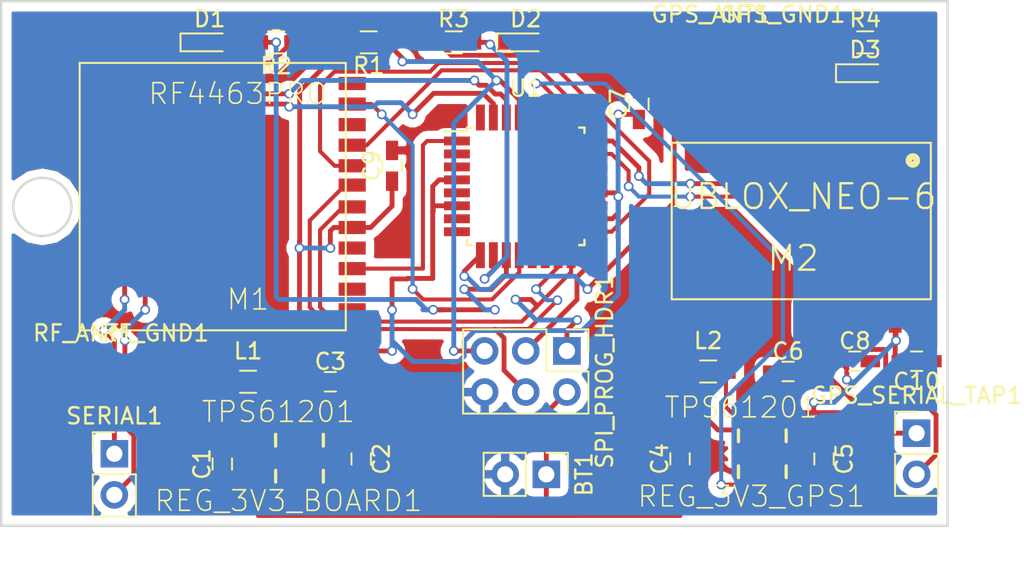
<source format=kicad_pcb>
(kicad_pcb (version 4) (host pcbnew 4.0.7)

  (general
    (links 96)
    (no_connects 20)
    (area 175.819999 165.024999 234.390001 197.560001)
    (thickness 1.6)
    (drawings 5)
    (tracks 395)
    (zones 0)
    (modules 32)
    (nets 29)
  )

  (page A3)
  (layers
    (0 F.Cu signal)
    (31 B.Cu signal)
    (32 B.Adhes user)
    (33 F.Adhes user)
    (34 B.Paste user)
    (35 F.Paste user)
    (36 B.SilkS user)
    (37 F.SilkS user)
    (38 B.Mask user)
    (39 F.Mask user)
    (40 Dwgs.User user)
    (41 Cmts.User user)
    (42 Eco1.User user)
    (43 Eco2.User user)
    (44 Edge.Cuts user)
    (45 Margin user)
    (46 B.CrtYd user)
    (47 F.CrtYd user)
    (48 B.Fab user)
    (49 F.Fab user)
  )

  (setup
    (last_trace_width 0.25)
    (user_trace_width 0.3)
    (trace_clearance 0.2)
    (zone_clearance 0.508)
    (zone_45_only no)
    (trace_min 0.2)
    (segment_width 0.2)
    (edge_width 0.15)
    (via_size 0.6)
    (via_drill 0.4)
    (via_min_size 0.4)
    (via_min_drill 0.3)
    (uvia_size 0.3)
    (uvia_drill 0.1)
    (uvias_allowed no)
    (uvia_min_size 0.2)
    (uvia_min_drill 0.1)
    (pcb_text_width 0.3)
    (pcb_text_size 1.5 1.5)
    (mod_edge_width 0.15)
    (mod_text_size 1 1)
    (mod_text_width 0.15)
    (pad_size 1.524 1.524)
    (pad_drill 0.762)
    (pad_to_mask_clearance 0.0508)
    (aux_axis_origin 0 0)
    (visible_elements 7FFFEFFF)
    (pcbplotparams
      (layerselection 0x00030_80000001)
      (usegerberextensions false)
      (excludeedgelayer true)
      (linewidth 0.100000)
      (plotframeref false)
      (viasonmask false)
      (mode 1)
      (useauxorigin false)
      (hpglpennumber 1)
      (hpglpenspeed 20)
      (hpglpendiameter 15)
      (hpglpenoverlay 2)
      (psnegative false)
      (psa4output false)
      (plotreference true)
      (plotvalue true)
      (plotinvisibletext false)
      (padsonsilk false)
      (subtractmaskfromsilk false)
      (outputformat 1)
      (mirror false)
      (drillshape 1)
      (scaleselection 1)
      (outputdirectory ""))
  )

  (net 0 "")
  (net 1 VBATT)
  (net 2 GND)
  (net 3 "Net-(C2-Pad1)")
  (net 4 VCC)
  (net 5 "Net-(C5-Pad1)")
  (net 6 GPS_ENABLE)
  (net 7 GPS_VCC)
  (net 8 "Net-(M1-Pad13)")
  (net 9 SPI_MISO)
  (net 10 SPI_SCK)
  (net 11 RF_SIGNAL)
  (net 12 SPI_SS_RF)
  (net 13 SPI_MOSI)
  (net 14 RF_SHUTDOWN)
  (net 15 GPS_SER_OUT)
  (net 16 GPS_SER_IN)
  (net 17 SPI_RESET)
  (net 18 "Net-(D1-Pad2)")
  (net 19 "Net-(D2-Pad2)")
  (net 20 "Net-(D3-Pad2)")
  (net 21 "Net-(R2-Pad2)")
  (net 22 "Net-(R3-Pad2)")
  (net 23 "Net-(R4-Pad2)")
  (net 24 "Net-(GPS_ANT1-Pad1)")
  (net 25 "Net-(SERIAL1-Pad1)")
  (net 26 "Net-(SERIAL1-Pad2)")
  (net 27 "Net-(L1-Pad2)")
  (net 28 "Net-(L2-Pad2)")

  (net_class Default "This is the default net class."
    (clearance 0.2)
    (trace_width 0.25)
    (via_dia 0.6)
    (via_drill 0.4)
    (uvia_dia 0.3)
    (uvia_drill 0.1)
    (add_net GND)
    (add_net GPS_ENABLE)
    (add_net GPS_SER_IN)
    (add_net GPS_SER_OUT)
    (add_net GPS_VCC)
    (add_net "Net-(C2-Pad1)")
    (add_net "Net-(C5-Pad1)")
    (add_net "Net-(D1-Pad2)")
    (add_net "Net-(D2-Pad2)")
    (add_net "Net-(D3-Pad2)")
    (add_net "Net-(GPS_ANT1-Pad1)")
    (add_net "Net-(L1-Pad2)")
    (add_net "Net-(L2-Pad2)")
    (add_net "Net-(M1-Pad13)")
    (add_net "Net-(R2-Pad2)")
    (add_net "Net-(R3-Pad2)")
    (add_net "Net-(R4-Pad2)")
    (add_net "Net-(SERIAL1-Pad1)")
    (add_net "Net-(SERIAL1-Pad2)")
    (add_net RF_SHUTDOWN)
    (add_net RF_SIGNAL)
    (add_net SPI_MISO)
    (add_net SPI_MOSI)
    (add_net SPI_RESET)
    (add_net SPI_SCK)
    (add_net SPI_SS_RF)
    (add_net VBATT)
    (add_net VCC)
  )

  (module CustomFootprintLibrary:texas-S-PDSO-N10 (layer F.Cu) (tedit 200000) (tstamp 5A6E3C99)
    (at 222.885 193.04 180)
    (descr "QFN 10 3 X 3 MM")
    (tags "QFN 10 3 X 3 MM")
    (path /5A6D4159)
    (attr smd)
    (fp_text reference REG_3V3_GPS1 (at 0.6731 -2.63398 180) (layer F.SilkS)
      (effects (font (size 1.27 1.27) (thickness 0.1016)))
    )
    (fp_text value TPS61201 (at 1.3081 2.86258 180) (layer F.SilkS)
      (effects (font (size 1.27 1.27) (thickness 0.1016)))
    )
    (fp_line (start -1.92278 -0.12446) (end -1.32334 -0.12446) (layer F.Mask) (width 0.06604))
    (fp_line (start -1.32334 -0.12446) (end -1.32334 -0.42418) (layer F.Mask) (width 0.06604))
    (fp_line (start -1.92278 -0.42418) (end -1.32334 -0.42418) (layer F.Mask) (width 0.06604))
    (fp_line (start -1.92278 -0.12446) (end -1.92278 -0.42418) (layer F.Mask) (width 0.06604))
    (fp_line (start -1.92278 0.42418) (end -1.32334 0.42418) (layer F.Mask) (width 0.06604))
    (fp_line (start -1.32334 0.42418) (end -1.32334 0.12446) (layer F.Mask) (width 0.06604))
    (fp_line (start -1.92278 0.12446) (end -1.32334 0.12446) (layer F.Mask) (width 0.06604))
    (fp_line (start -1.92278 0.42418) (end -1.92278 0.12446) (layer F.Mask) (width 0.06604))
    (fp_line (start -1.22428 0.84836) (end 1.22428 0.84836) (layer F.Mask) (width 0.06604))
    (fp_line (start 1.22428 0.84836) (end 1.22428 -0.84836) (layer F.Mask) (width 0.06604))
    (fp_line (start -1.22428 -0.84836) (end 1.22428 -0.84836) (layer F.Mask) (width 0.06604))
    (fp_line (start -1.22428 0.84836) (end -1.22428 -0.84836) (layer F.Mask) (width 0.06604))
    (fp_line (start -1.89992 -0.14986) (end -1.32334 -0.14986) (layer F.Paste) (width 0.06604))
    (fp_line (start -1.32334 -0.14986) (end -1.32334 -0.39878) (layer F.Paste) (width 0.06604))
    (fp_line (start -1.89992 -0.39878) (end -1.32334 -0.39878) (layer F.Paste) (width 0.06604))
    (fp_line (start -1.89992 -0.14986) (end -1.89992 -0.39878) (layer F.Paste) (width 0.06604))
    (fp_line (start -1.89992 0.39878) (end -1.32334 0.39878) (layer F.Paste) (width 0.06604))
    (fp_line (start -1.32334 0.39878) (end -1.32334 0.14986) (layer F.Paste) (width 0.06604))
    (fp_line (start -1.89992 0.14986) (end -1.32334 0.14986) (layer F.Paste) (width 0.06604))
    (fp_line (start -1.89992 0.39878) (end -1.89992 0.14986) (layer F.Paste) (width 0.06604))
    (fp_line (start -1.17348 -0.14986) (end -0.14986 -0.14986) (layer F.Paste) (width 0.06604))
    (fp_line (start -0.14986 -0.14986) (end -0.14986 -0.79756) (layer F.Paste) (width 0.06604))
    (fp_line (start -1.17348 -0.79756) (end -0.14986 -0.79756) (layer F.Paste) (width 0.06604))
    (fp_line (start -1.17348 -0.14986) (end -1.17348 -0.79756) (layer F.Paste) (width 0.06604))
    (fp_line (start -1.17348 0.79756) (end -0.14986 0.79756) (layer F.Paste) (width 0.06604))
    (fp_line (start -0.14986 0.79756) (end -0.14986 0.14986) (layer F.Paste) (width 0.06604))
    (fp_line (start -1.17348 0.14986) (end -0.14986 0.14986) (layer F.Paste) (width 0.06604))
    (fp_line (start -1.17348 0.79756) (end -1.17348 0.14986) (layer F.Paste) (width 0.06604))
    (fp_line (start 0.14986 0.79756) (end 1.17348 0.79756) (layer F.Paste) (width 0.06604))
    (fp_line (start 1.17348 0.79756) (end 1.17348 0.14986) (layer F.Paste) (width 0.06604))
    (fp_line (start 0.14986 0.14986) (end 1.17348 0.14986) (layer F.Paste) (width 0.06604))
    (fp_line (start 0.14986 0.79756) (end 0.14986 0.14986) (layer F.Paste) (width 0.06604))
    (fp_line (start 0.14986 -0.14986) (end 1.17348 -0.14986) (layer F.Paste) (width 0.06604))
    (fp_line (start 1.17348 -0.14986) (end 1.17348 -0.79756) (layer F.Paste) (width 0.06604))
    (fp_line (start 0.14986 -0.79756) (end 1.17348 -0.79756) (layer F.Paste) (width 0.06604))
    (fp_line (start 0.14986 -0.14986) (end 0.14986 -0.79756) (layer F.Paste) (width 0.06604))
    (fp_line (start -1.5748 1.5748) (end 0 1.5748) (layer Dwgs.User) (width 0.06604))
    (fp_line (start 0 1.5748) (end 0 0) (layer Dwgs.User) (width 0.06604))
    (fp_line (start -1.5748 0) (end 0 0) (layer Dwgs.User) (width 0.06604))
    (fp_line (start -1.5748 1.5748) (end -1.5748 0) (layer Dwgs.User) (width 0.06604))
    (fp_line (start -1.17348 1.92278) (end -0.82296 1.92278) (layer F.Mask) (width 0.06604))
    (fp_line (start -0.82296 1.92278) (end -0.82296 1.16332) (layer F.Mask) (width 0.06604))
    (fp_line (start -1.17348 1.16332) (end -0.82296 1.16332) (layer F.Mask) (width 0.06604))
    (fp_line (start -1.17348 1.92278) (end -1.17348 1.16332) (layer F.Mask) (width 0.06604))
    (fp_line (start -1.34112 1.62052) (end -0.65532 1.62052) (layer F.Paste) (width 0.06604))
    (fp_line (start -0.65532 1.62052) (end -0.65532 1.39192) (layer F.Paste) (width 0.06604))
    (fp_line (start -1.34112 1.39192) (end -0.65532 1.39192) (layer F.Paste) (width 0.06604))
    (fp_line (start -1.34112 1.62052) (end -1.34112 1.39192) (layer F.Paste) (width 0.06604))
    (fp_line (start -0.84074 1.62052) (end -0.15748 1.62052) (layer F.Paste) (width 0.06604))
    (fp_line (start -0.15748 1.62052) (end -0.15748 1.39192) (layer F.Paste) (width 0.06604))
    (fp_line (start -0.84074 1.39192) (end -0.15748 1.39192) (layer F.Paste) (width 0.06604))
    (fp_line (start -0.84074 1.62052) (end -0.84074 1.39192) (layer F.Paste) (width 0.06604))
    (fp_line (start -0.34036 1.62052) (end 0.34036 1.62052) (layer F.Paste) (width 0.06604))
    (fp_line (start 0.34036 1.62052) (end 0.34036 1.39192) (layer F.Paste) (width 0.06604))
    (fp_line (start -0.34036 1.39192) (end 0.34036 1.39192) (layer F.Paste) (width 0.06604))
    (fp_line (start -0.34036 1.62052) (end -0.34036 1.39192) (layer F.Paste) (width 0.06604))
    (fp_line (start 0.15748 1.62052) (end 0.84074 1.62052) (layer F.Paste) (width 0.06604))
    (fp_line (start 0.84074 1.62052) (end 0.84074 1.39192) (layer F.Paste) (width 0.06604))
    (fp_line (start 0.15748 1.39192) (end 0.84074 1.39192) (layer F.Paste) (width 0.06604))
    (fp_line (start 0.15748 1.62052) (end 0.15748 1.39192) (layer F.Paste) (width 0.06604))
    (fp_line (start 0.65532 1.62052) (end 1.34112 1.62052) (layer F.Paste) (width 0.06604))
    (fp_line (start 1.34112 1.62052) (end 1.34112 1.39192) (layer F.Paste) (width 0.06604))
    (fp_line (start 0.65532 1.39192) (end 1.34112 1.39192) (layer F.Paste) (width 0.06604))
    (fp_line (start 0.65532 1.62052) (end 0.65532 1.39192) (layer F.Paste) (width 0.06604))
    (fp_line (start 0.65532 -1.39192) (end 1.34112 -1.39192) (layer F.Paste) (width 0.06604))
    (fp_line (start 1.34112 -1.39192) (end 1.34112 -1.62052) (layer F.Paste) (width 0.06604))
    (fp_line (start 0.65532 -1.62052) (end 1.34112 -1.62052) (layer F.Paste) (width 0.06604))
    (fp_line (start 0.65532 -1.39192) (end 0.65532 -1.62052) (layer F.Paste) (width 0.06604))
    (fp_line (start 0.15748 -1.39192) (end 0.84074 -1.39192) (layer F.Paste) (width 0.06604))
    (fp_line (start 0.84074 -1.39192) (end 0.84074 -1.62052) (layer F.Paste) (width 0.06604))
    (fp_line (start 0.15748 -1.62052) (end 0.84074 -1.62052) (layer F.Paste) (width 0.06604))
    (fp_line (start 0.15748 -1.39192) (end 0.15748 -1.62052) (layer F.Paste) (width 0.06604))
    (fp_line (start -0.34036 -1.39192) (end 0.34036 -1.39192) (layer F.Paste) (width 0.06604))
    (fp_line (start 0.34036 -1.39192) (end 0.34036 -1.62052) (layer F.Paste) (width 0.06604))
    (fp_line (start -0.34036 -1.62052) (end 0.34036 -1.62052) (layer F.Paste) (width 0.06604))
    (fp_line (start -0.34036 -1.39192) (end -0.34036 -1.62052) (layer F.Paste) (width 0.06604))
    (fp_line (start -0.84074 -1.39192) (end -0.15748 -1.39192) (layer F.Paste) (width 0.06604))
    (fp_line (start -0.15748 -1.39192) (end -0.15748 -1.62052) (layer F.Paste) (width 0.06604))
    (fp_line (start -0.84074 -1.62052) (end -0.15748 -1.62052) (layer F.Paste) (width 0.06604))
    (fp_line (start -0.84074 -1.39192) (end -0.84074 -1.62052) (layer F.Paste) (width 0.06604))
    (fp_line (start -1.34112 -1.39192) (end -0.65532 -1.39192) (layer F.Paste) (width 0.06604))
    (fp_line (start -0.65532 -1.39192) (end -0.65532 -1.62052) (layer F.Paste) (width 0.06604))
    (fp_line (start -1.34112 -1.62052) (end -0.65532 -1.62052) (layer F.Paste) (width 0.06604))
    (fp_line (start -1.34112 -1.39192) (end -1.34112 -1.62052) (layer F.Paste) (width 0.06604))
    (fp_line (start -0.6731 1.92278) (end -0.32258 1.92278) (layer F.Mask) (width 0.06604))
    (fp_line (start -0.32258 1.92278) (end -0.32258 1.16332) (layer F.Mask) (width 0.06604))
    (fp_line (start -0.6731 1.16332) (end -0.32258 1.16332) (layer F.Mask) (width 0.06604))
    (fp_line (start -0.6731 1.92278) (end -0.6731 1.16332) (layer F.Mask) (width 0.06604))
    (fp_line (start -0.17272 1.92278) (end 0.17272 1.92278) (layer F.Mask) (width 0.06604))
    (fp_line (start 0.17272 1.92278) (end 0.17272 1.16332) (layer F.Mask) (width 0.06604))
    (fp_line (start -0.17272 1.16332) (end 0.17272 1.16332) (layer F.Mask) (width 0.06604))
    (fp_line (start -0.17272 1.92278) (end -0.17272 1.16332) (layer F.Mask) (width 0.06604))
    (fp_line (start 0.32258 1.92278) (end 0.6731 1.92278) (layer F.Mask) (width 0.06604))
    (fp_line (start 0.6731 1.92278) (end 0.6731 1.16332) (layer F.Mask) (width 0.06604))
    (fp_line (start 0.32258 1.16332) (end 0.6731 1.16332) (layer F.Mask) (width 0.06604))
    (fp_line (start 0.32258 1.92278) (end 0.32258 1.16332) (layer F.Mask) (width 0.06604))
    (fp_line (start 0.82296 1.92278) (end 1.17348 1.92278) (layer F.Mask) (width 0.06604))
    (fp_line (start 1.17348 1.92278) (end 1.17348 1.16332) (layer F.Mask) (width 0.06604))
    (fp_line (start 0.82296 1.16332) (end 1.17348 1.16332) (layer F.Mask) (width 0.06604))
    (fp_line (start 0.82296 1.92278) (end 0.82296 1.16332) (layer F.Mask) (width 0.06604))
    (fp_line (start 0.82296 -1.16332) (end 1.17348 -1.16332) (layer F.Mask) (width 0.06604))
    (fp_line (start 1.17348 -1.16332) (end 1.17348 -1.92278) (layer F.Mask) (width 0.06604))
    (fp_line (start 0.82296 -1.92278) (end 1.17348 -1.92278) (layer F.Mask) (width 0.06604))
    (fp_line (start 0.82296 -1.16332) (end 0.82296 -1.92278) (layer F.Mask) (width 0.06604))
    (fp_line (start 0.32258 -1.16332) (end 0.6731 -1.16332) (layer F.Mask) (width 0.06604))
    (fp_line (start 0.6731 -1.16332) (end 0.6731 -1.92278) (layer F.Mask) (width 0.06604))
    (fp_line (start 0.32258 -1.92278) (end 0.6731 -1.92278) (layer F.Mask) (width 0.06604))
    (fp_line (start 0.32258 -1.16332) (end 0.32258 -1.92278) (layer F.Mask) (width 0.06604))
    (fp_line (start -0.17272 -1.16332) (end 0.17272 -1.16332) (layer F.Mask) (width 0.06604))
    (fp_line (start 0.17272 -1.16332) (end 0.17272 -1.92278) (layer F.Mask) (width 0.06604))
    (fp_line (start -0.17272 -1.92278) (end 0.17272 -1.92278) (layer F.Mask) (width 0.06604))
    (fp_line (start -0.17272 -1.16332) (end -0.17272 -1.92278) (layer F.Mask) (width 0.06604))
    (fp_line (start -0.6731 -1.16332) (end -0.32258 -1.16332) (layer F.Mask) (width 0.06604))
    (fp_line (start -0.32258 -1.16332) (end -0.32258 -1.92278) (layer F.Mask) (width 0.06604))
    (fp_line (start -0.6731 -1.92278) (end -0.32258 -1.92278) (layer F.Mask) (width 0.06604))
    (fp_line (start -0.6731 -1.16332) (end -0.6731 -1.92278) (layer F.Mask) (width 0.06604))
    (fp_line (start -1.17348 -1.16332) (end -0.82296 -1.16332) (layer F.Mask) (width 0.06604))
    (fp_line (start -0.82296 -1.16332) (end -0.82296 -1.92278) (layer F.Mask) (width 0.06604))
    (fp_line (start -1.17348 -1.92278) (end -0.82296 -1.92278) (layer F.Mask) (width 0.06604))
    (fp_line (start -1.17348 -1.16332) (end -1.17348 -1.92278) (layer F.Mask) (width 0.06604))
    (fp_line (start 1.32334 0.42418) (end 1.92278 0.42418) (layer F.Mask) (width 0.06604))
    (fp_line (start 1.92278 0.42418) (end 1.92278 0.12446) (layer F.Mask) (width 0.06604))
    (fp_line (start 1.32334 0.12446) (end 1.92278 0.12446) (layer F.Mask) (width 0.06604))
    (fp_line (start 1.32334 0.42418) (end 1.32334 0.12446) (layer F.Mask) (width 0.06604))
    (fp_line (start 1.32334 -0.12446) (end 1.92278 -0.12446) (layer F.Mask) (width 0.06604))
    (fp_line (start 1.92278 -0.12446) (end 1.92278 -0.42418) (layer F.Mask) (width 0.06604))
    (fp_line (start 1.32334 -0.42418) (end 1.92278 -0.42418) (layer F.Mask) (width 0.06604))
    (fp_line (start 1.32334 -0.12446) (end 1.32334 -0.42418) (layer F.Mask) (width 0.06604))
    (fp_line (start 1.32334 0.39878) (end 1.89992 0.39878) (layer F.Paste) (width 0.06604))
    (fp_line (start 1.89992 0.39878) (end 1.89992 0.14986) (layer F.Paste) (width 0.06604))
    (fp_line (start 1.32334 0.14986) (end 1.89992 0.14986) (layer F.Paste) (width 0.06604))
    (fp_line (start 1.32334 0.39878) (end 1.32334 0.14986) (layer F.Paste) (width 0.06604))
    (fp_line (start 1.32334 -0.14986) (end 1.89992 -0.14986) (layer F.Paste) (width 0.06604))
    (fp_line (start 1.89992 -0.14986) (end 1.89992 -0.39878) (layer F.Paste) (width 0.06604))
    (fp_line (start 1.32334 -0.39878) (end 1.89992 -0.39878) (layer F.Paste) (width 0.06604))
    (fp_line (start 1.32334 -0.14986) (end 1.32334 -0.39878) (layer F.Paste) (width 0.06604))
    (fp_line (start -1.4732 -1.4732) (end 1.4732 -1.4732) (layer Dwgs.User) (width 0.2032))
    (fp_line (start 1.4732 -1.4732) (end 1.4732 1.4732) (layer Dwgs.User) (width 0.2032))
    (fp_line (start 1.4732 1.4732) (end -1.4732 1.4732) (layer Dwgs.User) (width 0.2032))
    (fp_line (start -1.4732 1.4732) (end -1.4732 -1.4732) (layer Dwgs.User) (width 0.2032))
    (fp_line (start -1.4732 -0.74676) (end -1.4732 -1.4732) (layer F.SilkS) (width 0.2032))
    (fp_line (start 1.4732 0.74676) (end 1.4732 1.4732) (layer F.SilkS) (width 0.2032))
    (fp_line (start -1.4732 1.4732) (end -1.4732 0.74676) (layer F.SilkS) (width 0.2032))
    (fp_line (start 1.4732 -1.4732) (end 1.4732 -0.74676) (layer F.SilkS) (width 0.2032))
    (fp_circle (center -0.99822 1.16332) (end -0.99822 0.9906) (layer F.Mask) (width 0))
    (fp_circle (center -0.99822 1.16332) (end -0.99822 1.04902) (layer F.Paste) (width 0))
    (fp_circle (center -0.49784 1.16332) (end -0.49784 1.04902) (layer F.Paste) (width 0))
    (fp_circle (center 0 1.16332) (end 0 1.04902) (layer F.Paste) (width 0))
    (fp_circle (center 0.49784 1.16332) (end 0.49784 1.04902) (layer F.Paste) (width 0))
    (fp_circle (center 0.99822 1.16332) (end 0.99822 1.04902) (layer F.Paste) (width 0))
    (fp_circle (center 0.99822 -1.16332) (end 0.99822 -1.27762) (layer F.Paste) (width 0))
    (fp_circle (center 0.49784 -1.16332) (end 0.49784 -1.27762) (layer F.Paste) (width 0))
    (fp_circle (center 0 -1.16332) (end 0 -1.27762) (layer F.Paste) (width 0))
    (fp_circle (center -0.49784 -1.16332) (end -0.49784 -1.27762) (layer F.Paste) (width 0))
    (fp_circle (center -0.99822 -1.16332) (end -0.99822 -1.27762) (layer F.Paste) (width 0))
    (fp_circle (center -0.49784 1.16332) (end -0.49784 0.9906) (layer F.Mask) (width 0))
    (fp_circle (center 0 1.16332) (end 0 0.9906) (layer F.Mask) (width 0))
    (fp_circle (center 0.49784 1.16332) (end 0.49784 0.9906) (layer F.Mask) (width 0))
    (fp_circle (center 0.99822 1.16332) (end 0.99822 0.9906) (layer F.Mask) (width 0))
    (fp_circle (center 0.99822 -1.16332) (end 0.99822 -1.33604) (layer F.Mask) (width 0))
    (fp_circle (center 0.49784 -1.16332) (end 0.49784 -1.33604) (layer F.Mask) (width 0))
    (fp_circle (center 0 -1.16332) (end 0 -1.33604) (layer F.Mask) (width 0))
    (fp_circle (center -0.49784 -1.16332) (end -0.49784 -1.33604) (layer F.Mask) (width 0))
    (fp_circle (center -0.99822 -1.16332) (end -0.99822 -1.33604) (layer F.Mask) (width 0))
    (pad 1 smd oval (at -0.99822 1.4732 270) (size 0.84836 0.2794) (layers F.Cu F.Paste F.Mask)
      (net 5 "Net-(C5-Pad1)"))
    (pad 2 smd oval (at -0.49784 1.4732 270) (size 0.84836 0.2794) (layers F.Cu F.Paste F.Mask)
      (net 7 GPS_VCC))
    (pad 3 smd oval (at 0 1.4732 270) (size 0.84836 0.2794) (layers F.Cu F.Paste F.Mask)
      (net 28 "Net-(L2-Pad2)"))
    (pad 4 smd oval (at 0.49784 1.4732 270) (size 0.84836 0.2794) (layers F.Cu F.Paste F.Mask)
      (net 2 GND))
    (pad 5 smd oval (at 0.99822 1.4732 270) (size 0.84836 0.2794) (layers F.Cu F.Paste F.Mask)
      (net 1 VBATT))
    (pad 6 smd oval (at 0.99822 -1.4732 90) (size 0.84836 0.2794) (layers F.Cu F.Paste F.Mask)
      (net 6 GPS_ENABLE))
    (pad 7 smd oval (at 0.49784 -1.4732 90) (size 0.84836 0.2794) (layers F.Cu F.Paste F.Mask)
      (net 1 VBATT))
    (pad 8 smd oval (at 0 -1.4732 90) (size 0.84836 0.2794) (layers F.Cu F.Paste F.Mask)
      (net 1 VBATT))
    (pad 9 smd oval (at -0.49784 -1.4732 90) (size 0.84836 0.2794) (layers F.Cu F.Paste F.Mask)
      (net 2 GND))
    (pad 10 smd oval (at -0.99822 -1.4732 90) (size 0.84836 0.2794) (layers F.Cu F.Paste F.Mask)
      (net 7 GPS_VCC))
    (pad PP smd oval (at 0 0 180) (size 2.39776 1.64846) (layers F.Cu F.Paste F.Mask)
      (net 2 GND))
    (pad PP@1 smd oval (at 0 -0.27432 180) (size 3.79984 0.2794) (layers F.Cu F.Paste F.Mask)
      (net 2 GND))
    (pad PP@2 smd oval (at 0 0.27432 180) (size 3.79984 0.2794) (layers F.Cu F.Paste F.Mask)
      (net 2 GND))
  )

  (module CustomFootprintLibrary:texas-S-PDSO-N10 (layer F.Cu) (tedit 200000) (tstamp 5A6E3BE4)
    (at 194.31 193.31432 180)
    (descr "QFN 10 3 X 3 MM")
    (tags "QFN 10 3 X 3 MM")
    (path /5A6CCC7B)
    (attr smd)
    (fp_text reference REG_3V3_BOARD1 (at 0.6731 -2.63398 180) (layer F.SilkS)
      (effects (font (size 1.27 1.27) (thickness 0.1016)))
    )
    (fp_text value TPS61201 (at 1.3081 2.86258 180) (layer F.SilkS)
      (effects (font (size 1.27 1.27) (thickness 0.1016)))
    )
    (fp_line (start -1.92278 -0.12446) (end -1.32334 -0.12446) (layer F.Mask) (width 0.06604))
    (fp_line (start -1.32334 -0.12446) (end -1.32334 -0.42418) (layer F.Mask) (width 0.06604))
    (fp_line (start -1.92278 -0.42418) (end -1.32334 -0.42418) (layer F.Mask) (width 0.06604))
    (fp_line (start -1.92278 -0.12446) (end -1.92278 -0.42418) (layer F.Mask) (width 0.06604))
    (fp_line (start -1.92278 0.42418) (end -1.32334 0.42418) (layer F.Mask) (width 0.06604))
    (fp_line (start -1.32334 0.42418) (end -1.32334 0.12446) (layer F.Mask) (width 0.06604))
    (fp_line (start -1.92278 0.12446) (end -1.32334 0.12446) (layer F.Mask) (width 0.06604))
    (fp_line (start -1.92278 0.42418) (end -1.92278 0.12446) (layer F.Mask) (width 0.06604))
    (fp_line (start -1.22428 0.84836) (end 1.22428 0.84836) (layer F.Mask) (width 0.06604))
    (fp_line (start 1.22428 0.84836) (end 1.22428 -0.84836) (layer F.Mask) (width 0.06604))
    (fp_line (start -1.22428 -0.84836) (end 1.22428 -0.84836) (layer F.Mask) (width 0.06604))
    (fp_line (start -1.22428 0.84836) (end -1.22428 -0.84836) (layer F.Mask) (width 0.06604))
    (fp_line (start -1.89992 -0.14986) (end -1.32334 -0.14986) (layer F.Paste) (width 0.06604))
    (fp_line (start -1.32334 -0.14986) (end -1.32334 -0.39878) (layer F.Paste) (width 0.06604))
    (fp_line (start -1.89992 -0.39878) (end -1.32334 -0.39878) (layer F.Paste) (width 0.06604))
    (fp_line (start -1.89992 -0.14986) (end -1.89992 -0.39878) (layer F.Paste) (width 0.06604))
    (fp_line (start -1.89992 0.39878) (end -1.32334 0.39878) (layer F.Paste) (width 0.06604))
    (fp_line (start -1.32334 0.39878) (end -1.32334 0.14986) (layer F.Paste) (width 0.06604))
    (fp_line (start -1.89992 0.14986) (end -1.32334 0.14986) (layer F.Paste) (width 0.06604))
    (fp_line (start -1.89992 0.39878) (end -1.89992 0.14986) (layer F.Paste) (width 0.06604))
    (fp_line (start -1.17348 -0.14986) (end -0.14986 -0.14986) (layer F.Paste) (width 0.06604))
    (fp_line (start -0.14986 -0.14986) (end -0.14986 -0.79756) (layer F.Paste) (width 0.06604))
    (fp_line (start -1.17348 -0.79756) (end -0.14986 -0.79756) (layer F.Paste) (width 0.06604))
    (fp_line (start -1.17348 -0.14986) (end -1.17348 -0.79756) (layer F.Paste) (width 0.06604))
    (fp_line (start -1.17348 0.79756) (end -0.14986 0.79756) (layer F.Paste) (width 0.06604))
    (fp_line (start -0.14986 0.79756) (end -0.14986 0.14986) (layer F.Paste) (width 0.06604))
    (fp_line (start -1.17348 0.14986) (end -0.14986 0.14986) (layer F.Paste) (width 0.06604))
    (fp_line (start -1.17348 0.79756) (end -1.17348 0.14986) (layer F.Paste) (width 0.06604))
    (fp_line (start 0.14986 0.79756) (end 1.17348 0.79756) (layer F.Paste) (width 0.06604))
    (fp_line (start 1.17348 0.79756) (end 1.17348 0.14986) (layer F.Paste) (width 0.06604))
    (fp_line (start 0.14986 0.14986) (end 1.17348 0.14986) (layer F.Paste) (width 0.06604))
    (fp_line (start 0.14986 0.79756) (end 0.14986 0.14986) (layer F.Paste) (width 0.06604))
    (fp_line (start 0.14986 -0.14986) (end 1.17348 -0.14986) (layer F.Paste) (width 0.06604))
    (fp_line (start 1.17348 -0.14986) (end 1.17348 -0.79756) (layer F.Paste) (width 0.06604))
    (fp_line (start 0.14986 -0.79756) (end 1.17348 -0.79756) (layer F.Paste) (width 0.06604))
    (fp_line (start 0.14986 -0.14986) (end 0.14986 -0.79756) (layer F.Paste) (width 0.06604))
    (fp_line (start -1.5748 1.5748) (end 0 1.5748) (layer Dwgs.User) (width 0.06604))
    (fp_line (start 0 1.5748) (end 0 0) (layer Dwgs.User) (width 0.06604))
    (fp_line (start -1.5748 0) (end 0 0) (layer Dwgs.User) (width 0.06604))
    (fp_line (start -1.5748 1.5748) (end -1.5748 0) (layer Dwgs.User) (width 0.06604))
    (fp_line (start -1.17348 1.92278) (end -0.82296 1.92278) (layer F.Mask) (width 0.06604))
    (fp_line (start -0.82296 1.92278) (end -0.82296 1.16332) (layer F.Mask) (width 0.06604))
    (fp_line (start -1.17348 1.16332) (end -0.82296 1.16332) (layer F.Mask) (width 0.06604))
    (fp_line (start -1.17348 1.92278) (end -1.17348 1.16332) (layer F.Mask) (width 0.06604))
    (fp_line (start -1.34112 1.62052) (end -0.65532 1.62052) (layer F.Paste) (width 0.06604))
    (fp_line (start -0.65532 1.62052) (end -0.65532 1.39192) (layer F.Paste) (width 0.06604))
    (fp_line (start -1.34112 1.39192) (end -0.65532 1.39192) (layer F.Paste) (width 0.06604))
    (fp_line (start -1.34112 1.62052) (end -1.34112 1.39192) (layer F.Paste) (width 0.06604))
    (fp_line (start -0.84074 1.62052) (end -0.15748 1.62052) (layer F.Paste) (width 0.06604))
    (fp_line (start -0.15748 1.62052) (end -0.15748 1.39192) (layer F.Paste) (width 0.06604))
    (fp_line (start -0.84074 1.39192) (end -0.15748 1.39192) (layer F.Paste) (width 0.06604))
    (fp_line (start -0.84074 1.62052) (end -0.84074 1.39192) (layer F.Paste) (width 0.06604))
    (fp_line (start -0.34036 1.62052) (end 0.34036 1.62052) (layer F.Paste) (width 0.06604))
    (fp_line (start 0.34036 1.62052) (end 0.34036 1.39192) (layer F.Paste) (width 0.06604))
    (fp_line (start -0.34036 1.39192) (end 0.34036 1.39192) (layer F.Paste) (width 0.06604))
    (fp_line (start -0.34036 1.62052) (end -0.34036 1.39192) (layer F.Paste) (width 0.06604))
    (fp_line (start 0.15748 1.62052) (end 0.84074 1.62052) (layer F.Paste) (width 0.06604))
    (fp_line (start 0.84074 1.62052) (end 0.84074 1.39192) (layer F.Paste) (width 0.06604))
    (fp_line (start 0.15748 1.39192) (end 0.84074 1.39192) (layer F.Paste) (width 0.06604))
    (fp_line (start 0.15748 1.62052) (end 0.15748 1.39192) (layer F.Paste) (width 0.06604))
    (fp_line (start 0.65532 1.62052) (end 1.34112 1.62052) (layer F.Paste) (width 0.06604))
    (fp_line (start 1.34112 1.62052) (end 1.34112 1.39192) (layer F.Paste) (width 0.06604))
    (fp_line (start 0.65532 1.39192) (end 1.34112 1.39192) (layer F.Paste) (width 0.06604))
    (fp_line (start 0.65532 1.62052) (end 0.65532 1.39192) (layer F.Paste) (width 0.06604))
    (fp_line (start 0.65532 -1.39192) (end 1.34112 -1.39192) (layer F.Paste) (width 0.06604))
    (fp_line (start 1.34112 -1.39192) (end 1.34112 -1.62052) (layer F.Paste) (width 0.06604))
    (fp_line (start 0.65532 -1.62052) (end 1.34112 -1.62052) (layer F.Paste) (width 0.06604))
    (fp_line (start 0.65532 -1.39192) (end 0.65532 -1.62052) (layer F.Paste) (width 0.06604))
    (fp_line (start 0.15748 -1.39192) (end 0.84074 -1.39192) (layer F.Paste) (width 0.06604))
    (fp_line (start 0.84074 -1.39192) (end 0.84074 -1.62052) (layer F.Paste) (width 0.06604))
    (fp_line (start 0.15748 -1.62052) (end 0.84074 -1.62052) (layer F.Paste) (width 0.06604))
    (fp_line (start 0.15748 -1.39192) (end 0.15748 -1.62052) (layer F.Paste) (width 0.06604))
    (fp_line (start -0.34036 -1.39192) (end 0.34036 -1.39192) (layer F.Paste) (width 0.06604))
    (fp_line (start 0.34036 -1.39192) (end 0.34036 -1.62052) (layer F.Paste) (width 0.06604))
    (fp_line (start -0.34036 -1.62052) (end 0.34036 -1.62052) (layer F.Paste) (width 0.06604))
    (fp_line (start -0.34036 -1.39192) (end -0.34036 -1.62052) (layer F.Paste) (width 0.06604))
    (fp_line (start -0.84074 -1.39192) (end -0.15748 -1.39192) (layer F.Paste) (width 0.06604))
    (fp_line (start -0.15748 -1.39192) (end -0.15748 -1.62052) (layer F.Paste) (width 0.06604))
    (fp_line (start -0.84074 -1.62052) (end -0.15748 -1.62052) (layer F.Paste) (width 0.06604))
    (fp_line (start -0.84074 -1.39192) (end -0.84074 -1.62052) (layer F.Paste) (width 0.06604))
    (fp_line (start -1.34112 -1.39192) (end -0.65532 -1.39192) (layer F.Paste) (width 0.06604))
    (fp_line (start -0.65532 -1.39192) (end -0.65532 -1.62052) (layer F.Paste) (width 0.06604))
    (fp_line (start -1.34112 -1.62052) (end -0.65532 -1.62052) (layer F.Paste) (width 0.06604))
    (fp_line (start -1.34112 -1.39192) (end -1.34112 -1.62052) (layer F.Paste) (width 0.06604))
    (fp_line (start -0.6731 1.92278) (end -0.32258 1.92278) (layer F.Mask) (width 0.06604))
    (fp_line (start -0.32258 1.92278) (end -0.32258 1.16332) (layer F.Mask) (width 0.06604))
    (fp_line (start -0.6731 1.16332) (end -0.32258 1.16332) (layer F.Mask) (width 0.06604))
    (fp_line (start -0.6731 1.92278) (end -0.6731 1.16332) (layer F.Mask) (width 0.06604))
    (fp_line (start -0.17272 1.92278) (end 0.17272 1.92278) (layer F.Mask) (width 0.06604))
    (fp_line (start 0.17272 1.92278) (end 0.17272 1.16332) (layer F.Mask) (width 0.06604))
    (fp_line (start -0.17272 1.16332) (end 0.17272 1.16332) (layer F.Mask) (width 0.06604))
    (fp_line (start -0.17272 1.92278) (end -0.17272 1.16332) (layer F.Mask) (width 0.06604))
    (fp_line (start 0.32258 1.92278) (end 0.6731 1.92278) (layer F.Mask) (width 0.06604))
    (fp_line (start 0.6731 1.92278) (end 0.6731 1.16332) (layer F.Mask) (width 0.06604))
    (fp_line (start 0.32258 1.16332) (end 0.6731 1.16332) (layer F.Mask) (width 0.06604))
    (fp_line (start 0.32258 1.92278) (end 0.32258 1.16332) (layer F.Mask) (width 0.06604))
    (fp_line (start 0.82296 1.92278) (end 1.17348 1.92278) (layer F.Mask) (width 0.06604))
    (fp_line (start 1.17348 1.92278) (end 1.17348 1.16332) (layer F.Mask) (width 0.06604))
    (fp_line (start 0.82296 1.16332) (end 1.17348 1.16332) (layer F.Mask) (width 0.06604))
    (fp_line (start 0.82296 1.92278) (end 0.82296 1.16332) (layer F.Mask) (width 0.06604))
    (fp_line (start 0.82296 -1.16332) (end 1.17348 -1.16332) (layer F.Mask) (width 0.06604))
    (fp_line (start 1.17348 -1.16332) (end 1.17348 -1.92278) (layer F.Mask) (width 0.06604))
    (fp_line (start 0.82296 -1.92278) (end 1.17348 -1.92278) (layer F.Mask) (width 0.06604))
    (fp_line (start 0.82296 -1.16332) (end 0.82296 -1.92278) (layer F.Mask) (width 0.06604))
    (fp_line (start 0.32258 -1.16332) (end 0.6731 -1.16332) (layer F.Mask) (width 0.06604))
    (fp_line (start 0.6731 -1.16332) (end 0.6731 -1.92278) (layer F.Mask) (width 0.06604))
    (fp_line (start 0.32258 -1.92278) (end 0.6731 -1.92278) (layer F.Mask) (width 0.06604))
    (fp_line (start 0.32258 -1.16332) (end 0.32258 -1.92278) (layer F.Mask) (width 0.06604))
    (fp_line (start -0.17272 -1.16332) (end 0.17272 -1.16332) (layer F.Mask) (width 0.06604))
    (fp_line (start 0.17272 -1.16332) (end 0.17272 -1.92278) (layer F.Mask) (width 0.06604))
    (fp_line (start -0.17272 -1.92278) (end 0.17272 -1.92278) (layer F.Mask) (width 0.06604))
    (fp_line (start -0.17272 -1.16332) (end -0.17272 -1.92278) (layer F.Mask) (width 0.06604))
    (fp_line (start -0.6731 -1.16332) (end -0.32258 -1.16332) (layer F.Mask) (width 0.06604))
    (fp_line (start -0.32258 -1.16332) (end -0.32258 -1.92278) (layer F.Mask) (width 0.06604))
    (fp_line (start -0.6731 -1.92278) (end -0.32258 -1.92278) (layer F.Mask) (width 0.06604))
    (fp_line (start -0.6731 -1.16332) (end -0.6731 -1.92278) (layer F.Mask) (width 0.06604))
    (fp_line (start -1.17348 -1.16332) (end -0.82296 -1.16332) (layer F.Mask) (width 0.06604))
    (fp_line (start -0.82296 -1.16332) (end -0.82296 -1.92278) (layer F.Mask) (width 0.06604))
    (fp_line (start -1.17348 -1.92278) (end -0.82296 -1.92278) (layer F.Mask) (width 0.06604))
    (fp_line (start -1.17348 -1.16332) (end -1.17348 -1.92278) (layer F.Mask) (width 0.06604))
    (fp_line (start 1.32334 0.42418) (end 1.92278 0.42418) (layer F.Mask) (width 0.06604))
    (fp_line (start 1.92278 0.42418) (end 1.92278 0.12446) (layer F.Mask) (width 0.06604))
    (fp_line (start 1.32334 0.12446) (end 1.92278 0.12446) (layer F.Mask) (width 0.06604))
    (fp_line (start 1.32334 0.42418) (end 1.32334 0.12446) (layer F.Mask) (width 0.06604))
    (fp_line (start 1.32334 -0.12446) (end 1.92278 -0.12446) (layer F.Mask) (width 0.06604))
    (fp_line (start 1.92278 -0.12446) (end 1.92278 -0.42418) (layer F.Mask) (width 0.06604))
    (fp_line (start 1.32334 -0.42418) (end 1.92278 -0.42418) (layer F.Mask) (width 0.06604))
    (fp_line (start 1.32334 -0.12446) (end 1.32334 -0.42418) (layer F.Mask) (width 0.06604))
    (fp_line (start 1.32334 0.39878) (end 1.89992 0.39878) (layer F.Paste) (width 0.06604))
    (fp_line (start 1.89992 0.39878) (end 1.89992 0.14986) (layer F.Paste) (width 0.06604))
    (fp_line (start 1.32334 0.14986) (end 1.89992 0.14986) (layer F.Paste) (width 0.06604))
    (fp_line (start 1.32334 0.39878) (end 1.32334 0.14986) (layer F.Paste) (width 0.06604))
    (fp_line (start 1.32334 -0.14986) (end 1.89992 -0.14986) (layer F.Paste) (width 0.06604))
    (fp_line (start 1.89992 -0.14986) (end 1.89992 -0.39878) (layer F.Paste) (width 0.06604))
    (fp_line (start 1.32334 -0.39878) (end 1.89992 -0.39878) (layer F.Paste) (width 0.06604))
    (fp_line (start 1.32334 -0.14986) (end 1.32334 -0.39878) (layer F.Paste) (width 0.06604))
    (fp_line (start -1.4732 -1.4732) (end 1.4732 -1.4732) (layer Dwgs.User) (width 0.2032))
    (fp_line (start 1.4732 -1.4732) (end 1.4732 1.4732) (layer Dwgs.User) (width 0.2032))
    (fp_line (start 1.4732 1.4732) (end -1.4732 1.4732) (layer Dwgs.User) (width 0.2032))
    (fp_line (start -1.4732 1.4732) (end -1.4732 -1.4732) (layer Dwgs.User) (width 0.2032))
    (fp_line (start -1.4732 -0.74676) (end -1.4732 -1.4732) (layer F.SilkS) (width 0.2032))
    (fp_line (start 1.4732 0.74676) (end 1.4732 1.4732) (layer F.SilkS) (width 0.2032))
    (fp_line (start -1.4732 1.4732) (end -1.4732 0.74676) (layer F.SilkS) (width 0.2032))
    (fp_line (start 1.4732 -1.4732) (end 1.4732 -0.74676) (layer F.SilkS) (width 0.2032))
    (fp_circle (center -0.99822 1.16332) (end -0.99822 0.9906) (layer F.Mask) (width 0))
    (fp_circle (center -0.99822 1.16332) (end -0.99822 1.04902) (layer F.Paste) (width 0))
    (fp_circle (center -0.49784 1.16332) (end -0.49784 1.04902) (layer F.Paste) (width 0))
    (fp_circle (center 0 1.16332) (end 0 1.04902) (layer F.Paste) (width 0))
    (fp_circle (center 0.49784 1.16332) (end 0.49784 1.04902) (layer F.Paste) (width 0))
    (fp_circle (center 0.99822 1.16332) (end 0.99822 1.04902) (layer F.Paste) (width 0))
    (fp_circle (center 0.99822 -1.16332) (end 0.99822 -1.27762) (layer F.Paste) (width 0))
    (fp_circle (center 0.49784 -1.16332) (end 0.49784 -1.27762) (layer F.Paste) (width 0))
    (fp_circle (center 0 -1.16332) (end 0 -1.27762) (layer F.Paste) (width 0))
    (fp_circle (center -0.49784 -1.16332) (end -0.49784 -1.27762) (layer F.Paste) (width 0))
    (fp_circle (center -0.99822 -1.16332) (end -0.99822 -1.27762) (layer F.Paste) (width 0))
    (fp_circle (center -0.49784 1.16332) (end -0.49784 0.9906) (layer F.Mask) (width 0))
    (fp_circle (center 0 1.16332) (end 0 0.9906) (layer F.Mask) (width 0))
    (fp_circle (center 0.49784 1.16332) (end 0.49784 0.9906) (layer F.Mask) (width 0))
    (fp_circle (center 0.99822 1.16332) (end 0.99822 0.9906) (layer F.Mask) (width 0))
    (fp_circle (center 0.99822 -1.16332) (end 0.99822 -1.33604) (layer F.Mask) (width 0))
    (fp_circle (center 0.49784 -1.16332) (end 0.49784 -1.33604) (layer F.Mask) (width 0))
    (fp_circle (center 0 -1.16332) (end 0 -1.33604) (layer F.Mask) (width 0))
    (fp_circle (center -0.49784 -1.16332) (end -0.49784 -1.33604) (layer F.Mask) (width 0))
    (fp_circle (center -0.99822 -1.16332) (end -0.99822 -1.33604) (layer F.Mask) (width 0))
    (pad 1 smd oval (at -0.99822 1.4732 270) (size 0.84836 0.2794) (layers F.Cu F.Paste F.Mask)
      (net 3 "Net-(C2-Pad1)"))
    (pad 2 smd oval (at -0.49784 1.4732 270) (size 0.84836 0.2794) (layers F.Cu F.Paste F.Mask)
      (net 4 VCC))
    (pad 3 smd oval (at 0 1.4732 270) (size 0.84836 0.2794) (layers F.Cu F.Paste F.Mask)
      (net 27 "Net-(L1-Pad2)"))
    (pad 4 smd oval (at 0.49784 1.4732 270) (size 0.84836 0.2794) (layers F.Cu F.Paste F.Mask)
      (net 2 GND))
    (pad 5 smd oval (at 0.99822 1.4732 270) (size 0.84836 0.2794) (layers F.Cu F.Paste F.Mask)
      (net 1 VBATT))
    (pad 6 smd oval (at 0.99822 -1.4732 90) (size 0.84836 0.2794) (layers F.Cu F.Paste F.Mask)
      (net 1 VBATT))
    (pad 7 smd oval (at 0.49784 -1.4732 90) (size 0.84836 0.2794) (layers F.Cu F.Paste F.Mask)
      (net 1 VBATT))
    (pad 8 smd oval (at 0 -1.4732 90) (size 0.84836 0.2794) (layers F.Cu F.Paste F.Mask)
      (net 1 VBATT))
    (pad 9 smd oval (at -0.49784 -1.4732 90) (size 0.84836 0.2794) (layers F.Cu F.Paste F.Mask)
      (net 2 GND))
    (pad 10 smd oval (at -0.99822 -1.4732 90) (size 0.84836 0.2794) (layers F.Cu F.Paste F.Mask)
      (net 4 VCC))
    (pad PP smd oval (at 0 0 180) (size 2.39776 1.64846) (layers F.Cu F.Paste F.Mask)
      (net 2 GND))
    (pad PP@1 smd oval (at 0 -0.27432 180) (size 3.79984 0.2794) (layers F.Cu F.Paste F.Mask)
      (net 2 GND))
    (pad PP@2 smd oval (at 0 0.27432 180) (size 3.79984 0.2794) (layers F.Cu F.Paste F.Mask)
      (net 2 GND))
  )

  (module Pin_Headers:Pin_Header_Straight_1x02_Pitch2.54mm (layer F.Cu) (tedit 59650532) (tstamp 5A6E3AE1)
    (at 209.55 194.31 270)
    (descr "Through hole straight pin header, 1x02, 2.54mm pitch, single row")
    (tags "Through hole pin header THT 1x02 2.54mm single row")
    (path /5A6EDD2C)
    (fp_text reference BT1 (at 0 -2.33 270) (layer F.SilkS)
      (effects (font (size 1 1) (thickness 0.15)))
    )
    (fp_text value Battery (at 0 4.87 270) (layer F.Fab)
      (effects (font (size 1 1) (thickness 0.15)))
    )
    (fp_line (start -0.635 -1.27) (end 1.27 -1.27) (layer F.Fab) (width 0.1))
    (fp_line (start 1.27 -1.27) (end 1.27 3.81) (layer F.Fab) (width 0.1))
    (fp_line (start 1.27 3.81) (end -1.27 3.81) (layer F.Fab) (width 0.1))
    (fp_line (start -1.27 3.81) (end -1.27 -0.635) (layer F.Fab) (width 0.1))
    (fp_line (start -1.27 -0.635) (end -0.635 -1.27) (layer F.Fab) (width 0.1))
    (fp_line (start -1.33 3.87) (end 1.33 3.87) (layer F.SilkS) (width 0.12))
    (fp_line (start -1.33 1.27) (end -1.33 3.87) (layer F.SilkS) (width 0.12))
    (fp_line (start 1.33 1.27) (end 1.33 3.87) (layer F.SilkS) (width 0.12))
    (fp_line (start -1.33 1.27) (end 1.33 1.27) (layer F.SilkS) (width 0.12))
    (fp_line (start -1.33 0) (end -1.33 -1.33) (layer F.SilkS) (width 0.12))
    (fp_line (start -1.33 -1.33) (end 0 -1.33) (layer F.SilkS) (width 0.12))
    (fp_line (start -1.8 -1.8) (end -1.8 4.35) (layer F.CrtYd) (width 0.05))
    (fp_line (start -1.8 4.35) (end 1.8 4.35) (layer F.CrtYd) (width 0.05))
    (fp_line (start 1.8 4.35) (end 1.8 -1.8) (layer F.CrtYd) (width 0.05))
    (fp_line (start 1.8 -1.8) (end -1.8 -1.8) (layer F.CrtYd) (width 0.05))
    (fp_text user %R (at 0 1.27 360) (layer F.Fab)
      (effects (font (size 1 1) (thickness 0.15)))
    )
    (pad 1 thru_hole rect (at 0 0 270) (size 1.7 1.7) (drill 1) (layers *.Cu *.Mask)
      (net 1 VBATT))
    (pad 2 thru_hole oval (at 0 2.54 270) (size 1.7 1.7) (drill 1) (layers *.Cu *.Mask)
      (net 2 GND))
    (model ${KISYS3DMOD}/Pin_Headers.3dshapes/Pin_Header_Straight_1x02_Pitch2.54mm.wrl
      (at (xyz 0 0 0))
      (scale (xyz 1 1 1))
      (rotate (xyz 0 0 0))
    )
  )

  (module Capacitors_SMD:C_0603_HandSoldering (layer F.Cu) (tedit 58AA848B) (tstamp 5A6E3AE7)
    (at 189.545 193.675 90)
    (descr "Capacitor SMD 0603, hand soldering")
    (tags "capacitor 0603")
    (path /5A6CFD77)
    (attr smd)
    (fp_text reference C1 (at 0 -1.25 90) (layer F.SilkS)
      (effects (font (size 1 1) (thickness 0.15)))
    )
    (fp_text value 10uF (at 0 1.5 90) (layer F.Fab)
      (effects (font (size 1 1) (thickness 0.15)))
    )
    (fp_text user %R (at 0 -1.25 90) (layer F.Fab)
      (effects (font (size 1 1) (thickness 0.15)))
    )
    (fp_line (start -0.8 0.4) (end -0.8 -0.4) (layer F.Fab) (width 0.1))
    (fp_line (start 0.8 0.4) (end -0.8 0.4) (layer F.Fab) (width 0.1))
    (fp_line (start 0.8 -0.4) (end 0.8 0.4) (layer F.Fab) (width 0.1))
    (fp_line (start -0.8 -0.4) (end 0.8 -0.4) (layer F.Fab) (width 0.1))
    (fp_line (start -0.35 -0.6) (end 0.35 -0.6) (layer F.SilkS) (width 0.12))
    (fp_line (start 0.35 0.6) (end -0.35 0.6) (layer F.SilkS) (width 0.12))
    (fp_line (start -1.8 -0.65) (end 1.8 -0.65) (layer F.CrtYd) (width 0.05))
    (fp_line (start -1.8 -0.65) (end -1.8 0.65) (layer F.CrtYd) (width 0.05))
    (fp_line (start 1.8 0.65) (end 1.8 -0.65) (layer F.CrtYd) (width 0.05))
    (fp_line (start 1.8 0.65) (end -1.8 0.65) (layer F.CrtYd) (width 0.05))
    (pad 1 smd rect (at -0.95 0 90) (size 1.2 0.75) (layers F.Cu F.Paste F.Mask)
      (net 1 VBATT))
    (pad 2 smd rect (at 0.95 0 90) (size 1.2 0.75) (layers F.Cu F.Paste F.Mask)
      (net 2 GND))
    (model Capacitors_SMD.3dshapes/C_0603.wrl
      (at (xyz 0 0 0))
      (scale (xyz 1 1 1))
      (rotate (xyz 0 0 0))
    )
  )

  (module Capacitors_SMD:C_0603_HandSoldering (layer F.Cu) (tedit 58AA848B) (tstamp 5A6E3AED)
    (at 198.12 193.36 270)
    (descr "Capacitor SMD 0603, hand soldering")
    (tags "capacitor 0603")
    (path /5A6D02A3)
    (attr smd)
    (fp_text reference C2 (at 0 -1.25 270) (layer F.SilkS)
      (effects (font (size 1 1) (thickness 0.15)))
    )
    (fp_text value 1uF (at 0 1.5 270) (layer F.Fab)
      (effects (font (size 1 1) (thickness 0.15)))
    )
    (fp_text user %R (at 0 -1.25 270) (layer F.Fab)
      (effects (font (size 1 1) (thickness 0.15)))
    )
    (fp_line (start -0.8 0.4) (end -0.8 -0.4) (layer F.Fab) (width 0.1))
    (fp_line (start 0.8 0.4) (end -0.8 0.4) (layer F.Fab) (width 0.1))
    (fp_line (start 0.8 -0.4) (end 0.8 0.4) (layer F.Fab) (width 0.1))
    (fp_line (start -0.8 -0.4) (end 0.8 -0.4) (layer F.Fab) (width 0.1))
    (fp_line (start -0.35 -0.6) (end 0.35 -0.6) (layer F.SilkS) (width 0.12))
    (fp_line (start 0.35 0.6) (end -0.35 0.6) (layer F.SilkS) (width 0.12))
    (fp_line (start -1.8 -0.65) (end 1.8 -0.65) (layer F.CrtYd) (width 0.05))
    (fp_line (start -1.8 -0.65) (end -1.8 0.65) (layer F.CrtYd) (width 0.05))
    (fp_line (start 1.8 0.65) (end 1.8 -0.65) (layer F.CrtYd) (width 0.05))
    (fp_line (start 1.8 0.65) (end -1.8 0.65) (layer F.CrtYd) (width 0.05))
    (pad 1 smd rect (at -0.95 0 270) (size 1.2 0.75) (layers F.Cu F.Paste F.Mask)
      (net 3 "Net-(C2-Pad1)"))
    (pad 2 smd rect (at 0.95 0 270) (size 1.2 0.75) (layers F.Cu F.Paste F.Mask)
      (net 2 GND))
    (model Capacitors_SMD.3dshapes/C_0603.wrl
      (at (xyz 0 0 0))
      (scale (xyz 1 1 1))
      (rotate (xyz 0 0 0))
    )
  )

  (module Capacitors_SMD:C_0603_HandSoldering (layer F.Cu) (tedit 58AA848B) (tstamp 5A6E3AF3)
    (at 196.215 188.595)
    (descr "Capacitor SMD 0603, hand soldering")
    (tags "capacitor 0603")
    (path /5A6D031D)
    (attr smd)
    (fp_text reference C3 (at 0 -1.25) (layer F.SilkS)
      (effects (font (size 1 1) (thickness 0.15)))
    )
    (fp_text value 22uF (at 0 1.5) (layer F.Fab)
      (effects (font (size 1 1) (thickness 0.15)))
    )
    (fp_text user %R (at 0 -1.25) (layer F.Fab)
      (effects (font (size 1 1) (thickness 0.15)))
    )
    (fp_line (start -0.8 0.4) (end -0.8 -0.4) (layer F.Fab) (width 0.1))
    (fp_line (start 0.8 0.4) (end -0.8 0.4) (layer F.Fab) (width 0.1))
    (fp_line (start 0.8 -0.4) (end 0.8 0.4) (layer F.Fab) (width 0.1))
    (fp_line (start -0.8 -0.4) (end 0.8 -0.4) (layer F.Fab) (width 0.1))
    (fp_line (start -0.35 -0.6) (end 0.35 -0.6) (layer F.SilkS) (width 0.12))
    (fp_line (start 0.35 0.6) (end -0.35 0.6) (layer F.SilkS) (width 0.12))
    (fp_line (start -1.8 -0.65) (end 1.8 -0.65) (layer F.CrtYd) (width 0.05))
    (fp_line (start -1.8 -0.65) (end -1.8 0.65) (layer F.CrtYd) (width 0.05))
    (fp_line (start 1.8 0.65) (end 1.8 -0.65) (layer F.CrtYd) (width 0.05))
    (fp_line (start 1.8 0.65) (end -1.8 0.65) (layer F.CrtYd) (width 0.05))
    (pad 1 smd rect (at -0.95 0) (size 1.2 0.75) (layers F.Cu F.Paste F.Mask)
      (net 4 VCC))
    (pad 2 smd rect (at 0.95 0) (size 1.2 0.75) (layers F.Cu F.Paste F.Mask)
      (net 2 GND))
    (model Capacitors_SMD.3dshapes/C_0603.wrl
      (at (xyz 0 0 0))
      (scale (xyz 1 1 1))
      (rotate (xyz 0 0 0))
    )
  )

  (module Capacitors_SMD:C_0603_HandSoldering (layer F.Cu) (tedit 58AA848B) (tstamp 5A6E3AF9)
    (at 217.805 193.355 90)
    (descr "Capacitor SMD 0603, hand soldering")
    (tags "capacitor 0603")
    (path /5A6D416B)
    (attr smd)
    (fp_text reference C4 (at 0 -1.25 90) (layer F.SilkS)
      (effects (font (size 1 1) (thickness 0.15)))
    )
    (fp_text value 10uF (at 0 1.5 90) (layer F.Fab)
      (effects (font (size 1 1) (thickness 0.15)))
    )
    (fp_text user %R (at 0 -1.25 90) (layer F.Fab)
      (effects (font (size 1 1) (thickness 0.15)))
    )
    (fp_line (start -0.8 0.4) (end -0.8 -0.4) (layer F.Fab) (width 0.1))
    (fp_line (start 0.8 0.4) (end -0.8 0.4) (layer F.Fab) (width 0.1))
    (fp_line (start 0.8 -0.4) (end 0.8 0.4) (layer F.Fab) (width 0.1))
    (fp_line (start -0.8 -0.4) (end 0.8 -0.4) (layer F.Fab) (width 0.1))
    (fp_line (start -0.35 -0.6) (end 0.35 -0.6) (layer F.SilkS) (width 0.12))
    (fp_line (start 0.35 0.6) (end -0.35 0.6) (layer F.SilkS) (width 0.12))
    (fp_line (start -1.8 -0.65) (end 1.8 -0.65) (layer F.CrtYd) (width 0.05))
    (fp_line (start -1.8 -0.65) (end -1.8 0.65) (layer F.CrtYd) (width 0.05))
    (fp_line (start 1.8 0.65) (end 1.8 -0.65) (layer F.CrtYd) (width 0.05))
    (fp_line (start 1.8 0.65) (end -1.8 0.65) (layer F.CrtYd) (width 0.05))
    (pad 1 smd rect (at -0.95 0 90) (size 1.2 0.75) (layers F.Cu F.Paste F.Mask)
      (net 1 VBATT))
    (pad 2 smd rect (at 0.95 0 90) (size 1.2 0.75) (layers F.Cu F.Paste F.Mask)
      (net 2 GND))
    (model Capacitors_SMD.3dshapes/C_0603.wrl
      (at (xyz 0 0 0))
      (scale (xyz 1 1 1))
      (rotate (xyz 0 0 0))
    )
  )

  (module Capacitors_SMD:C_0603_HandSoldering (layer F.Cu) (tedit 58AA848B) (tstamp 5A6E3AFF)
    (at 226.695 193.36 270)
    (descr "Capacitor SMD 0603, hand soldering")
    (tags "capacitor 0603")
    (path /5A6D4195)
    (attr smd)
    (fp_text reference C5 (at 0 -1.25 270) (layer F.SilkS)
      (effects (font (size 1 1) (thickness 0.15)))
    )
    (fp_text value 1uF (at 0 1.5 270) (layer F.Fab)
      (effects (font (size 1 1) (thickness 0.15)))
    )
    (fp_text user %R (at 0 -1.25 270) (layer F.Fab)
      (effects (font (size 1 1) (thickness 0.15)))
    )
    (fp_line (start -0.8 0.4) (end -0.8 -0.4) (layer F.Fab) (width 0.1))
    (fp_line (start 0.8 0.4) (end -0.8 0.4) (layer F.Fab) (width 0.1))
    (fp_line (start 0.8 -0.4) (end 0.8 0.4) (layer F.Fab) (width 0.1))
    (fp_line (start -0.8 -0.4) (end 0.8 -0.4) (layer F.Fab) (width 0.1))
    (fp_line (start -0.35 -0.6) (end 0.35 -0.6) (layer F.SilkS) (width 0.12))
    (fp_line (start 0.35 0.6) (end -0.35 0.6) (layer F.SilkS) (width 0.12))
    (fp_line (start -1.8 -0.65) (end 1.8 -0.65) (layer F.CrtYd) (width 0.05))
    (fp_line (start -1.8 -0.65) (end -1.8 0.65) (layer F.CrtYd) (width 0.05))
    (fp_line (start 1.8 0.65) (end 1.8 -0.65) (layer F.CrtYd) (width 0.05))
    (fp_line (start 1.8 0.65) (end -1.8 0.65) (layer F.CrtYd) (width 0.05))
    (pad 1 smd rect (at -0.95 0 270) (size 1.2 0.75) (layers F.Cu F.Paste F.Mask)
      (net 5 "Net-(C5-Pad1)"))
    (pad 2 smd rect (at 0.95 0 270) (size 1.2 0.75) (layers F.Cu F.Paste F.Mask)
      (net 2 GND))
    (model Capacitors_SMD.3dshapes/C_0603.wrl
      (at (xyz 0 0 0))
      (scale (xyz 1 1 1))
      (rotate (xyz 0 0 0))
    )
  )

  (module Capacitors_SMD:C_0603_HandSoldering (layer F.Cu) (tedit 58AA848B) (tstamp 5A6E3B05)
    (at 224.475 187.96)
    (descr "Capacitor SMD 0603, hand soldering")
    (tags "capacitor 0603")
    (path /5A6D419B)
    (attr smd)
    (fp_text reference C6 (at 0 -1.25) (layer F.SilkS)
      (effects (font (size 1 1) (thickness 0.15)))
    )
    (fp_text value 22uF (at 0 1.5) (layer F.Fab)
      (effects (font (size 1 1) (thickness 0.15)))
    )
    (fp_text user %R (at 0 -1.25) (layer F.Fab)
      (effects (font (size 1 1) (thickness 0.15)))
    )
    (fp_line (start -0.8 0.4) (end -0.8 -0.4) (layer F.Fab) (width 0.1))
    (fp_line (start 0.8 0.4) (end -0.8 0.4) (layer F.Fab) (width 0.1))
    (fp_line (start 0.8 -0.4) (end 0.8 0.4) (layer F.Fab) (width 0.1))
    (fp_line (start -0.8 -0.4) (end 0.8 -0.4) (layer F.Fab) (width 0.1))
    (fp_line (start -0.35 -0.6) (end 0.35 -0.6) (layer F.SilkS) (width 0.12))
    (fp_line (start 0.35 0.6) (end -0.35 0.6) (layer F.SilkS) (width 0.12))
    (fp_line (start -1.8 -0.65) (end 1.8 -0.65) (layer F.CrtYd) (width 0.05))
    (fp_line (start -1.8 -0.65) (end -1.8 0.65) (layer F.CrtYd) (width 0.05))
    (fp_line (start 1.8 0.65) (end 1.8 -0.65) (layer F.CrtYd) (width 0.05))
    (fp_line (start 1.8 0.65) (end -1.8 0.65) (layer F.CrtYd) (width 0.05))
    (pad 1 smd rect (at -0.95 0) (size 1.2 0.75) (layers F.Cu F.Paste F.Mask)
      (net 7 GPS_VCC))
    (pad 2 smd rect (at 0.95 0) (size 1.2 0.75) (layers F.Cu F.Paste F.Mask)
      (net 2 GND))
    (model Capacitors_SMD.3dshapes/C_0603.wrl
      (at (xyz 0 0 0))
      (scale (xyz 1 1 1))
      (rotate (xyz 0 0 0))
    )
  )

  (module Capacitors_SMD:C_0603_HandSoldering (layer F.Cu) (tedit 58AA848B) (tstamp 5A6E3B0B)
    (at 215.265 171.45 90)
    (descr "Capacitor SMD 0603, hand soldering")
    (tags "capacitor 0603")
    (path /5A6E095C)
    (attr smd)
    (fp_text reference C7 (at 0 -1.25 90) (layer F.SilkS)
      (effects (font (size 1 1) (thickness 0.15)))
    )
    (fp_text value .1uF (at 0 1.5 90) (layer F.Fab)
      (effects (font (size 1 1) (thickness 0.15)))
    )
    (fp_text user %R (at 0 -1.25 90) (layer F.Fab)
      (effects (font (size 1 1) (thickness 0.15)))
    )
    (fp_line (start -0.8 0.4) (end -0.8 -0.4) (layer F.Fab) (width 0.1))
    (fp_line (start 0.8 0.4) (end -0.8 0.4) (layer F.Fab) (width 0.1))
    (fp_line (start 0.8 -0.4) (end 0.8 0.4) (layer F.Fab) (width 0.1))
    (fp_line (start -0.8 -0.4) (end 0.8 -0.4) (layer F.Fab) (width 0.1))
    (fp_line (start -0.35 -0.6) (end 0.35 -0.6) (layer F.SilkS) (width 0.12))
    (fp_line (start 0.35 0.6) (end -0.35 0.6) (layer F.SilkS) (width 0.12))
    (fp_line (start -1.8 -0.65) (end 1.8 -0.65) (layer F.CrtYd) (width 0.05))
    (fp_line (start -1.8 -0.65) (end -1.8 0.65) (layer F.CrtYd) (width 0.05))
    (fp_line (start 1.8 0.65) (end 1.8 -0.65) (layer F.CrtYd) (width 0.05))
    (fp_line (start 1.8 0.65) (end -1.8 0.65) (layer F.CrtYd) (width 0.05))
    (pad 1 smd rect (at -0.95 0 90) (size 1.2 0.75) (layers F.Cu F.Paste F.Mask)
      (net 4 VCC))
    (pad 2 smd rect (at 0.95 0 90) (size 1.2 0.75) (layers F.Cu F.Paste F.Mask)
      (net 2 GND))
    (model Capacitors_SMD.3dshapes/C_0603.wrl
      (at (xyz 0 0 0))
      (scale (xyz 1 1 1))
      (rotate (xyz 0 0 0))
    )
  )

  (module Capacitors_SMD:C_0603_HandSoldering (layer F.Cu) (tedit 58AA848B) (tstamp 5A6E3B11)
    (at 228.6 187.325)
    (descr "Capacitor SMD 0603, hand soldering")
    (tags "capacitor 0603")
    (path /5A6E92CE)
    (attr smd)
    (fp_text reference C8 (at 0 -1.25) (layer F.SilkS)
      (effects (font (size 1 1) (thickness 0.15)))
    )
    (fp_text value .1uF (at 0 1.5) (layer F.Fab)
      (effects (font (size 1 1) (thickness 0.15)))
    )
    (fp_text user %R (at 0 -1.25) (layer F.Fab)
      (effects (font (size 1 1) (thickness 0.15)))
    )
    (fp_line (start -0.8 0.4) (end -0.8 -0.4) (layer F.Fab) (width 0.1))
    (fp_line (start 0.8 0.4) (end -0.8 0.4) (layer F.Fab) (width 0.1))
    (fp_line (start 0.8 -0.4) (end 0.8 0.4) (layer F.Fab) (width 0.1))
    (fp_line (start -0.8 -0.4) (end 0.8 -0.4) (layer F.Fab) (width 0.1))
    (fp_line (start -0.35 -0.6) (end 0.35 -0.6) (layer F.SilkS) (width 0.12))
    (fp_line (start 0.35 0.6) (end -0.35 0.6) (layer F.SilkS) (width 0.12))
    (fp_line (start -1.8 -0.65) (end 1.8 -0.65) (layer F.CrtYd) (width 0.05))
    (fp_line (start -1.8 -0.65) (end -1.8 0.65) (layer F.CrtYd) (width 0.05))
    (fp_line (start 1.8 0.65) (end 1.8 -0.65) (layer F.CrtYd) (width 0.05))
    (fp_line (start 1.8 0.65) (end -1.8 0.65) (layer F.CrtYd) (width 0.05))
    (pad 1 smd rect (at -0.95 0) (size 1.2 0.75) (layers F.Cu F.Paste F.Mask)
      (net 7 GPS_VCC))
    (pad 2 smd rect (at 0.95 0) (size 1.2 0.75) (layers F.Cu F.Paste F.Mask)
      (net 2 GND))
    (model Capacitors_SMD.3dshapes/C_0603.wrl
      (at (xyz 0 0 0))
      (scale (xyz 1 1 1))
      (rotate (xyz 0 0 0))
    )
  )

  (module Capacitors_SMD:C_0603_HandSoldering (layer F.Cu) (tedit 58AA848B) (tstamp 5A6E3B17)
    (at 200.025 175.26 90)
    (descr "Capacitor SMD 0603, hand soldering")
    (tags "capacitor 0603")
    (path /5A6E3B8F)
    (attr smd)
    (fp_text reference C9 (at 0 -1.25 90) (layer F.SilkS)
      (effects (font (size 1 1) (thickness 0.15)))
    )
    (fp_text value .1uF (at 0 1.5 90) (layer F.Fab)
      (effects (font (size 1 1) (thickness 0.15)))
    )
    (fp_text user %R (at 0 -1.25 90) (layer F.Fab)
      (effects (font (size 1 1) (thickness 0.15)))
    )
    (fp_line (start -0.8 0.4) (end -0.8 -0.4) (layer F.Fab) (width 0.1))
    (fp_line (start 0.8 0.4) (end -0.8 0.4) (layer F.Fab) (width 0.1))
    (fp_line (start 0.8 -0.4) (end 0.8 0.4) (layer F.Fab) (width 0.1))
    (fp_line (start -0.8 -0.4) (end 0.8 -0.4) (layer F.Fab) (width 0.1))
    (fp_line (start -0.35 -0.6) (end 0.35 -0.6) (layer F.SilkS) (width 0.12))
    (fp_line (start 0.35 0.6) (end -0.35 0.6) (layer F.SilkS) (width 0.12))
    (fp_line (start -1.8 -0.65) (end 1.8 -0.65) (layer F.CrtYd) (width 0.05))
    (fp_line (start -1.8 -0.65) (end -1.8 0.65) (layer F.CrtYd) (width 0.05))
    (fp_line (start 1.8 0.65) (end 1.8 -0.65) (layer F.CrtYd) (width 0.05))
    (fp_line (start 1.8 0.65) (end -1.8 0.65) (layer F.CrtYd) (width 0.05))
    (pad 1 smd rect (at -0.95 0 90) (size 1.2 0.75) (layers F.Cu F.Paste F.Mask)
      (net 4 VCC))
    (pad 2 smd rect (at 0.95 0 90) (size 1.2 0.75) (layers F.Cu F.Paste F.Mask)
      (net 2 GND))
    (model Capacitors_SMD.3dshapes/C_0603.wrl
      (at (xyz 0 0 0))
      (scale (xyz 1 1 1))
      (rotate (xyz 0 0 0))
    )
  )

  (module Capacitors_SMD:C_0603_HandSoldering (layer F.Cu) (tedit 58AA848B) (tstamp 5A6E3B1D)
    (at 232.41 187.325 180)
    (descr "Capacitor SMD 0603, hand soldering")
    (tags "capacitor 0603")
    (path /5A6EB557)
    (attr smd)
    (fp_text reference C10 (at 0 -1.25 180) (layer F.SilkS)
      (effects (font (size 1 1) (thickness 0.15)))
    )
    (fp_text value .1uF (at 0 1.5 180) (layer F.Fab)
      (effects (font (size 1 1) (thickness 0.15)))
    )
    (fp_text user %R (at 0 -1.25 180) (layer F.Fab)
      (effects (font (size 1 1) (thickness 0.15)))
    )
    (fp_line (start -0.8 0.4) (end -0.8 -0.4) (layer F.Fab) (width 0.1))
    (fp_line (start 0.8 0.4) (end -0.8 0.4) (layer F.Fab) (width 0.1))
    (fp_line (start 0.8 -0.4) (end 0.8 0.4) (layer F.Fab) (width 0.1))
    (fp_line (start -0.8 -0.4) (end 0.8 -0.4) (layer F.Fab) (width 0.1))
    (fp_line (start -0.35 -0.6) (end 0.35 -0.6) (layer F.SilkS) (width 0.12))
    (fp_line (start 0.35 0.6) (end -0.35 0.6) (layer F.SilkS) (width 0.12))
    (fp_line (start -1.8 -0.65) (end 1.8 -0.65) (layer F.CrtYd) (width 0.05))
    (fp_line (start -1.8 -0.65) (end -1.8 0.65) (layer F.CrtYd) (width 0.05))
    (fp_line (start 1.8 0.65) (end 1.8 -0.65) (layer F.CrtYd) (width 0.05))
    (fp_line (start 1.8 0.65) (end -1.8 0.65) (layer F.CrtYd) (width 0.05))
    (pad 1 smd rect (at -0.95 0 180) (size 1.2 0.75) (layers F.Cu F.Paste F.Mask)
      (net 2 GND))
    (pad 2 smd rect (at 0.95 0 180) (size 1.2 0.75) (layers F.Cu F.Paste F.Mask)
      (net 7 GPS_VCC))
    (model Capacitors_SMD.3dshapes/C_0603.wrl
      (at (xyz 0 0 0))
      (scale (xyz 1 1 1))
      (rotate (xyz 0 0 0))
    )
  )

  (module LEDs:LED_0603_HandSoldering (layer F.Cu) (tedit 595FC9C0) (tstamp 5A6E3B23)
    (at 188.765 167.64)
    (descr "LED SMD 0603, hand soldering")
    (tags "LED 0603")
    (path /5A708BDF)
    (attr smd)
    (fp_text reference D1 (at 0 -1.45) (layer F.SilkS)
      (effects (font (size 1 1) (thickness 0.15)))
    )
    (fp_text value LED_Small (at 0 1.55) (layer F.Fab)
      (effects (font (size 1 1) (thickness 0.15)))
    )
    (fp_line (start -1.8 -0.55) (end -1.8 0.55) (layer F.SilkS) (width 0.12))
    (fp_line (start -0.2 -0.2) (end -0.2 0.2) (layer F.Fab) (width 0.1))
    (fp_line (start -0.15 0) (end 0.15 -0.2) (layer F.Fab) (width 0.1))
    (fp_line (start 0.15 0.2) (end -0.15 0) (layer F.Fab) (width 0.1))
    (fp_line (start 0.15 -0.2) (end 0.15 0.2) (layer F.Fab) (width 0.1))
    (fp_line (start 0.8 0.4) (end -0.8 0.4) (layer F.Fab) (width 0.1))
    (fp_line (start 0.8 -0.4) (end 0.8 0.4) (layer F.Fab) (width 0.1))
    (fp_line (start -0.8 -0.4) (end 0.8 -0.4) (layer F.Fab) (width 0.1))
    (fp_line (start -1.8 0.55) (end 0.8 0.55) (layer F.SilkS) (width 0.12))
    (fp_line (start -1.8 -0.55) (end 0.8 -0.55) (layer F.SilkS) (width 0.12))
    (fp_line (start -1.96 -0.7) (end 1.95 -0.7) (layer F.CrtYd) (width 0.05))
    (fp_line (start -1.96 -0.7) (end -1.96 0.7) (layer F.CrtYd) (width 0.05))
    (fp_line (start 1.95 0.7) (end 1.95 -0.7) (layer F.CrtYd) (width 0.05))
    (fp_line (start 1.95 0.7) (end -1.96 0.7) (layer F.CrtYd) (width 0.05))
    (fp_line (start -0.8 -0.4) (end -0.8 0.4) (layer F.Fab) (width 0.1))
    (pad 1 smd rect (at -1.1 0) (size 1.2 0.9) (layers F.Cu F.Paste F.Mask)
      (net 2 GND))
    (pad 2 smd rect (at 1.1 0) (size 1.2 0.9) (layers F.Cu F.Paste F.Mask)
      (net 18 "Net-(D1-Pad2)"))
    (model ${KISYS3DMOD}/LEDs.3dshapes/LED_0603.wrl
      (at (xyz 0 0 0))
      (scale (xyz 1 1 1))
      (rotate (xyz 0 0 180))
    )
  )

  (module LEDs:LED_0603_HandSoldering (layer F.Cu) (tedit 595FC9C0) (tstamp 5A6E3B29)
    (at 208.28 167.64)
    (descr "LED SMD 0603, hand soldering")
    (tags "LED 0603")
    (path /5A708B65)
    (attr smd)
    (fp_text reference D2 (at 0 -1.45) (layer F.SilkS)
      (effects (font (size 1 1) (thickness 0.15)))
    )
    (fp_text value LED_Small (at 0 1.55) (layer F.Fab)
      (effects (font (size 1 1) (thickness 0.15)))
    )
    (fp_line (start -1.8 -0.55) (end -1.8 0.55) (layer F.SilkS) (width 0.12))
    (fp_line (start -0.2 -0.2) (end -0.2 0.2) (layer F.Fab) (width 0.1))
    (fp_line (start -0.15 0) (end 0.15 -0.2) (layer F.Fab) (width 0.1))
    (fp_line (start 0.15 0.2) (end -0.15 0) (layer F.Fab) (width 0.1))
    (fp_line (start 0.15 -0.2) (end 0.15 0.2) (layer F.Fab) (width 0.1))
    (fp_line (start 0.8 0.4) (end -0.8 0.4) (layer F.Fab) (width 0.1))
    (fp_line (start 0.8 -0.4) (end 0.8 0.4) (layer F.Fab) (width 0.1))
    (fp_line (start -0.8 -0.4) (end 0.8 -0.4) (layer F.Fab) (width 0.1))
    (fp_line (start -1.8 0.55) (end 0.8 0.55) (layer F.SilkS) (width 0.12))
    (fp_line (start -1.8 -0.55) (end 0.8 -0.55) (layer F.SilkS) (width 0.12))
    (fp_line (start -1.96 -0.7) (end 1.95 -0.7) (layer F.CrtYd) (width 0.05))
    (fp_line (start -1.96 -0.7) (end -1.96 0.7) (layer F.CrtYd) (width 0.05))
    (fp_line (start 1.95 0.7) (end 1.95 -0.7) (layer F.CrtYd) (width 0.05))
    (fp_line (start 1.95 0.7) (end -1.96 0.7) (layer F.CrtYd) (width 0.05))
    (fp_line (start -0.8 -0.4) (end -0.8 0.4) (layer F.Fab) (width 0.1))
    (pad 1 smd rect (at -1.1 0) (size 1.2 0.9) (layers F.Cu F.Paste F.Mask)
      (net 2 GND))
    (pad 2 smd rect (at 1.1 0) (size 1.2 0.9) (layers F.Cu F.Paste F.Mask)
      (net 19 "Net-(D2-Pad2)"))
    (model ${KISYS3DMOD}/LEDs.3dshapes/LED_0603.wrl
      (at (xyz 0 0 0))
      (scale (xyz 1 1 1))
      (rotate (xyz 0 0 180))
    )
  )

  (module LEDs:LED_0603_HandSoldering (layer F.Cu) (tedit 595FC9C0) (tstamp 5A6E3B2F)
    (at 229.235 169.545)
    (descr "LED SMD 0603, hand soldering")
    (tags "LED 0603")
    (path /5A70896B)
    (attr smd)
    (fp_text reference D3 (at 0 -1.45) (layer F.SilkS)
      (effects (font (size 1 1) (thickness 0.15)))
    )
    (fp_text value LED_Small (at 0 1.55) (layer F.Fab)
      (effects (font (size 1 1) (thickness 0.15)))
    )
    (fp_line (start -1.8 -0.55) (end -1.8 0.55) (layer F.SilkS) (width 0.12))
    (fp_line (start -0.2 -0.2) (end -0.2 0.2) (layer F.Fab) (width 0.1))
    (fp_line (start -0.15 0) (end 0.15 -0.2) (layer F.Fab) (width 0.1))
    (fp_line (start 0.15 0.2) (end -0.15 0) (layer F.Fab) (width 0.1))
    (fp_line (start 0.15 -0.2) (end 0.15 0.2) (layer F.Fab) (width 0.1))
    (fp_line (start 0.8 0.4) (end -0.8 0.4) (layer F.Fab) (width 0.1))
    (fp_line (start 0.8 -0.4) (end 0.8 0.4) (layer F.Fab) (width 0.1))
    (fp_line (start -0.8 -0.4) (end 0.8 -0.4) (layer F.Fab) (width 0.1))
    (fp_line (start -1.8 0.55) (end 0.8 0.55) (layer F.SilkS) (width 0.12))
    (fp_line (start -1.8 -0.55) (end 0.8 -0.55) (layer F.SilkS) (width 0.12))
    (fp_line (start -1.96 -0.7) (end 1.95 -0.7) (layer F.CrtYd) (width 0.05))
    (fp_line (start -1.96 -0.7) (end -1.96 0.7) (layer F.CrtYd) (width 0.05))
    (fp_line (start 1.95 0.7) (end 1.95 -0.7) (layer F.CrtYd) (width 0.05))
    (fp_line (start 1.95 0.7) (end -1.96 0.7) (layer F.CrtYd) (width 0.05))
    (fp_line (start -0.8 -0.4) (end -0.8 0.4) (layer F.Fab) (width 0.1))
    (pad 1 smd rect (at -1.1 0) (size 1.2 0.9) (layers F.Cu F.Paste F.Mask)
      (net 2 GND))
    (pad 2 smd rect (at 1.1 0) (size 1.2 0.9) (layers F.Cu F.Paste F.Mask)
      (net 20 "Net-(D3-Pad2)"))
    (model ${KISYS3DMOD}/LEDs.3dshapes/LED_0603.wrl
      (at (xyz 0 0 0))
      (scale (xyz 1 1 1))
      (rotate (xyz 0 0 180))
    )
  )

  (module Measurement_Points:Measurement_Point_Square-SMD-Pad_Big (layer F.Cu) (tedit 56C35FC6) (tstamp 5A6E3CA8)
    (at 185.42 188.595)
    (descr "Mesurement Point, Square, SMD Pad,  3mm x 3mm,")
    (tags "Mesurement Point Square SMD Pad 3x3mm")
    (path /5A6FFD3C)
    (attr virtual)
    (fp_text reference RF_GND1 (at 0 -3) (layer F.SilkS)
      (effects (font (size 1 1) (thickness 0.15)))
    )
    (fp_text value Conn_01x01 (at 0 3) (layer F.Fab)
      (effects (font (size 1 1) (thickness 0.15)))
    )
    (fp_line (start -1.75 -1.75) (end 1.75 -1.75) (layer F.CrtYd) (width 0.05))
    (fp_line (start 1.75 -1.75) (end 1.75 1.75) (layer F.CrtYd) (width 0.05))
    (fp_line (start 1.75 1.75) (end -1.75 1.75) (layer F.CrtYd) (width 0.05))
    (fp_line (start -1.75 1.75) (end -1.75 -1.75) (layer F.CrtYd) (width 0.05))
    (pad 1 smd rect (at 0 0) (size 3 3) (layers F.Cu F.Mask)
      (net 2 GND))
  )

  (module Measurement_Points:Measurement_Point_Square-SMD-Pad_Big (layer F.Cu) (tedit 56C35FC6) (tstamp 5A6E3CAD)
    (at 180.975 188.595)
    (descr "Mesurement Point, Square, SMD Pad,  3mm x 3mm,")
    (tags "Mesurement Point Square SMD Pad 3x3mm")
    (path /5A6FFE67)
    (attr virtual)
    (fp_text reference RF_ANT1 (at 0 -3) (layer F.SilkS)
      (effects (font (size 1 1) (thickness 0.15)))
    )
    (fp_text value Conn_01x01 (at 0 3) (layer F.Fab)
      (effects (font (size 1 1) (thickness 0.15)))
    )
    (fp_line (start -1.75 -1.75) (end 1.75 -1.75) (layer F.CrtYd) (width 0.05))
    (fp_line (start 1.75 -1.75) (end 1.75 1.75) (layer F.CrtYd) (width 0.05))
    (fp_line (start 1.75 1.75) (end -1.75 1.75) (layer F.CrtYd) (width 0.05))
    (fp_line (start -1.75 1.75) (end -1.75 -1.75) (layer F.CrtYd) (width 0.05))
    (pad 1 smd rect (at 0 0) (size 3 3) (layers F.Cu F.Mask)
      (net 8 "Net-(M1-Pad13)"))
  )

  (module Measurement_Points:Measurement_Point_Square-SMD-Pad_Big (layer F.Cu) (tedit 56C35FC6) (tstamp 5A6E3CB2)
    (at 224.155 168.91)
    (descr "Mesurement Point, Square, SMD Pad,  3mm x 3mm,")
    (tags "Mesurement Point Square SMD Pad 3x3mm")
    (path /5A700192)
    (attr virtual)
    (fp_text reference GPS_GND1 (at 0 -3) (layer F.SilkS)
      (effects (font (size 1 1) (thickness 0.15)))
    )
    (fp_text value Conn_01x01 (at 0 3) (layer F.Fab)
      (effects (font (size 1 1) (thickness 0.15)))
    )
    (fp_line (start -1.75 -1.75) (end 1.75 -1.75) (layer F.CrtYd) (width 0.05))
    (fp_line (start 1.75 -1.75) (end 1.75 1.75) (layer F.CrtYd) (width 0.05))
    (fp_line (start 1.75 1.75) (end -1.75 1.75) (layer F.CrtYd) (width 0.05))
    (fp_line (start -1.75 1.75) (end -1.75 -1.75) (layer F.CrtYd) (width 0.05))
    (pad 1 smd rect (at 0 0) (size 3 3) (layers F.Cu F.Mask)
      (net 2 GND))
  )

  (module Measurement_Points:Measurement_Point_Square-SMD-Pad_Big (layer F.Cu) (tedit 56C35FC6) (tstamp 5A6E3CB7)
    (at 219.71 168.91)
    (descr "Mesurement Point, Square, SMD Pad,  3mm x 3mm,")
    (tags "Mesurement Point Square SMD Pad 3x3mm")
    (path /5A70037C)
    (attr virtual)
    (fp_text reference GPS_ANT1 (at 0 -3) (layer F.SilkS)
      (effects (font (size 1 1) (thickness 0.15)))
    )
    (fp_text value Conn_01x01 (at 0 3) (layer F.Fab)
      (effects (font (size 1 1) (thickness 0.15)))
    )
    (fp_line (start -1.75 -1.75) (end 1.75 -1.75) (layer F.CrtYd) (width 0.05))
    (fp_line (start 1.75 -1.75) (end 1.75 1.75) (layer F.CrtYd) (width 0.05))
    (fp_line (start 1.75 1.75) (end -1.75 1.75) (layer F.CrtYd) (width 0.05))
    (fp_line (start -1.75 1.75) (end -1.75 -1.75) (layer F.CrtYd) (width 0.05))
    (pad 1 smd rect (at 0 0) (size 3 3) (layers F.Cu F.Mask)
      (net 24 "Net-(GPS_ANT1-Pad1)"))
  )

  (module Pin_Headers:Pin_Header_Straight_1x02_Pitch2.54mm (layer F.Cu) (tedit 59650532) (tstamp 5A6E3CC3)
    (at 232.41 191.77)
    (descr "Through hole straight pin header, 1x02, 2.54mm pitch, single row")
    (tags "Through hole pin header THT 1x02 2.54mm single row")
    (path /5A7078A9)
    (fp_text reference GPS_SERIAL_TAP1 (at 0 -2.33) (layer F.SilkS)
      (effects (font (size 1 1) (thickness 0.15)))
    )
    (fp_text value Conn_01x02 (at 0 4.87) (layer F.Fab)
      (effects (font (size 1 1) (thickness 0.15)))
    )
    (fp_line (start -0.635 -1.27) (end 1.27 -1.27) (layer F.Fab) (width 0.1))
    (fp_line (start 1.27 -1.27) (end 1.27 3.81) (layer F.Fab) (width 0.1))
    (fp_line (start 1.27 3.81) (end -1.27 3.81) (layer F.Fab) (width 0.1))
    (fp_line (start -1.27 3.81) (end -1.27 -0.635) (layer F.Fab) (width 0.1))
    (fp_line (start -1.27 -0.635) (end -0.635 -1.27) (layer F.Fab) (width 0.1))
    (fp_line (start -1.33 3.87) (end 1.33 3.87) (layer F.SilkS) (width 0.12))
    (fp_line (start -1.33 1.27) (end -1.33 3.87) (layer F.SilkS) (width 0.12))
    (fp_line (start 1.33 1.27) (end 1.33 3.87) (layer F.SilkS) (width 0.12))
    (fp_line (start -1.33 1.27) (end 1.33 1.27) (layer F.SilkS) (width 0.12))
    (fp_line (start -1.33 0) (end -1.33 -1.33) (layer F.SilkS) (width 0.12))
    (fp_line (start -1.33 -1.33) (end 0 -1.33) (layer F.SilkS) (width 0.12))
    (fp_line (start -1.8 -1.8) (end -1.8 4.35) (layer F.CrtYd) (width 0.05))
    (fp_line (start -1.8 4.35) (end 1.8 4.35) (layer F.CrtYd) (width 0.05))
    (fp_line (start 1.8 4.35) (end 1.8 -1.8) (layer F.CrtYd) (width 0.05))
    (fp_line (start 1.8 -1.8) (end -1.8 -1.8) (layer F.CrtYd) (width 0.05))
    (fp_text user %R (at 0 1.27 90) (layer F.Fab)
      (effects (font (size 1 1) (thickness 0.15)))
    )
    (pad 1 thru_hole rect (at 0 0) (size 1.7 1.7) (drill 1) (layers *.Cu *.Mask)
      (net 15 GPS_SER_OUT))
    (pad 2 thru_hole oval (at 0 2.54) (size 1.7 1.7) (drill 1) (layers *.Cu *.Mask)
      (net 16 GPS_SER_IN))
    (model ${KISYS3DMOD}/Pin_Headers.3dshapes/Pin_Header_Straight_1x02_Pitch2.54mm.wrl
      (at (xyz 0 0 0))
      (scale (xyz 1 1 1))
      (rotate (xyz 0 0 0))
    )
  )

  (module Inductors_SMD:L_0603_HandSoldering (layer F.Cu) (tedit 58307AEF) (tstamp 5A6E3CC9)
    (at 191.135 188.595)
    (descr "Resistor SMD 0603, hand soldering")
    (tags "resistor 0603")
    (path /5A6CFED1)
    (attr smd)
    (fp_text reference L1 (at 0 -1.9) (layer F.SilkS)
      (effects (font (size 1 1) (thickness 0.15)))
    )
    (fp_text value 2.2uH (at 0 1.9) (layer F.Fab)
      (effects (font (size 1 1) (thickness 0.15)))
    )
    (fp_text user %R (at 0 0) (layer F.Fab)
      (effects (font (size 0.4 0.4) (thickness 0.075)))
    )
    (fp_line (start -0.8 0.4) (end -0.8 -0.4) (layer F.Fab) (width 0.1))
    (fp_line (start 0.8 0.4) (end -0.8 0.4) (layer F.Fab) (width 0.1))
    (fp_line (start 0.8 -0.4) (end 0.8 0.4) (layer F.Fab) (width 0.1))
    (fp_line (start -0.8 -0.4) (end 0.8 -0.4) (layer F.Fab) (width 0.1))
    (fp_line (start -2 -0.8) (end 2 -0.8) (layer F.CrtYd) (width 0.05))
    (fp_line (start -2 0.8) (end 2 0.8) (layer F.CrtYd) (width 0.05))
    (fp_line (start -2 -0.8) (end -2 0.8) (layer F.CrtYd) (width 0.05))
    (fp_line (start 2 -0.8) (end 2 0.8) (layer F.CrtYd) (width 0.05))
    (fp_line (start 0.5 0.68) (end -0.5 0.68) (layer F.SilkS) (width 0.12))
    (fp_line (start -0.5 -0.68) (end 0.5 -0.68) (layer F.SilkS) (width 0.12))
    (pad 1 smd rect (at -1.1 0) (size 1.2 0.9) (layers F.Cu F.Paste F.Mask)
      (net 1 VBATT))
    (pad 2 smd rect (at 1.1 0) (size 1.2 0.9) (layers F.Cu F.Paste F.Mask)
      (net 27 "Net-(L1-Pad2)"))
    (model ${KISYS3DMOD}/Inductors_SMD.3dshapes/L_0603.wrl
      (at (xyz 0 0 0))
      (scale (xyz 1 1 1))
      (rotate (xyz 0 0 0))
    )
  )

  (module Inductors_SMD:L_0603_HandSoldering (layer F.Cu) (tedit 58307AEF) (tstamp 5A6E3CCF)
    (at 219.54 187.96)
    (descr "Resistor SMD 0603, hand soldering")
    (tags "resistor 0603")
    (path /5A6D4171)
    (attr smd)
    (fp_text reference L2 (at 0 -1.9) (layer F.SilkS)
      (effects (font (size 1 1) (thickness 0.15)))
    )
    (fp_text value 2.2uH (at 0 1.9) (layer F.Fab)
      (effects (font (size 1 1) (thickness 0.15)))
    )
    (fp_text user %R (at 0 0) (layer F.Fab)
      (effects (font (size 0.4 0.4) (thickness 0.075)))
    )
    (fp_line (start -0.8 0.4) (end -0.8 -0.4) (layer F.Fab) (width 0.1))
    (fp_line (start 0.8 0.4) (end -0.8 0.4) (layer F.Fab) (width 0.1))
    (fp_line (start 0.8 -0.4) (end 0.8 0.4) (layer F.Fab) (width 0.1))
    (fp_line (start -0.8 -0.4) (end 0.8 -0.4) (layer F.Fab) (width 0.1))
    (fp_line (start -2 -0.8) (end 2 -0.8) (layer F.CrtYd) (width 0.05))
    (fp_line (start -2 0.8) (end 2 0.8) (layer F.CrtYd) (width 0.05))
    (fp_line (start -2 -0.8) (end -2 0.8) (layer F.CrtYd) (width 0.05))
    (fp_line (start 2 -0.8) (end 2 0.8) (layer F.CrtYd) (width 0.05))
    (fp_line (start 0.5 0.68) (end -0.5 0.68) (layer F.SilkS) (width 0.12))
    (fp_line (start -0.5 -0.68) (end 0.5 -0.68) (layer F.SilkS) (width 0.12))
    (pad 1 smd rect (at -1.1 0) (size 1.2 0.9) (layers F.Cu F.Paste F.Mask)
      (net 1 VBATT))
    (pad 2 smd rect (at 1.1 0) (size 1.2 0.9) (layers F.Cu F.Paste F.Mask)
      (net 28 "Net-(L2-Pad2)"))
    (model ${KISYS3DMOD}/Inductors_SMD.3dshapes/L_0603.wrl
      (at (xyz 0 0 0))
      (scale (xyz 1 1 1))
      (rotate (xyz 0 0 0))
    )
  )

  (module CustomFootprintLibrary:RF4436PRO-STD_BOARD (layer F.Cu) (tedit 5A6D4104) (tstamp 5A6E3CE5)
    (at 189.23 177.8 180)
    (path /5A6D4984)
    (attr smd)
    (fp_text reference M1 (at -1.905 -5.715 180) (layer F.SilkS)
      (effects (font (size 1.27 1.27) (thickness 0.1016)))
    )
    (fp_text value RF4463PRO (at -1.27 6.985 180) (layer F.SilkS)
      (effects (font (size 1.27 1.27) (thickness 0.1016)))
    )
    (fp_line (start 8.49122 -7.62) (end 8.49122 8.89) (layer F.SilkS) (width 0.127))
    (fp_line (start 8.49122 8.89) (end -7.9375 8.89) (layer F.SilkS) (width 0.127))
    (fp_line (start -7.9375 8.89) (end -7.9375 -7.62) (layer F.SilkS) (width 0.127))
    (fp_line (start -7.9375 -7.62) (end 8.49122 -7.62) (layer F.SilkS) (width 0.127))
    (pad 13 smd rect (at 8.80872 -6.35 180) (size 1.6764 0.8128) (layers F.Cu F.Paste F.Mask)
      (net 8 "Net-(M1-Pad13)"))
    (pad 14 smd rect (at 8.80872 -5.15874 180) (size 1.6764 0.8128) (layers F.Cu F.Paste F.Mask)
      (net 2 GND))
    (pad 1 smd rect (at -8.33374 -6.35 180) (size 1.6764 0.8128) (layers F.Cu F.Paste F.Mask)
      (net 2 GND))
    (pad 12 smd rect (at -8.33374 7.62 180) (size 1.6764 0.8128) (layers F.Cu F.Paste F.Mask)
      (net 2 GND))
    (pad 3 smd rect (at -8.33374 -3.81 180) (size 1.6764 0.8128) (layers F.Cu F.Paste F.Mask)
      (net 11 RF_SIGNAL))
    (pad 4 smd rect (at -8.33374 -2.54 180) (size 1.6764 0.8128) (layers F.Cu F.Paste F.Mask))
    (pad 2 smd rect (at -8.33374 -5.08 180) (size 1.6764 0.8128) (layers F.Cu F.Paste F.Mask))
    (pad 10 smd rect (at -8.33374 5.08 180) (size 1.6764 0.8128) (layers F.Cu F.Paste F.Mask))
    (pad 9 smd rect (at -8.33374 3.81 180) (size 1.6764 0.8128) (layers F.Cu F.Paste F.Mask)
      (net 12 SPI_SS_RF))
    (pad 8 smd rect (at -8.33374 2.54 180) (size 1.6764 0.8128) (layers F.Cu F.Paste F.Mask)
      (net 10 SPI_SCK))
    (pad 7 smd rect (at -8.33374 1.34874 180) (size 1.6764 0.8128) (layers F.Cu F.Paste F.Mask)
      (net 13 SPI_MOSI))
    (pad 11 smd rect (at -8.33374 6.35 180) (size 1.6764 0.8128) (layers F.Cu F.Paste F.Mask)
      (net 14 RF_SHUTDOWN))
    (pad 6 smd rect (at -8.33374 0 180) (size 1.6764 0.8128) (layers F.Cu F.Paste F.Mask)
      (net 9 SPI_MISO))
    (pad 5 smd rect (at -8.33374 -1.27 180) (size 1.6764 0.8128) (layers F.Cu F.Paste F.Mask)
      (net 4 VCC))
  )

  (module CustomFootprintLibrary:UBLOX_NEO-6 (layer F.Cu) (tedit 5A6D448F) (tstamp 5A6E3D06)
    (at 224.79 179.07 90)
    (descr "NEO-6 SERIES - U-BLOX 6 NEO SERIES GALILEO-READY GPS MODULES")
    (tags "NEO-6 SERIES - U-BLOX 6 NEO SERIES GALILEO-READY GPS MODULES")
    (path /5A6CBF4A)
    (attr smd)
    (fp_text reference M2 (at -1.905 0 180) (layer F.SilkS)
      (effects (font (thickness 0.15)))
    )
    (fp_text value UBLOX_NEO-6 (at 1.905 0.635 180) (layer F.SilkS)
      (effects (font (thickness 0.15)))
    )
    (fp_line (start -4.42976 -7.49808) (end 5.22986 -7.49808) (layer F.SilkS) (width 0.127))
    (fp_line (start -4.42976 -7.49808) (end -4.42976 8.49884) (layer F.SilkS) (width 0.127))
    (fp_line (start -4.42976 8.49884) (end 5.22986 8.49884) (layer F.SilkS) (width 0.127))
    (fp_line (start 5.22986 8.49884) (end 5.22986 -7.49808) (layer F.SilkS) (width 0.127))
    (fp_circle (center 4.13766 7.38886) (end 4.13766 7.13994) (layer F.SilkS) (width 0.39878))
    (pad 1_RE smd rect (at 6.39826 7.39902 180) (size 0.79756 1.79832) (layers F.Cu F.Paste F.Mask))
    (pad 2_SS smd rect (at 6.39826 6.2992 180) (size 0.79756 1.79832) (layers F.Cu F.Paste F.Mask))
    (pad 3_TI smd rect (at 6.39826 5.19938 180) (size 0.79756 1.79832) (layers F.Cu F.Paste F.Mask))
    (pad 4_EX smd rect (at 6.39826 4.09956 180) (size 0.79756 1.79832) (layers F.Cu F.Paste F.Mask))
    (pad 5_US smd rect (at 6.39826 2.99974 180) (size 0.79756 1.79832) (layers F.Cu F.Paste F.Mask))
    (pad 6_US smd rect (at 6.39826 1.89992 180) (size 0.79756 1.79832) (layers F.Cu F.Paste F.Mask))
    (pad 7_VD smd rect (at 6.39826 0.79756 180) (size 0.79756 1.79832) (layers F.Cu F.Paste F.Mask)
      (net 7 GPS_VCC))
    (pad 8_RE smd rect (at 6.39826 -2.19964 180) (size 0.79756 1.79832) (layers F.Cu F.Paste F.Mask))
    (pad 9_VC smd rect (at 6.39826 -3.29946 180) (size 0.79756 1.79832) (layers F.Cu F.Paste F.Mask)
      (net 7 GPS_VCC))
    (pad 10_G smd rect (at 6.39826 -4.39928 180) (size 0.79756 1.79832) (layers F.Cu F.Paste F.Mask)
      (net 2 GND))
    (pad 11_R smd rect (at 6.39826 -5.4991 180) (size 0.79756 1.79832) (layers F.Cu F.Paste F.Mask)
      (net 24 "Net-(GPS_ANT1-Pad1)"))
    (pad 12_G smd rect (at 6.39826 -6.59892 180) (size 0.79756 1.79832) (layers F.Cu F.Paste F.Mask)
      (net 2 GND))
    (pad 13_G smd rect (at -5.59816 -6.59892 180) (size 0.79756 1.79832) (layers F.Cu F.Paste F.Mask)
      (net 2 GND))
    (pad 14_M smd rect (at -5.59816 -5.4991 180) (size 0.79756 1.79832) (layers F.Cu F.Paste F.Mask))
    (pad 15_M smd rect (at -5.59816 -4.39928 180) (size 0.79756 1.79832) (layers F.Cu F.Paste F.Mask))
    (pad 16_C smd rect (at -5.59816 -3.29946 180) (size 0.79756 1.79832) (layers F.Cu F.Paste F.Mask))
    (pad 17_R smd rect (at -5.59816 -2.19964 180) (size 0.79756 1.79832) (layers F.Cu F.Paste F.Mask))
    (pad 18_S smd rect (at -5.59816 0.79756 180) (size 0.79756 1.79832) (layers F.Cu F.Paste F.Mask))
    (pad 19_S smd rect (at -5.59816 1.89992 180) (size 0.79756 1.79832) (layers F.Cu F.Paste F.Mask))
    (pad 20_T smd rect (at -5.59816 2.99974 180) (size 0.79756 1.79832) (layers F.Cu F.Paste F.Mask)
      (net 15 GPS_SER_OUT))
    (pad 21_R smd rect (at -5.59816 4.09956 180) (size 0.79756 1.79832) (layers F.Cu F.Paste F.Mask)
      (net 16 GPS_SER_IN))
    (pad 22_V smd rect (at -5.59816 5.19938 180) (size 0.79756 1.79832) (layers F.Cu F.Paste F.Mask)
      (net 7 GPS_VCC))
    (pad 23_V smd rect (at -5.59816 6.2992 180) (size 0.79756 1.79832) (layers F.Cu F.Paste F.Mask)
      (net 7 GPS_VCC))
    (pad 24_G smd rect (at -5.59816 7.39902 180) (size 0.79756 1.79832) (layers F.Cu F.Paste F.Mask)
      (net 2 GND))
  )

  (module Resistors_SMD:R_0603_HandSoldering (layer F.Cu) (tedit 58E0A804) (tstamp 5A6E3D0C)
    (at 198.585 167.64 180)
    (descr "Resistor SMD 0603, hand soldering")
    (tags "resistor 0603")
    (path /5A6E177B)
    (attr smd)
    (fp_text reference R1 (at 0 -1.45 180) (layer F.SilkS)
      (effects (font (size 1 1) (thickness 0.15)))
    )
    (fp_text value 10k (at 0 1.55 180) (layer F.Fab)
      (effects (font (size 1 1) (thickness 0.15)))
    )
    (fp_text user %R (at 0 0 180) (layer F.Fab)
      (effects (font (size 0.4 0.4) (thickness 0.075)))
    )
    (fp_line (start -0.8 0.4) (end -0.8 -0.4) (layer F.Fab) (width 0.1))
    (fp_line (start 0.8 0.4) (end -0.8 0.4) (layer F.Fab) (width 0.1))
    (fp_line (start 0.8 -0.4) (end 0.8 0.4) (layer F.Fab) (width 0.1))
    (fp_line (start -0.8 -0.4) (end 0.8 -0.4) (layer F.Fab) (width 0.1))
    (fp_line (start 0.5 0.68) (end -0.5 0.68) (layer F.SilkS) (width 0.12))
    (fp_line (start -0.5 -0.68) (end 0.5 -0.68) (layer F.SilkS) (width 0.12))
    (fp_line (start -1.96 -0.7) (end 1.95 -0.7) (layer F.CrtYd) (width 0.05))
    (fp_line (start -1.96 -0.7) (end -1.96 0.7) (layer F.CrtYd) (width 0.05))
    (fp_line (start 1.95 0.7) (end 1.95 -0.7) (layer F.CrtYd) (width 0.05))
    (fp_line (start 1.95 0.7) (end -1.96 0.7) (layer F.CrtYd) (width 0.05))
    (pad 1 smd rect (at -1.1 0 180) (size 1.2 0.9) (layers F.Cu F.Paste F.Mask)
      (net 17 SPI_RESET))
    (pad 2 smd rect (at 1.1 0 180) (size 1.2 0.9) (layers F.Cu F.Paste F.Mask)
      (net 4 VCC))
    (model ${KISYS3DMOD}/Resistors_SMD.3dshapes/R_0603.wrl
      (at (xyz 0 0 0))
      (scale (xyz 1 1 1))
      (rotate (xyz 0 0 0))
    )
  )

  (module Resistors_SMD:R_0603_HandSoldering (layer F.Cu) (tedit 58E0A804) (tstamp 5A6E3D12)
    (at 192.87 167.64 180)
    (descr "Resistor SMD 0603, hand soldering")
    (tags "resistor 0603")
    (path /5A7088F7)
    (attr smd)
    (fp_text reference R2 (at 0 -1.45 180) (layer F.SilkS)
      (effects (font (size 1 1) (thickness 0.15)))
    )
    (fp_text value 220 (at 0 1.55 180) (layer F.Fab)
      (effects (font (size 1 1) (thickness 0.15)))
    )
    (fp_text user %R (at 0 0 180) (layer F.Fab)
      (effects (font (size 0.4 0.4) (thickness 0.075)))
    )
    (fp_line (start -0.8 0.4) (end -0.8 -0.4) (layer F.Fab) (width 0.1))
    (fp_line (start 0.8 0.4) (end -0.8 0.4) (layer F.Fab) (width 0.1))
    (fp_line (start 0.8 -0.4) (end 0.8 0.4) (layer F.Fab) (width 0.1))
    (fp_line (start -0.8 -0.4) (end 0.8 -0.4) (layer F.Fab) (width 0.1))
    (fp_line (start 0.5 0.68) (end -0.5 0.68) (layer F.SilkS) (width 0.12))
    (fp_line (start -0.5 -0.68) (end 0.5 -0.68) (layer F.SilkS) (width 0.12))
    (fp_line (start -1.96 -0.7) (end 1.95 -0.7) (layer F.CrtYd) (width 0.05))
    (fp_line (start -1.96 -0.7) (end -1.96 0.7) (layer F.CrtYd) (width 0.05))
    (fp_line (start 1.95 0.7) (end 1.95 -0.7) (layer F.CrtYd) (width 0.05))
    (fp_line (start 1.95 0.7) (end -1.96 0.7) (layer F.CrtYd) (width 0.05))
    (pad 1 smd rect (at -1.1 0 180) (size 1.2 0.9) (layers F.Cu F.Paste F.Mask)
      (net 18 "Net-(D1-Pad2)"))
    (pad 2 smd rect (at 1.1 0 180) (size 1.2 0.9) (layers F.Cu F.Paste F.Mask)
      (net 21 "Net-(R2-Pad2)"))
    (model ${KISYS3DMOD}/Resistors_SMD.3dshapes/R_0603.wrl
      (at (xyz 0 0 0))
      (scale (xyz 1 1 1))
      (rotate (xyz 0 0 0))
    )
  )

  (module Resistors_SMD:R_0603_HandSoldering (layer F.Cu) (tedit 58E0A804) (tstamp 5A6E3D18)
    (at 203.835 167.64)
    (descr "Resistor SMD 0603, hand soldering")
    (tags "resistor 0603")
    (path /5A70888C)
    (attr smd)
    (fp_text reference R3 (at 0 -1.45) (layer F.SilkS)
      (effects (font (size 1 1) (thickness 0.15)))
    )
    (fp_text value 220 (at 0 1.55) (layer F.Fab)
      (effects (font (size 1 1) (thickness 0.15)))
    )
    (fp_text user %R (at 0 0) (layer F.Fab)
      (effects (font (size 0.4 0.4) (thickness 0.075)))
    )
    (fp_line (start -0.8 0.4) (end -0.8 -0.4) (layer F.Fab) (width 0.1))
    (fp_line (start 0.8 0.4) (end -0.8 0.4) (layer F.Fab) (width 0.1))
    (fp_line (start 0.8 -0.4) (end 0.8 0.4) (layer F.Fab) (width 0.1))
    (fp_line (start -0.8 -0.4) (end 0.8 -0.4) (layer F.Fab) (width 0.1))
    (fp_line (start 0.5 0.68) (end -0.5 0.68) (layer F.SilkS) (width 0.12))
    (fp_line (start -0.5 -0.68) (end 0.5 -0.68) (layer F.SilkS) (width 0.12))
    (fp_line (start -1.96 -0.7) (end 1.95 -0.7) (layer F.CrtYd) (width 0.05))
    (fp_line (start -1.96 -0.7) (end -1.96 0.7) (layer F.CrtYd) (width 0.05))
    (fp_line (start 1.95 0.7) (end 1.95 -0.7) (layer F.CrtYd) (width 0.05))
    (fp_line (start 1.95 0.7) (end -1.96 0.7) (layer F.CrtYd) (width 0.05))
    (pad 1 smd rect (at -1.1 0) (size 1.2 0.9) (layers F.Cu F.Paste F.Mask)
      (net 19 "Net-(D2-Pad2)"))
    (pad 2 smd rect (at 1.1 0) (size 1.2 0.9) (layers F.Cu F.Paste F.Mask)
      (net 22 "Net-(R3-Pad2)"))
    (model ${KISYS3DMOD}/Resistors_SMD.3dshapes/R_0603.wrl
      (at (xyz 0 0 0))
      (scale (xyz 1 1 1))
      (rotate (xyz 0 0 0))
    )
  )

  (module Resistors_SMD:R_0603_HandSoldering (layer F.Cu) (tedit 58E0A804) (tstamp 5A6E3D1E)
    (at 229.235 167.64)
    (descr "Resistor SMD 0603, hand soldering")
    (tags "resistor 0603")
    (path /5A708620)
    (attr smd)
    (fp_text reference R4 (at 0 -1.45) (layer F.SilkS)
      (effects (font (size 1 1) (thickness 0.15)))
    )
    (fp_text value 220 (at 0 1.55) (layer F.Fab)
      (effects (font (size 1 1) (thickness 0.15)))
    )
    (fp_text user %R (at 0 0) (layer F.Fab)
      (effects (font (size 0.4 0.4) (thickness 0.075)))
    )
    (fp_line (start -0.8 0.4) (end -0.8 -0.4) (layer F.Fab) (width 0.1))
    (fp_line (start 0.8 0.4) (end -0.8 0.4) (layer F.Fab) (width 0.1))
    (fp_line (start 0.8 -0.4) (end 0.8 0.4) (layer F.Fab) (width 0.1))
    (fp_line (start -0.8 -0.4) (end 0.8 -0.4) (layer F.Fab) (width 0.1))
    (fp_line (start 0.5 0.68) (end -0.5 0.68) (layer F.SilkS) (width 0.12))
    (fp_line (start -0.5 -0.68) (end 0.5 -0.68) (layer F.SilkS) (width 0.12))
    (fp_line (start -1.96 -0.7) (end 1.95 -0.7) (layer F.CrtYd) (width 0.05))
    (fp_line (start -1.96 -0.7) (end -1.96 0.7) (layer F.CrtYd) (width 0.05))
    (fp_line (start 1.95 0.7) (end 1.95 -0.7) (layer F.CrtYd) (width 0.05))
    (fp_line (start 1.95 0.7) (end -1.96 0.7) (layer F.CrtYd) (width 0.05))
    (pad 1 smd rect (at -1.1 0) (size 1.2 0.9) (layers F.Cu F.Paste F.Mask)
      (net 20 "Net-(D3-Pad2)"))
    (pad 2 smd rect (at 1.1 0) (size 1.2 0.9) (layers F.Cu F.Paste F.Mask)
      (net 23 "Net-(R4-Pad2)"))
    (model ${KISYS3DMOD}/Resistors_SMD.3dshapes/R_0603.wrl
      (at (xyz 0 0 0))
      (scale (xyz 1 1 1))
      (rotate (xyz 0 0 0))
    )
  )

  (module Housings_QFP:TQFP-32_7x7mm_Pitch0.8mm (layer F.Cu) (tedit 58CC9A48) (tstamp 5A6E3D42)
    (at 208.28 176.53)
    (descr "32-Lead Plastic Thin Quad Flatpack (PT) - 7x7x1.0 mm Body, 2.00 mm [TQFP] (see Microchip Packaging Specification 00000049BS.pdf)")
    (tags "QFP 0.8")
    (path /5A6ABE8A)
    (attr smd)
    (fp_text reference U1 (at 0 -6.05) (layer F.SilkS)
      (effects (font (size 1 1) (thickness 0.15)))
    )
    (fp_text value ATMEGA328-AU (at 0 6.05) (layer F.Fab)
      (effects (font (size 1 1) (thickness 0.15)))
    )
    (fp_text user %R (at 0 0) (layer F.Fab)
      (effects (font (size 1 1) (thickness 0.15)))
    )
    (fp_line (start -2.5 -3.5) (end 3.5 -3.5) (layer F.Fab) (width 0.15))
    (fp_line (start 3.5 -3.5) (end 3.5 3.5) (layer F.Fab) (width 0.15))
    (fp_line (start 3.5 3.5) (end -3.5 3.5) (layer F.Fab) (width 0.15))
    (fp_line (start -3.5 3.5) (end -3.5 -2.5) (layer F.Fab) (width 0.15))
    (fp_line (start -3.5 -2.5) (end -2.5 -3.5) (layer F.Fab) (width 0.15))
    (fp_line (start -5.3 -5.3) (end -5.3 5.3) (layer F.CrtYd) (width 0.05))
    (fp_line (start 5.3 -5.3) (end 5.3 5.3) (layer F.CrtYd) (width 0.05))
    (fp_line (start -5.3 -5.3) (end 5.3 -5.3) (layer F.CrtYd) (width 0.05))
    (fp_line (start -5.3 5.3) (end 5.3 5.3) (layer F.CrtYd) (width 0.05))
    (fp_line (start -3.625 -3.625) (end -3.625 -3.4) (layer F.SilkS) (width 0.15))
    (fp_line (start 3.625 -3.625) (end 3.625 -3.3) (layer F.SilkS) (width 0.15))
    (fp_line (start 3.625 3.625) (end 3.625 3.3) (layer F.SilkS) (width 0.15))
    (fp_line (start -3.625 3.625) (end -3.625 3.3) (layer F.SilkS) (width 0.15))
    (fp_line (start -3.625 -3.625) (end -3.3 -3.625) (layer F.SilkS) (width 0.15))
    (fp_line (start -3.625 3.625) (end -3.3 3.625) (layer F.SilkS) (width 0.15))
    (fp_line (start 3.625 3.625) (end 3.3 3.625) (layer F.SilkS) (width 0.15))
    (fp_line (start 3.625 -3.625) (end 3.3 -3.625) (layer F.SilkS) (width 0.15))
    (fp_line (start -3.625 -3.4) (end -5.05 -3.4) (layer F.SilkS) (width 0.15))
    (pad 1 smd rect (at -4.25 -2.8) (size 1.6 0.55) (layers F.Cu F.Paste F.Mask)
      (net 11 RF_SIGNAL))
    (pad 2 smd rect (at -4.25 -2) (size 1.6 0.55) (layers F.Cu F.Paste F.Mask))
    (pad 3 smd rect (at -4.25 -1.2) (size 1.6 0.55) (layers F.Cu F.Paste F.Mask)
      (net 2 GND))
    (pad 4 smd rect (at -4.25 -0.4) (size 1.6 0.55) (layers F.Cu F.Paste F.Mask)
      (net 4 VCC))
    (pad 5 smd rect (at -4.25 0.4) (size 1.6 0.55) (layers F.Cu F.Paste F.Mask)
      (net 2 GND))
    (pad 6 smd rect (at -4.25 1.2) (size 1.6 0.55) (layers F.Cu F.Paste F.Mask)
      (net 4 VCC))
    (pad 7 smd rect (at -4.25 2) (size 1.6 0.55) (layers F.Cu F.Paste F.Mask))
    (pad 8 smd rect (at -4.25 2.8) (size 1.6 0.55) (layers F.Cu F.Paste F.Mask))
    (pad 9 smd rect (at -2.8 4.25 90) (size 1.6 0.55) (layers F.Cu F.Paste F.Mask)
      (net 23 "Net-(R4-Pad2)"))
    (pad 10 smd rect (at -2 4.25 90) (size 1.6 0.55) (layers F.Cu F.Paste F.Mask)
      (net 22 "Net-(R3-Pad2)"))
    (pad 11 smd rect (at -1.2 4.25 90) (size 1.6 0.55) (layers F.Cu F.Paste F.Mask)
      (net 21 "Net-(R2-Pad2)"))
    (pad 12 smd rect (at -0.4 4.25 90) (size 1.6 0.55) (layers F.Cu F.Paste F.Mask)
      (net 14 RF_SHUTDOWN))
    (pad 13 smd rect (at 0.4 4.25 90) (size 1.6 0.55) (layers F.Cu F.Paste F.Mask))
    (pad 14 smd rect (at 1.2 4.25 90) (size 1.6 0.55) (layers F.Cu F.Paste F.Mask))
    (pad 15 smd rect (at 2 4.25 90) (size 1.6 0.55) (layers F.Cu F.Paste F.Mask)
      (net 13 SPI_MOSI))
    (pad 16 smd rect (at 2.8 4.25 90) (size 1.6 0.55) (layers F.Cu F.Paste F.Mask)
      (net 9 SPI_MISO))
    (pad 17 smd rect (at 4.25 2.8) (size 1.6 0.55) (layers F.Cu F.Paste F.Mask)
      (net 10 SPI_SCK))
    (pad 18 smd rect (at 4.25 2) (size 1.6 0.55) (layers F.Cu F.Paste F.Mask)
      (net 4 VCC))
    (pad 19 smd rect (at 4.25 1.2) (size 1.6 0.55) (layers F.Cu F.Paste F.Mask))
    (pad 20 smd rect (at 4.25 0.4) (size 1.6 0.55) (layers F.Cu F.Paste F.Mask)
      (net 4 VCC))
    (pad 21 smd rect (at 4.25 -0.4) (size 1.6 0.55) (layers F.Cu F.Paste F.Mask)
      (net 2 GND))
    (pad 22 smd rect (at 4.25 -1.2) (size 1.6 0.55) (layers F.Cu F.Paste F.Mask))
    (pad 23 smd rect (at 4.25 -2) (size 1.6 0.55) (layers F.Cu F.Paste F.Mask)
      (net 15 GPS_SER_OUT))
    (pad 24 smd rect (at 4.25 -2.8) (size 1.6 0.55) (layers F.Cu F.Paste F.Mask)
      (net 16 GPS_SER_IN))
    (pad 25 smd rect (at 2.8 -4.25 90) (size 1.6 0.55) (layers F.Cu F.Paste F.Mask)
      (net 12 SPI_SS_RF))
    (pad 26 smd rect (at 2 -4.25 90) (size 1.6 0.55) (layers F.Cu F.Paste F.Mask)
      (net 6 GPS_ENABLE))
    (pad 27 smd rect (at 1.2 -4.25 90) (size 1.6 0.55) (layers F.Cu F.Paste F.Mask))
    (pad 28 smd rect (at 0.4 -4.25 90) (size 1.6 0.55) (layers F.Cu F.Paste F.Mask))
    (pad 29 smd rect (at -0.4 -4.25 90) (size 1.6 0.55) (layers F.Cu F.Paste F.Mask)
      (net 17 SPI_RESET))
    (pad 30 smd rect (at -1.2 -4.25 90) (size 1.6 0.55) (layers F.Cu F.Paste F.Mask)
      (net 25 "Net-(SERIAL1-Pad1)"))
    (pad 31 smd rect (at -2 -4.25 90) (size 1.6 0.55) (layers F.Cu F.Paste F.Mask)
      (net 26 "Net-(SERIAL1-Pad2)"))
    (pad 32 smd rect (at -2.8 -4.25 90) (size 1.6 0.55) (layers F.Cu F.Paste F.Mask))
    (model ${KISYS3DMOD}/Housings_QFP.3dshapes/TQFP-32_7x7mm_Pitch0.8mm.wrl
      (at (xyz 0 0 0))
      (scale (xyz 1 1 1))
      (rotate (xyz 0 0 0))
    )
  )

  (module Pin_Headers:Pin_Header_Straight_2x03_Pitch2.54mm (layer F.Cu) (tedit 59650532) (tstamp 5A6E4685)
    (at 210.82 186.69 270)
    (descr "Through hole straight pin header, 2x03, 2.54mm pitch, double rows")
    (tags "Through hole pin header THT 2x03 2.54mm double row")
    (path /5A702B88)
    (fp_text reference SPI_PROG_HDR1 (at 1.27 -2.33 270) (layer F.SilkS)
      (effects (font (size 1 1) (thickness 0.15)))
    )
    (fp_text value Conn_02x03_Odd_Even (at 1.27 7.41 270) (layer F.Fab)
      (effects (font (size 1 1) (thickness 0.15)))
    )
    (fp_line (start 0 -1.27) (end 3.81 -1.27) (layer F.Fab) (width 0.1))
    (fp_line (start 3.81 -1.27) (end 3.81 6.35) (layer F.Fab) (width 0.1))
    (fp_line (start 3.81 6.35) (end -1.27 6.35) (layer F.Fab) (width 0.1))
    (fp_line (start -1.27 6.35) (end -1.27 0) (layer F.Fab) (width 0.1))
    (fp_line (start -1.27 0) (end 0 -1.27) (layer F.Fab) (width 0.1))
    (fp_line (start -1.33 6.41) (end 3.87 6.41) (layer F.SilkS) (width 0.12))
    (fp_line (start -1.33 1.27) (end -1.33 6.41) (layer F.SilkS) (width 0.12))
    (fp_line (start 3.87 -1.33) (end 3.87 6.41) (layer F.SilkS) (width 0.12))
    (fp_line (start -1.33 1.27) (end 1.27 1.27) (layer F.SilkS) (width 0.12))
    (fp_line (start 1.27 1.27) (end 1.27 -1.33) (layer F.SilkS) (width 0.12))
    (fp_line (start 1.27 -1.33) (end 3.87 -1.33) (layer F.SilkS) (width 0.12))
    (fp_line (start -1.33 0) (end -1.33 -1.33) (layer F.SilkS) (width 0.12))
    (fp_line (start -1.33 -1.33) (end 0 -1.33) (layer F.SilkS) (width 0.12))
    (fp_line (start -1.8 -1.8) (end -1.8 6.85) (layer F.CrtYd) (width 0.05))
    (fp_line (start -1.8 6.85) (end 4.35 6.85) (layer F.CrtYd) (width 0.05))
    (fp_line (start 4.35 6.85) (end 4.35 -1.8) (layer F.CrtYd) (width 0.05))
    (fp_line (start 4.35 -1.8) (end -1.8 -1.8) (layer F.CrtYd) (width 0.05))
    (fp_text user %R (at 1.27 2.54 360) (layer F.Fab)
      (effects (font (size 1 1) (thickness 0.15)))
    )
    (pad 1 thru_hole rect (at 0 0 270) (size 1.7 1.7) (drill 1) (layers *.Cu *.Mask)
      (net 9 SPI_MISO))
    (pad 2 thru_hole oval (at 2.54 0 270) (size 1.7 1.7) (drill 1) (layers *.Cu *.Mask)
      (net 1 VBATT))
    (pad 3 thru_hole oval (at 0 2.54 270) (size 1.7 1.7) (drill 1) (layers *.Cu *.Mask)
      (net 10 SPI_SCK))
    (pad 4 thru_hole oval (at 2.54 2.54 270) (size 1.7 1.7) (drill 1) (layers *.Cu *.Mask)
      (net 13 SPI_MOSI))
    (pad 5 thru_hole oval (at 0 5.08 270) (size 1.7 1.7) (drill 1) (layers *.Cu *.Mask)
      (net 17 SPI_RESET))
    (pad 6 thru_hole oval (at 2.54 5.08 270) (size 1.7 1.7) (drill 1) (layers *.Cu *.Mask)
      (net 2 GND))
    (model ${KISYS3DMOD}/Pin_Headers.3dshapes/Pin_Header_Straight_2x03_Pitch2.54mm.wrl
      (at (xyz 0 0 0))
      (scale (xyz 1 1 1))
      (rotate (xyz 0 0 0))
    )
  )

  (module Pin_Headers:Pin_Header_Straight_1x02_Pitch2.54mm (layer F.Cu) (tedit 59650532) (tstamp 5A6E4CDF)
    (at 182.88 193.04)
    (descr "Through hole straight pin header, 1x02, 2.54mm pitch, single row")
    (tags "Through hole pin header THT 1x02 2.54mm single row")
    (path /5A7074CA)
    (fp_text reference SERIAL1 (at 0 -2.33) (layer F.SilkS)
      (effects (font (size 1 1) (thickness 0.15)))
    )
    (fp_text value Conn_01x02 (at 0 4.87) (layer F.Fab)
      (effects (font (size 1 1) (thickness 0.15)))
    )
    (fp_line (start -0.635 -1.27) (end 1.27 -1.27) (layer F.Fab) (width 0.1))
    (fp_line (start 1.27 -1.27) (end 1.27 3.81) (layer F.Fab) (width 0.1))
    (fp_line (start 1.27 3.81) (end -1.27 3.81) (layer F.Fab) (width 0.1))
    (fp_line (start -1.27 3.81) (end -1.27 -0.635) (layer F.Fab) (width 0.1))
    (fp_line (start -1.27 -0.635) (end -0.635 -1.27) (layer F.Fab) (width 0.1))
    (fp_line (start -1.33 3.87) (end 1.33 3.87) (layer F.SilkS) (width 0.12))
    (fp_line (start -1.33 1.27) (end -1.33 3.87) (layer F.SilkS) (width 0.12))
    (fp_line (start 1.33 1.27) (end 1.33 3.87) (layer F.SilkS) (width 0.12))
    (fp_line (start -1.33 1.27) (end 1.33 1.27) (layer F.SilkS) (width 0.12))
    (fp_line (start -1.33 0) (end -1.33 -1.33) (layer F.SilkS) (width 0.12))
    (fp_line (start -1.33 -1.33) (end 0 -1.33) (layer F.SilkS) (width 0.12))
    (fp_line (start -1.8 -1.8) (end -1.8 4.35) (layer F.CrtYd) (width 0.05))
    (fp_line (start -1.8 4.35) (end 1.8 4.35) (layer F.CrtYd) (width 0.05))
    (fp_line (start 1.8 4.35) (end 1.8 -1.8) (layer F.CrtYd) (width 0.05))
    (fp_line (start 1.8 -1.8) (end -1.8 -1.8) (layer F.CrtYd) (width 0.05))
    (fp_text user %R (at 0 1.27 90) (layer F.Fab)
      (effects (font (size 1 1) (thickness 0.15)))
    )
    (pad 1 thru_hole rect (at 0 0) (size 1.7 1.7) (drill 1) (layers *.Cu *.Mask)
      (net 25 "Net-(SERIAL1-Pad1)"))
    (pad 2 thru_hole oval (at 0 2.54) (size 1.7 1.7) (drill 1) (layers *.Cu *.Mask)
      (net 26 "Net-(SERIAL1-Pad2)"))
    (model ${KISYS3DMOD}/Pin_Headers.3dshapes/Pin_Header_Straight_1x02_Pitch2.54mm.wrl
      (at (xyz 0 0 0))
      (scale (xyz 1 1 1))
      (rotate (xyz 0 0 0))
    )
  )

  (gr_line (start 234.315 165.1) (end 175.895 165.1) (angle 90) (layer Edge.Cuts) (width 0.15))
  (gr_line (start 234.315 197.485) (end 234.315 165.1) (angle 90) (layer Edge.Cuts) (width 0.15))
  (gr_line (start 175.895 197.485) (end 234.315 197.485) (angle 90) (layer Edge.Cuts) (width 0.15))
  (gr_line (start 175.895 165.1) (end 175.895 197.485) (angle 90) (layer Edge.Cuts) (width 0.15))
  (gr_circle (center 178.435 177.8) (end 179.705 179.07) (layer Edge.Cuts) (width 0.15))

  (segment (start 191.77 196.85) (end 209.55 196.85) (width 0.3) (layer F.Cu) (net 1))
  (segment (start 209.55 194.31) (end 209.55 196.85) (width 0.3) (layer F.Cu) (net 1))
  (segment (start 209.55 196.85) (end 211.455 196.85) (width 0.3) (layer F.Cu) (net 1))
  (segment (start 209.55 194.31) (end 209.55 190.5) (width 0.3) (layer F.Cu) (net 1))
  (segment (start 209.55 190.5) (end 210.82 189.23) (width 0.3) (layer F.Cu) (net 1))
  (segment (start 217.805 196.85) (end 217.805 196.215) (width 0.3) (layer F.Cu) (net 1))
  (segment (start 206.375 196.85) (end 217.805 196.85) (width 0.3) (layer F.Cu) (net 1))
  (segment (start 191.77 194.78752) (end 191.77 196.85) (width 0.3) (layer F.Cu) (net 1))
  (segment (start 222.885 194.5132) (end 222.38716 194.5132) (width 0.3) (layer F.Cu) (net 1))
  (segment (start 217.805 194.305) (end 217.805 196.215) (width 0.3) (layer F.Cu) (net 1))
  (segment (start 217.805 196.215) (end 222.885 196.215) (width 0.3) (layer F.Cu) (net 1))
  (segment (start 222.885 196.215) (end 222.885 194.5132) (width 0.3) (layer F.Cu) (net 1))
  (segment (start 222.38716 194.989854) (end 222.38716 194.5132) (width 0.3) (layer F.Cu) (net 1))
  (segment (start 218.44 189.865) (end 218.44 187.96) (width 0.3) (layer F.Cu) (net 1))
  (segment (start 220.1418 191.5668) (end 218.44 189.865) (width 0.3) (layer F.Cu) (net 1))
  (segment (start 221.88678 191.5668) (end 220.1418 191.5668) (width 0.3) (layer F.Cu) (net 1))
  (segment (start 191.77 194.78752) (end 191.77 191.84112) (width 0.4) (layer F.Cu) (net 1))
  (segment (start 193.31178 194.78752) (end 189.70752 194.78752) (width 0.4) (layer F.Cu) (net 1) (status 30))
  (segment (start 189.70752 194.78752) (end 189.545 194.625) (width 0.4) (layer F.Cu) (net 1) (status 30))
  (segment (start 191.77 191.84112) (end 193.27245 191.84112) (width 0.4) (layer F.Cu) (net 1) (status 20))
  (segment (start 191.77 191.84112) (end 190.035 190.10612) (width 0.4) (layer F.Cu) (net 1))
  (segment (start 190.035 190.10612) (end 190.035 188.595) (width 0.4) (layer F.Cu) (net 1) (status 20))
  (segment (start 191.77 194.78752) (end 193.31178 194.78752) (width 0.25) (layer F.Cu) (net 1) (status 20))
  (segment (start 190.30678 188.86678) (end 190.035 188.595) (width 0.25) (layer F.Cu) (net 1) (status 30))
  (segment (start 193.81216 194.78752) (end 194.31 194.78752) (width 0.25) (layer F.Cu) (net 1) (status 30))
  (segment (start 193.31178 194.78752) (end 193.81216 194.78752) (width 0.25) (layer F.Cu) (net 1) (status 30))
  (segment (start 220.39072 172.67174) (end 220.39072 171.47258) (width 0.3) (layer F.Cu) (net 2))
  (segment (start 220.39072 171.47258) (end 221.103299 170.760001) (width 0.3) (layer F.Cu) (net 2))
  (segment (start 221.103299 170.760001) (end 224.104999 170.760001) (width 0.3) (layer F.Cu) (net 2))
  (segment (start 224.104999 170.760001) (end 224.155 170.71) (width 0.3) (layer F.Cu) (net 2))
  (segment (start 224.155 170.71) (end 224.155 168.91) (width 0.3) (layer F.Cu) (net 2))
  (segment (start 185.42 188.595) (end 185.42 186.795) (width 0.3) (layer F.Cu) (net 2))
  (segment (start 185.42 186.795) (end 181.58374 182.95874) (width 0.3) (layer F.Cu) (net 2))
  (segment (start 181.58374 182.95874) (end 181.55948 182.95874) (width 0.3) (layer F.Cu) (net 2))
  (segment (start 181.55948 182.95874) (end 180.42128 182.95874) (width 0.3) (layer F.Cu) (net 2))
  (segment (start 198.12 192.41) (end 198.12 192.185) (width 0.25) (layer F.Cu) (net 3) (status 30))
  (segment (start 198.12 192.185) (end 197.77612 191.84112) (width 0.25) (layer F.Cu) (net 3) (status 30))
  (segment (start 197.77612 191.84112) (end 195.30822 191.84112) (width 0.25) (layer F.Cu) (net 3) (status 30))
  (segment (start 213.995 172.085) (end 214.95 172.085) (width 0.3) (layer F.Cu) (net 4))
  (segment (start 214.95 172.085) (end 215.265 172.4) (width 0.3) (layer F.Cu) (net 4))
  (segment (start 213.995 179.705) (end 213.995 177.165) (width 0.3) (layer B.Cu) (net 4))
  (segment (start 213.995 183.207002) (end 213.995 179.705) (width 0.3) (layer B.Cu) (net 4))
  (segment (start 213.995 179.705) (end 213.979999 179.689999) (width 0.3) (layer B.Cu) (net 4))
  (segment (start 213.979999 179.689999) (end 213.979999 172.100001) (width 0.3) (layer B.Cu) (net 4))
  (segment (start 213.979999 172.100001) (end 213.995 172.085) (width 0.3) (layer B.Cu) (net 4))
  (via (at 213.995 172.085) (size 0.6) (drill 0.4) (layers F.Cu B.Cu) (net 4))
  (segment (start 213.995 177.165) (end 213.995 178.165) (width 0.3) (layer F.Cu) (net 4))
  (segment (start 213.995 178.165) (end 213.63 178.53) (width 0.3) (layer F.Cu) (net 4))
  (segment (start 213.63 178.53) (end 212.53 178.53) (width 0.3) (layer F.Cu) (net 4))
  (segment (start 213.995 177.165) (end 213.76 176.93) (width 0.3) (layer F.Cu) (net 4))
  (segment (start 213.76 176.93) (end 212.53 176.93) (width 0.3) (layer F.Cu) (net 4))
  (segment (start 200.025 186.055) (end 200.025 184.15) (width 0.3) (layer B.Cu) (net 4))
  (segment (start 200.025 186.69) (end 200.025 186.055) (width 0.3) (layer B.Cu) (net 4))
  (segment (start 200.025 186.055) (end 201.310001 187.340001) (width 0.3) (layer B.Cu) (net 4))
  (segment (start 201.310001 187.340001) (end 204.147001 187.340001) (width 0.3) (layer B.Cu) (net 4))
  (segment (start 204.147001 187.340001) (end 204.485001 187.002001) (width 0.3) (layer B.Cu) (net 4))
  (segment (start 204.485001 187.002001) (end 204.485001 186.078017) (width 0.3) (layer B.Cu) (net 4))
  (segment (start 204.485001 186.078017) (end 205.128017 185.435001) (width 0.3) (layer B.Cu) (net 4))
  (segment (start 205.128017 185.435001) (end 211.767001 185.435001) (width 0.3) (layer B.Cu) (net 4))
  (segment (start 211.767001 185.435001) (end 213.995 183.207002) (width 0.3) (layer B.Cu) (net 4))
  (via (at 213.995 177.165) (size 0.6) (drill 0.4) (layers F.Cu B.Cu) (net 4))
  (segment (start 202.534989 178.125011) (end 202.565 178.095) (width 0.3) (layer F.Cu) (net 4))
  (segment (start 202.565 178.095) (end 202.565 177.8) (width 0.3) (layer F.Cu) (net 4))
  (segment (start 202.565 177.8) (end 202.635 177.73) (width 0.3) (layer F.Cu) (net 4))
  (segment (start 202.635 177.73) (end 204.03 177.73) (width 0.3) (layer F.Cu) (net 4))
  (segment (start 202.534989 178.125011) (end 202.534989 176.525011) (width 0.3) (layer F.Cu) (net 4))
  (segment (start 202.534989 176.525011) (end 202.93 176.13) (width 0.3) (layer F.Cu) (net 4))
  (segment (start 202.93 176.13) (end 204.03 176.13) (width 0.3) (layer F.Cu) (net 4))
  (segment (start 202.534989 182.214989) (end 202.534989 178.125011) (width 0.3) (layer F.Cu) (net 4))
  (segment (start 200.025 182.245) (end 200.952988 182.245) (width 0.3) (layer F.Cu) (net 4))
  (segment (start 200.952988 182.245) (end 200.982999 182.214989) (width 0.3) (layer F.Cu) (net 4))
  (segment (start 200.982999 182.214989) (end 202.534989 182.214989) (width 0.3) (layer F.Cu) (net 4))
  (segment (start 200.025 184.165) (end 200.025 182.245) (width 0.3) (layer F.Cu) (net 4))
  (segment (start 200.025 184.15) (end 200.025 184.165) (width 0.3) (layer B.Cu) (net 4))
  (via (at 200.025 184.165) (size 0.6) (drill 0.4) (layers F.Cu B.Cu) (net 4))
  (segment (start 197.395 186.69) (end 200.025 186.69) (width 0.3) (layer F.Cu) (net 4))
  (via (at 200.025 186.69) (size 0.6) (drill 0.4) (layers F.Cu B.Cu) (net 4))
  (segment (start 195.265 188.595) (end 195.49 188.595) (width 0.3) (layer F.Cu) (net 4))
  (segment (start 195.49 188.595) (end 197.395 186.69) (width 0.3) (layer F.Cu) (net 4))
  (segment (start 194.31 180.34) (end 194.31 179.915736) (width 0.3) (layer F.Cu) (net 4))
  (segment (start 194.31 179.915736) (end 194.325001 179.900735) (width 0.3) (layer F.Cu) (net 4))
  (segment (start 194.325001 179.900735) (end 194.325001 170.649999) (width 0.3) (layer F.Cu) (net 4))
  (segment (start 194.325001 170.649999) (end 197.335 167.64) (width 0.3) (layer F.Cu) (net 4))
  (segment (start 197.335 167.64) (end 197.485 167.64) (width 0.3) (layer F.Cu) (net 4))
  (segment (start 197.56374 179.07) (end 198.70194 179.07) (width 0.3) (layer F.Cu) (net 4))
  (segment (start 198.70194 179.07) (end 200.025 177.74694) (width 0.3) (layer F.Cu) (net 4))
  (segment (start 200.025 177.74694) (end 200.025 177.11) (width 0.3) (layer F.Cu) (net 4))
  (segment (start 200.025 177.11) (end 200.025 176.21) (width 0.3) (layer F.Cu) (net 4))
  (segment (start 196.215 180.34) (end 196.215 179.28054) (width 0.3) (layer F.Cu) (net 4))
  (segment (start 196.215 179.28054) (end 196.42554 179.07) (width 0.3) (layer F.Cu) (net 4))
  (segment (start 196.42554 179.07) (end 197.56374 179.07) (width 0.3) (layer F.Cu) (net 4))
  (segment (start 194.31 180.34) (end 196.215 180.34) (width 0.3) (layer B.Cu) (net 4))
  (via (at 196.215 180.34) (size 0.6) (drill 0.4) (layers F.Cu B.Cu) (net 4))
  (segment (start 194.31 186.05) (end 194.31 180.34) (width 0.3) (layer F.Cu) (net 4))
  (via (at 194.31 180.34) (size 0.6) (drill 0.4) (layers F.Cu B.Cu) (net 4))
  (segment (start 195.265 187.005) (end 194.31 186.05) (width 0.3) (layer F.Cu) (net 4))
  (segment (start 195.265 188.595) (end 195.265 187.005) (width 0.3) (layer F.Cu) (net 4))
  (segment (start 194.80784 190.5) (end 199.39 190.5) (width 0.3) (layer F.Cu) (net 4))
  (segment (start 199.39 190.5) (end 199.39 195.58) (width 0.3) (layer F.Cu) (net 4))
  (segment (start 199.39 195.58) (end 195.37652 195.58) (width 0.3) (layer F.Cu) (net 4))
  (segment (start 195.37652 195.58) (end 195.30822 195.5117) (width 0.3) (layer F.Cu) (net 4))
  (segment (start 195.30822 195.5117) (end 195.30822 194.78752) (width 0.3) (layer F.Cu) (net 4))
  (segment (start 194.80784 190.5) (end 194.80784 189.05216) (width 0.3) (layer F.Cu) (net 4))
  (segment (start 194.80784 191.84112) (end 194.80784 190.5) (width 0.3) (layer F.Cu) (net 4))
  (segment (start 194.80784 189.05216) (end 195.265 188.595) (width 0.3) (layer F.Cu) (net 4))
  (segment (start 223.88322 191.5668) (end 225.8518 191.5668) (width 0.25) (layer F.Cu) (net 5) (status 10))
  (segment (start 225.8518 191.5668) (end 225.8586 191.56) (width 0.25) (layer F.Cu) (net 5))
  (segment (start 225.8586 191.56) (end 226.07 191.56) (width 0.25) (layer F.Cu) (net 5))
  (segment (start 226.07 191.56) (end 226.695 192.185) (width 0.25) (layer F.Cu) (net 5) (status 20))
  (segment (start 226.695 192.185) (end 226.695 192.41) (width 0.25) (layer F.Cu) (net 5) (status 30))
  (segment (start 220.345 194.945) (end 221.45498 194.945) (width 0.25) (layer F.Cu) (net 6))
  (segment (start 221.45498 194.945) (end 221.88678 194.5132) (width 0.25) (layer F.Cu) (net 6))
  (segment (start 224.155 186.055) (end 220.345 189.865) (width 0.25) (layer B.Cu) (net 6))
  (segment (start 220.345 189.865) (end 220.345 194.945) (width 0.25) (layer B.Cu) (net 6))
  (via (at 220.345 194.945) (size 0.6) (drill 0.4) (layers F.Cu B.Cu) (net 6))
  (segment (start 224.155 181.154995) (end 224.155 186.055) (width 0.25) (layer B.Cu) (net 6))
  (segment (start 208.915 170.18) (end 213.180005 170.18) (width 0.25) (layer B.Cu) (net 6))
  (segment (start 213.180005 170.18) (end 224.155 181.154995) (width 0.25) (layer B.Cu) (net 6))
  (segment (start 210.28 172.28) (end 210.28 171.23) (width 0.25) (layer F.Cu) (net 6))
  (segment (start 210.28 171.23) (end 209.23 170.18) (width 0.25) (layer F.Cu) (net 6))
  (segment (start 209.23 170.18) (end 208.915 170.18) (width 0.25) (layer F.Cu) (net 6))
  (via (at 208.915 170.18) (size 0.6) (drill 0.4) (layers F.Cu B.Cu) (net 6))
  (segment (start 229.98938 184.66816) (end 229.98938 183.469) (width 0.3) (layer F.Cu) (net 7))
  (segment (start 221.49054 173.8709) (end 221.49054 172.67174) (width 0.3) (layer F.Cu) (net 7))
  (segment (start 229.98938 183.469) (end 221.49054 174.97016) (width 0.3) (layer F.Cu) (net 7))
  (segment (start 221.49054 174.97016) (end 221.49054 173.8709) (width 0.3) (layer F.Cu) (net 7))
  (segment (start 229.98938 184.66816) (end 229.98938 177.899142) (width 0.3) (layer F.Cu) (net 7))
  (segment (start 229.98938 177.899142) (end 225.58756 173.497322) (width 0.3) (layer F.Cu) (net 7))
  (segment (start 225.58756 173.497322) (end 225.58756 172.67174) (width 0.3) (layer F.Cu) (net 7))
  (segment (start 228.099619 188.460381) (end 228.099619 187.774619) (width 0.3) (layer F.Cu) (net 7))
  (segment (start 228.099619 187.774619) (end 227.65 187.325) (width 0.3) (layer F.Cu) (net 7))
  (segment (start 228.6 188.595) (end 231.14 186.055) (width 0.3) (layer B.Cu) (net 7))
  (segment (start 228.6 188.595) (end 228.234238 188.595) (width 0.3) (layer B.Cu) (net 7))
  (segment (start 227.33 189.865) (end 228.6 188.595) (width 0.3) (layer B.Cu) (net 7))
  (via (at 228.099619 188.460381) (size 0.6) (drill 0.4) (layers F.Cu B.Cu) (net 7))
  (segment (start 228.234238 188.595) (end 228.099619 188.460381) (width 0.3) (layer B.Cu) (net 7))
  (segment (start 231.0892 184.66816) (end 231.0892 186.9542) (width 0.3) (layer F.Cu) (net 7))
  (segment (start 231.0892 186.9542) (end 231.46 187.325) (width 0.3) (layer F.Cu) (net 7))
  (segment (start 231.0892 184.66816) (end 229.98938 184.66816) (width 0.3) (layer F.Cu) (net 7))
  (segment (start 231.14 186.055) (end 231.14 184.71896) (width 0.3) (layer F.Cu) (net 7))
  (segment (start 231.14 184.71896) (end 231.0892 184.66816) (width 0.3) (layer F.Cu) (net 7))
  (via (at 231.14 186.055) (size 0.6) (drill 0.4) (layers F.Cu B.Cu) (net 7))
  (segment (start 226.06 189.865) (end 227.33 189.865) (width 0.3) (layer B.Cu) (net 7))
  (segment (start 226.06 190.5) (end 223.38284 190.5) (width 0.3) (layer F.Cu) (net 7))
  (segment (start 226.06 190.5) (end 226.06 189.865) (width 0.3) (layer F.Cu) (net 7))
  (segment (start 227.965 190.5) (end 226.06 190.5) (width 0.3) (layer F.Cu) (net 7))
  (via (at 226.06 189.865) (size 0.6) (drill 0.4) (layers F.Cu B.Cu) (net 7))
  (segment (start 223.38284 191.5668) (end 223.38284 190.5) (width 0.3) (layer F.Cu) (net 7))
  (segment (start 223.38284 190.5) (end 223.38284 188.10216) (width 0.3) (layer F.Cu) (net 7))
  (segment (start 223.88322 194.5132) (end 223.88322 195.94322) (width 0.3) (layer F.Cu) (net 7))
  (segment (start 223.88322 195.94322) (end 224.155 196.215) (width 0.3) (layer F.Cu) (net 7))
  (segment (start 224.155 196.215) (end 227.965 196.215) (width 0.3) (layer F.Cu) (net 7))
  (segment (start 227.965 196.215) (end 227.965 190.5) (width 0.3) (layer F.Cu) (net 7))
  (segment (start 223.38284 188.10216) (end 223.525 187.96) (width 0.3) (layer F.Cu) (net 7))
  (segment (start 180.42128 184.15) (end 180.42128 188.04128) (width 0.25) (layer F.Cu) (net 8))
  (segment (start 180.42128 188.04128) (end 180.975 188.595) (width 0.25) (layer F.Cu) (net 8))
  (segment (start 208.028599 184.881401) (end 208.915 183.995) (width 0.25) (layer F.Cu) (net 9))
  (segment (start 208.915 183.995) (end 211.08 181.83) (width 0.25) (layer F.Cu) (net 9))
  (segment (start 207.645 183.515) (end 208.587998 183.515) (width 0.3) (layer F.Cu) (net 9))
  (segment (start 208.587998 183.515) (end 208.915 183.842002) (width 0.3) (layer F.Cu) (net 9))
  (segment (start 208.915 183.842002) (end 208.915 183.995) (width 0.3) (layer F.Cu) (net 9))
  (segment (start 211.455 184.785) (end 208.915 184.785) (width 0.3) (layer B.Cu) (net 9))
  (segment (start 208.915 184.785) (end 207.645 183.515) (width 0.3) (layer B.Cu) (net 9))
  (via (at 207.645 183.515) (size 0.6) (drill 0.4) (layers F.Cu B.Cu) (net 9))
  (segment (start 210.82 186.69) (end 210.82 185.42) (width 0.3) (layer F.Cu) (net 9))
  (segment (start 210.82 185.42) (end 211.455 184.785) (width 0.3) (layer F.Cu) (net 9))
  (via (at 211.455 184.785) (size 0.6) (drill 0.4) (layers F.Cu B.Cu) (net 9))
  (segment (start 197.56374 177.8) (end 197.004138 177.8) (width 0.25) (layer F.Cu) (net 9))
  (segment (start 197.004138 177.8) (end 195.58 179.224138) (width 0.25) (layer F.Cu) (net 9))
  (segment (start 195.58 179.224138) (end 195.58 183.995862) (width 0.25) (layer F.Cu) (net 9))
  (segment (start 195.58 183.995862) (end 196.465539 184.881401) (width 0.25) (layer F.Cu) (net 9))
  (segment (start 196.465539 184.881401) (end 208.028599 184.881401) (width 0.25) (layer F.Cu) (net 9))
  (segment (start 211.08 181.83) (end 211.08 180.78) (width 0.25) (layer F.Cu) (net 9))
  (segment (start 208.28 186.69) (end 211.439999 183.530001) (width 0.3) (layer F.Cu) (net 10))
  (segment (start 211.439999 183.530001) (end 211.439999 182.141766) (width 0.3) (layer F.Cu) (net 10))
  (segment (start 211.439999 182.141766) (end 212.53 181.051765) (width 0.3) (layer F.Cu) (net 10))
  (segment (start 212.53 181.051765) (end 212.53 179.905) (width 0.3) (layer F.Cu) (net 10))
  (segment (start 212.53 179.905) (end 212.53 179.33) (width 0.3) (layer F.Cu) (net 10))
  (segment (start 215.9 174.969996) (end 215.9 177.01) (width 0.25) (layer F.Cu) (net 10))
  (segment (start 196.465539 169.448599) (end 202.369987 169.448599) (width 0.25) (layer F.Cu) (net 10))
  (segment (start 209.845016 168.915012) (end 215.9 174.969996) (width 0.25) (layer F.Cu) (net 10))
  (segment (start 195.58 174.36446) (end 195.58 170.334138) (width 0.25) (layer F.Cu) (net 10))
  (segment (start 202.903574 168.915012) (end 209.845016 168.915012) (width 0.25) (layer F.Cu) (net 10))
  (segment (start 202.369987 169.448599) (end 202.903574 168.915012) (width 0.25) (layer F.Cu) (net 10))
  (segment (start 195.58 170.334138) (end 196.465539 169.448599) (width 0.25) (layer F.Cu) (net 10))
  (segment (start 215.9 177.01) (end 213.58 179.33) (width 0.25) (layer F.Cu) (net 10))
  (segment (start 197.56374 175.26) (end 196.47554 175.26) (width 0.25) (layer F.Cu) (net 10))
  (segment (start 213.58 179.33) (end 212.53 179.33) (width 0.25) (layer F.Cu) (net 10))
  (segment (start 196.47554 175.26) (end 195.58 174.36446) (width 0.25) (layer F.Cu) (net 10))
  (segment (start 201.93 173.99) (end 202.19 173.73) (width 0.25) (layer F.Cu) (net 11))
  (segment (start 202.19 173.73) (end 204.03 173.73) (width 0.25) (layer F.Cu) (net 11))
  (segment (start 201.93 181.61) (end 201.93 173.99) (width 0.25) (layer F.Cu) (net 11))
  (segment (start 197.56374 181.61) (end 201.93 181.61) (width 0.25) (layer F.Cu) (net 11))
  (segment (start 203.089984 169.365012) (end 209.215012 169.365012) (width 0.25) (layer F.Cu) (net 12))
  (segment (start 198.464996 173.99) (end 203.089984 169.365012) (width 0.25) (layer F.Cu) (net 12))
  (segment (start 209.215012 169.365012) (end 211.08 171.23) (width 0.25) (layer F.Cu) (net 12))
  (segment (start 197.56374 173.99) (end 198.464996 173.99) (width 0.25) (layer F.Cu) (net 12))
  (segment (start 211.08 171.23) (end 211.08 172.28) (width 0.25) (layer F.Cu) (net 12))
  (segment (start 196.279139 185.331411) (end 206.375 185.356411) (width 0.25) (layer F.Cu) (net 13))
  (segment (start 206.375 185.356411) (end 208.462473 185.331411) (width 0.25) (layer F.Cu) (net 13))
  (segment (start 208.28 189.23) (end 206.940001 187.890001) (width 0.3) (layer F.Cu) (net 13))
  (segment (start 206.940001 187.890001) (end 206.940001 185.896412) (width 0.3) (layer F.Cu) (net 13))
  (segment (start 206.940001 185.896412) (end 206.4 185.356411) (width 0.3) (layer F.Cu) (net 13))
  (segment (start 206.4 185.356411) (end 206.375 185.356411) (width 0.3) (layer F.Cu) (net 13))
  (segment (start 197.56374 176.45126) (end 197.13194 176.45126) (width 0.25) (layer F.Cu) (net 13))
  (segment (start 197.13194 176.45126) (end 194.945 178.6382) (width 0.25) (layer F.Cu) (net 13))
  (segment (start 194.945 178.6382) (end 194.945 183.997272) (width 0.25) (layer F.Cu) (net 13))
  (segment (start 194.945 183.997272) (end 196.279139 185.331411) (width 0.25) (layer F.Cu) (net 13))
  (segment (start 208.462473 185.331411) (end 210.231942 183.561942) (width 0.25) (layer F.Cu) (net 13))
  (segment (start 208.915 182.88) (end 210.28 181.515) (width 0.25) (layer F.Cu) (net 13))
  (segment (start 210.28 181.515) (end 210.28 180.78) (width 0.25) (layer F.Cu) (net 13))
  (segment (start 210.231942 183.561942) (end 209.596942 183.561942) (width 0.25) (layer B.Cu) (net 13))
  (segment (start 209.596942 183.561942) (end 208.915 182.88) (width 0.25) (layer B.Cu) (net 13))
  (via (at 208.915 182.88) (size 0.6) (drill 0.4) (layers F.Cu B.Cu) (net 13))
  (via (at 210.231942 183.561942) (size 0.6) (drill 0.4) (layers F.Cu B.Cu) (net 13))
  (segment (start 201.94501 183.515) (end 201.594999 183.164989) (width 0.25) (layer F.Cu) (net 14))
  (segment (start 207.88 181.83) (end 206.195 183.515) (width 0.25) (layer F.Cu) (net 14))
  (segment (start 201.295 173.99) (end 201.295 182.440726) (width 0.25) (layer B.Cu) (net 14))
  (segment (start 201.295 182.440726) (end 201.295 182.86499) (width 0.25) (layer B.Cu) (net 14))
  (segment (start 199.39 172.085) (end 201.295 173.99) (width 0.25) (layer B.Cu) (net 14))
  (via (at 201.295 182.86499) (size 0.6) (drill 0.4) (layers F.Cu B.Cu) (net 14))
  (segment (start 201.594999 183.164989) (end 201.295 182.86499) (width 0.25) (layer F.Cu) (net 14))
  (segment (start 206.195 183.515) (end 201.94501 183.515) (width 0.25) (layer F.Cu) (net 14))
  (segment (start 207.88 180.78) (end 207.88 181.83) (width 0.25) (layer F.Cu) (net 14))
  (segment (start 199.090001 171.785001) (end 199.39 172.085) (width 0.25) (layer F.Cu) (net 14))
  (segment (start 198.755 171.45) (end 199.090001 171.785001) (width 0.25) (layer F.Cu) (net 14))
  (segment (start 197.56374 171.45) (end 198.755 171.45) (width 0.25) (layer F.Cu) (net 14))
  (via (at 199.39 172.085) (size 0.6) (drill 0.4) (layers F.Cu B.Cu) (net 14))
  (segment (start 232.41 191.77) (end 230.489998 191.77) (width 0.3) (layer F.Cu) (net 15))
  (segment (start 230.489998 191.77) (end 226.699999 187.980001) (width 0.3) (layer F.Cu) (net 15))
  (segment (start 226.699999 187.980001) (end 226.699999 186.586023) (width 0.3) (layer F.Cu) (net 15))
  (segment (start 226.699999 186.586023) (end 227.78974 185.496282) (width 0.3) (layer F.Cu) (net 15))
  (segment (start 227.78974 185.496282) (end 227.78974 184.66816) (width 0.3) (layer F.Cu) (net 15))
  (segment (start 214.929999 176.829999) (end 214.63 176.53) (width 0.25) (layer B.Cu) (net 15))
  (segment (start 215.265 177.165) (end 214.929999 176.829999) (width 0.25) (layer B.Cu) (net 15))
  (segment (start 218.44 177.165) (end 215.265 177.165) (width 0.25) (layer B.Cu) (net 15))
  (segment (start 214.63 176.105736) (end 214.63 176.53) (width 0.25) (layer F.Cu) (net 15))
  (segment (start 214.63 175.58) (end 214.63 176.105736) (width 0.25) (layer F.Cu) (net 15))
  (segment (start 213.58 174.53) (end 214.63 175.58) (width 0.25) (layer F.Cu) (net 15))
  (segment (start 212.53 174.53) (end 213.58 174.53) (width 0.25) (layer F.Cu) (net 15))
  (via (at 214.63 176.53) (size 0.6) (drill 0.4) (layers F.Cu B.Cu) (net 15))
  (segment (start 218.864264 177.165) (end 218.44 177.165) (width 0.25) (layer F.Cu) (net 15))
  (segment (start 221.43574 177.165) (end 218.864264 177.165) (width 0.25) (layer F.Cu) (net 15))
  (segment (start 227.78974 183.519) (end 221.43574 177.165) (width 0.25) (layer F.Cu) (net 15))
  (segment (start 227.78974 184.66816) (end 227.78974 183.519) (width 0.25) (layer F.Cu) (net 15))
  (via (at 218.44 177.165) (size 0.6) (drill 0.4) (layers F.Cu B.Cu) (net 15))
  (segment (start 232.41 194.31) (end 233.610001 193.109999) (width 0.3) (layer F.Cu) (net 16))
  (segment (start 230.430001 188.050001) (end 230.500001 187.980001) (width 0.3) (layer F.Cu) (net 16))
  (segment (start 230.500001 187.980001) (end 230.500001 186.669999) (width 0.3) (layer F.Cu) (net 16))
  (segment (start 233.610001 193.109999) (end 233.610001 190.639999) (width 0.3) (layer F.Cu) (net 16))
  (segment (start 233.610001 190.639999) (end 231.020003 188.050001) (width 0.3) (layer F.Cu) (net 16))
  (segment (start 231.020003 188.050001) (end 230.430001 188.050001) (width 0.3) (layer F.Cu) (net 16))
  (segment (start 230.500001 186.669999) (end 230.430001 186.599999) (width 0.3) (layer F.Cu) (net 16))
  (segment (start 230.430001 186.599999) (end 229.622239 186.599999) (width 0.3) (layer F.Cu) (net 16))
  (segment (start 229.622239 186.599999) (end 228.88956 185.86732) (width 0.3) (layer F.Cu) (net 16))
  (segment (start 228.88956 185.86732) (end 228.88956 184.66816) (width 0.3) (layer F.Cu) (net 16))
  (segment (start 215.265 175.895) (end 215.265 175.365) (width 0.3) (layer F.Cu) (net 16))
  (segment (start 215.265 175.365) (end 213.63 173.73) (width 0.3) (layer F.Cu) (net 16))
  (segment (start 213.63 173.73) (end 212.53 173.73) (width 0.3) (layer F.Cu) (net 16))
  (segment (start 218.44 176.364997) (end 215.734997 176.364997) (width 0.3) (layer B.Cu) (net 16))
  (via (at 215.265 175.895) (size 0.6) (drill 0.4) (layers F.Cu B.Cu) (net 16))
  (segment (start 215.734997 176.364997) (end 215.265 175.895) (width 0.3) (layer B.Cu) (net 16))
  (segment (start 228.88956 184.66816) (end 228.88956 183.469) (width 0.3) (layer F.Cu) (net 16))
  (segment (start 228.88956 183.469) (end 221.785557 176.364997) (width 0.3) (layer F.Cu) (net 16))
  (segment (start 221.785557 176.364997) (end 218.44 176.364997) (width 0.3) (layer F.Cu) (net 16))
  (via (at 218.44 176.364997) (size 0.6) (drill 0.4) (layers F.Cu B.Cu) (net 16))
  (segment (start 206.169268 170.290013) (end 206.469267 169.990014) (width 0.3) (layer B.Cu) (net 17))
  (segment (start 203.835 172.624281) (end 206.169268 170.290013) (width 0.3) (layer B.Cu) (net 17))
  (segment (start 203.835 186.69) (end 203.835 172.624281) (width 0.3) (layer B.Cu) (net 17))
  (segment (start 207.88 172.28) (end 207.88 171.18) (width 0.3) (layer F.Cu) (net 17))
  (via (at 206.469267 169.990014) (size 0.6) (drill 0.4) (layers F.Cu B.Cu) (net 17))
  (segment (start 206.690014 169.990014) (end 206.469267 169.990014) (width 0.3) (layer F.Cu) (net 17))
  (segment (start 205.302852 168.823599) (end 206.169268 169.690015) (width 0.3) (layer B.Cu) (net 17))
  (segment (start 200.66 168.823599) (end 205.302852 168.823599) (width 0.3) (layer B.Cu) (net 17))
  (segment (start 207.88 171.18) (end 206.690014 169.990014) (width 0.3) (layer F.Cu) (net 17))
  (segment (start 206.169268 169.690015) (end 206.469267 169.990014) (width 0.3) (layer B.Cu) (net 17))
  (segment (start 200.66 168.823599) (end 200.66 168.615) (width 0.3) (layer F.Cu) (net 17))
  (segment (start 200.66 168.615) (end 199.685 167.64) (width 0.3) (layer F.Cu) (net 17))
  (via (at 200.66 168.823599) (size 0.6) (drill 0.4) (layers F.Cu B.Cu) (net 17))
  (segment (start 205.74 186.69) (end 203.835 186.69) (width 0.3) (layer F.Cu) (net 17))
  (via (at 203.835 186.69) (size 0.6) (drill 0.4) (layers F.Cu B.Cu) (net 17))
  (segment (start 190.385 168.91) (end 192.55 168.91) (width 0.3) (layer F.Cu) (net 18))
  (segment (start 192.55 168.91) (end 193.82 167.64) (width 0.3) (layer F.Cu) (net 18))
  (segment (start 193.82 167.64) (end 193.97 167.64) (width 0.3) (layer F.Cu) (net 18))
  (segment (start 189.865 167.64) (end 189.865 168.39) (width 0.3) (layer F.Cu) (net 18))
  (segment (start 189.865 168.39) (end 190.385 168.91) (width 0.3) (layer F.Cu) (net 18))
  (segment (start 202.735 167.64) (end 202.885 167.64) (width 0.3) (layer F.Cu) (net 19))
  (segment (start 209.23 167.64) (end 209.38 167.64) (width 0.3) (layer F.Cu) (net 19))
  (segment (start 208.429999 168.440001) (end 209.23 167.64) (width 0.3) (layer F.Cu) (net 19))
  (segment (start 202.885 167.64) (end 203.685001 168.440001) (width 0.3) (layer F.Cu) (net 19))
  (segment (start 203.685001 168.440001) (end 208.429999 168.440001) (width 0.3) (layer F.Cu) (net 19))
  (segment (start 228.135 167.64) (end 228.43 167.64) (width 0.3) (layer F.Cu) (net 20))
  (segment (start 228.43 167.64) (end 230.335 169.545) (width 0.3) (layer F.Cu) (net 20))
  (segment (start 193.04 183.515) (end 201.505736 183.515) (width 0.3) (layer B.Cu) (net 21))
  (segment (start 192.869998 167.64) (end 192.869998 183.344998) (width 0.3) (layer B.Cu) (net 21))
  (segment (start 192.869998 183.344998) (end 193.04 183.515) (width 0.3) (layer B.Cu) (net 21))
  (segment (start 201.505736 183.515) (end 202.140736 184.15) (width 0.3) (layer B.Cu) (net 21))
  (segment (start 202.140736 184.15) (end 202.565 184.15) (width 0.3) (layer B.Cu) (net 21))
  (segment (start 206.143235 182.895001) (end 207.08 181.958236) (width 0.3) (layer F.Cu) (net 21))
  (segment (start 207.08 181.958236) (end 207.08 180.78) (width 0.3) (layer F.Cu) (net 21))
  (segment (start 204.485 182.88) (end 205.412998 182.88) (width 0.3) (layer F.Cu) (net 21))
  (segment (start 205.412998 182.88) (end 205.427999 182.895001) (width 0.3) (layer F.Cu) (net 21))
  (segment (start 205.427999 182.895001) (end 206.143235 182.895001) (width 0.3) (layer F.Cu) (net 21))
  (segment (start 206.375 184.15) (end 205.755 184.15) (width 0.3) (layer B.Cu) (net 21))
  (segment (start 205.755 184.15) (end 204.485 182.88) (width 0.3) (layer B.Cu) (net 21))
  (via (at 204.485 182.88) (size 0.6) (drill 0.4) (layers F.Cu B.Cu) (net 21))
  (segment (start 202.989264 184.15) (end 206.375 184.15) (width 0.3) (layer F.Cu) (net 21))
  (segment (start 202.565 184.15) (end 202.989264 184.15) (width 0.3) (layer F.Cu) (net 21))
  (via (at 206.375 184.15) (size 0.6) (drill 0.4) (layers F.Cu B.Cu) (net 21))
  (segment (start 203.2 184.15) (end 202.565 184.15) (width 0.3) (layer F.Cu) (net 21))
  (segment (start 201.93 184.15) (end 202.565 184.15) (width 0.3) (layer B.Cu) (net 21))
  (via (at 202.565 184.15) (size 0.6) (drill 0.4) (layers F.Cu B.Cu) (net 21))
  (segment (start 191.77 167.64) (end 192.869998 167.64) (width 0.3) (layer F.Cu) (net 21))
  (via (at 192.869998 167.64) (size 0.6) (drill 0.4) (layers F.Cu B.Cu) (net 21))
  (segment (start 207.119268 180.865732) (end 207.119268 168.809625) (width 0.3) (layer B.Cu) (net 22))
  (segment (start 207.119268 168.809625) (end 206.379987 168.070344) (width 0.3) (layer B.Cu) (net 22))
  (segment (start 206.379987 168.070344) (end 206.079988 167.770345) (width 0.3) (layer B.Cu) (net 22))
  (segment (start 205.949643 167.64) (end 206.079988 167.770345) (width 0.3) (layer F.Cu) (net 22))
  (segment (start 205.74 182.245) (end 207.119268 180.865732) (width 0.3) (layer B.Cu) (net 22))
  (segment (start 204.935 167.64) (end 205.949643 167.64) (width 0.3) (layer F.Cu) (net 22))
  (via (at 206.079988 167.770345) (size 0.6) (drill 0.4) (layers F.Cu B.Cu) (net 22))
  (segment (start 205.74 182.245) (end 206.28 181.705) (width 0.3) (layer F.Cu) (net 22))
  (segment (start 206.28 181.705) (end 206.28 180.78) (width 0.3) (layer F.Cu) (net 22))
  (via (at 205.74 182.245) (size 0.6) (drill 0.4) (layers F.Cu B.Cu) (net 22))
  (segment (start 204.485 182.079997) (end 204.485 181.775) (width 0.3) (layer F.Cu) (net 23))
  (segment (start 204.485 181.775) (end 205.48 180.78) (width 0.3) (layer F.Cu) (net 23))
  (segment (start 212.09 182.88) (end 211.289997 182.079997) (width 0.3) (layer B.Cu) (net 23))
  (segment (start 211.289997 182.079997) (end 206.867005 182.079997) (width 0.3) (layer B.Cu) (net 23))
  (segment (start 206.867005 182.079997) (end 206.052001 182.895001) (width 0.3) (layer B.Cu) (net 23))
  (segment (start 206.052001 182.895001) (end 205.427999 182.895001) (width 0.3) (layer B.Cu) (net 23))
  (segment (start 205.427999 182.895001) (end 204.612995 182.079997) (width 0.3) (layer B.Cu) (net 23))
  (segment (start 204.612995 182.079997) (end 204.485 182.079997) (width 0.3) (layer B.Cu) (net 23))
  (via (at 204.485 182.079997) (size 0.6) (drill 0.4) (layers F.Cu B.Cu) (net 23))
  (segment (start 230.335 167.64) (end 230.185 167.64) (width 0.3) (layer F.Cu) (net 23))
  (segment (start 230.185 167.64) (end 229.384999 166.839999) (width 0.3) (layer F.Cu) (net 23))
  (segment (start 229.384999 166.839999) (end 218.149999 166.839999) (width 0.3) (layer F.Cu) (net 23))
  (segment (start 218.149999 166.839999) (end 217.442299 167.547699) (width 0.3) (layer F.Cu) (net 23))
  (segment (start 217.442299 167.547699) (end 217.442299 177.527701) (width 0.3) (layer F.Cu) (net 23))
  (segment (start 217.442299 177.527701) (end 212.09 182.88) (width 0.3) (layer F.Cu) (net 23))
  (via (at 212.09 182.88) (size 0.6) (drill 0.4) (layers F.Cu B.Cu) (net 23))
  (segment (start 219.71 168.91) (end 219.71 170.71) (width 0.3) (layer F.Cu) (net 24))
  (segment (start 219.71 170.71) (end 219.2909 171.1291) (width 0.3) (layer F.Cu) (net 24))
  (segment (start 219.2909 171.1291) (end 219.2909 171.47258) (width 0.3) (layer F.Cu) (net 24))
  (segment (start 219.2909 171.47258) (end 219.2909 172.67174) (width 0.3) (layer F.Cu) (net 24))
  (segment (start 207.08 171.18) (end 206.730001 170.830001) (width 0.3) (layer F.Cu) (net 25))
  (segment (start 207.08 172.28) (end 207.08 171.18) (width 0.3) (layer F.Cu) (net 25))
  (segment (start 206.730001 170.830001) (end 206.390001 170.830001) (width 0.3) (layer F.Cu) (net 25))
  (segment (start 206.390001 170.830001) (end 205.850064 170.290064) (width 0.3) (layer F.Cu) (net 25))
  (segment (start 205.850064 170.290064) (end 205.404999 170.290064) (width 0.3) (layer F.Cu) (net 25))
  (segment (start 205.404999 170.290064) (end 205.105 169.990065) (width 0.3) (layer F.Cu) (net 25))
  (segment (start 193.675 170.815) (end 194.499935 169.990065) (width 0.3) (layer B.Cu) (net 25))
  (segment (start 204.680736 169.990065) (end 205.105 169.990065) (width 0.3) (layer B.Cu) (net 25))
  (segment (start 194.499935 169.990065) (end 204.680736 169.990065) (width 0.3) (layer B.Cu) (net 25))
  (via (at 205.105 169.990065) (size 0.6) (drill 0.4) (layers F.Cu B.Cu) (net 25))
  (segment (start 182.245 185.42) (end 182.88 186.055) (width 0.3) (layer F.Cu) (net 25))
  (segment (start 182.88 186.055) (end 182.88 193.04) (width 0.3) (layer F.Cu) (net 25))
  (segment (start 183.515 183.515) (end 183.515 184.15) (width 0.3) (layer B.Cu) (net 25))
  (segment (start 183.515 184.15) (end 182.245 185.42) (width 0.3) (layer B.Cu) (net 25))
  (via (at 182.245 185.42) (size 0.6) (drill 0.4) (layers F.Cu B.Cu) (net 25))
  (segment (start 183.515 170.815) (end 183.515 183.515) (width 0.3) (layer F.Cu) (net 25))
  (via (at 183.515 183.515) (size 0.6) (drill 0.4) (layers F.Cu B.Cu) (net 25))
  (segment (start 191.77 170.815) (end 183.515 170.815) (width 0.3) (layer F.Cu) (net 25))
  (segment (start 193.675 170.815) (end 191.77 170.815) (width 0.3) (layer F.Cu) (net 25))
  (via (at 193.675 170.815) (size 0.6) (drill 0.4) (layers F.Cu B.Cu) (net 25))
  (segment (start 206.28 172.28) (end 206.28 171.42712) (width 0.3) (layer F.Cu) (net 26))
  (segment (start 206.28 171.42712) (end 205.642954 170.790074) (width 0.3) (layer F.Cu) (net 26))
  (segment (start 205.642954 170.790074) (end 202.589926 170.790074) (width 0.3) (layer F.Cu) (net 26))
  (segment (start 202.589926 170.790074) (end 201.594999 171.785001) (width 0.3) (layer F.Cu) (net 26))
  (segment (start 201.594999 171.785001) (end 201.295 172.085) (width 0.3) (layer F.Cu) (net 26))
  (segment (start 200.995001 171.785001) (end 201.295 172.085) (width 0.3) (layer B.Cu) (net 26))
  (segment (start 200.576709 171.366709) (end 200.995001 171.785001) (width 0.3) (layer B.Cu) (net 26))
  (segment (start 199.146289 171.366709) (end 200.576709 171.366709) (width 0.3) (layer B.Cu) (net 26))
  (segment (start 198.897995 171.615003) (end 199.146289 171.366709) (width 0.3) (layer B.Cu) (net 26))
  (segment (start 193.675 171.615003) (end 198.897995 171.615003) (width 0.3) (layer B.Cu) (net 26))
  (via (at 201.295 172.085) (size 0.6) (drill 0.4) (layers F.Cu B.Cu) (net 26))
  (segment (start 184.785 171.45) (end 193.509997 171.45) (width 0.3) (layer F.Cu) (net 26))
  (segment (start 193.509997 171.45) (end 193.675 171.615003) (width 0.3) (layer F.Cu) (net 26))
  (via (at 193.675 171.615003) (size 0.6) (drill 0.4) (layers F.Cu B.Cu) (net 26))
  (segment (start 184.785 184.15) (end 184.785 171.45) (width 0.3) (layer F.Cu) (net 26))
  (segment (start 183.53 186.055) (end 183.53 185.405) (width 0.3) (layer B.Cu) (net 26))
  (segment (start 183.53 185.405) (end 184.785 184.15) (width 0.3) (layer B.Cu) (net 26))
  (via (at 184.785 184.15) (size 0.6) (drill 0.4) (layers F.Cu B.Cu) (net 26))
  (segment (start 182.88 195.58) (end 184.080001 194.379999) (width 0.3) (layer F.Cu) (net 26))
  (segment (start 184.080001 194.379999) (end 184.080001 191.909999) (width 0.3) (layer F.Cu) (net 26))
  (segment (start 184.080001 191.909999) (end 183.53 191.359998) (width 0.3) (layer F.Cu) (net 26))
  (segment (start 183.53 191.359998) (end 183.53 186.055) (width 0.3) (layer F.Cu) (net 26))
  (via (at 183.53 186.055) (size 0.6) (drill 0.4) (layers F.Cu B.Cu) (net 26))
  (segment (start 194.31 191.84112) (end 194.31 190.5) (width 0.25) (layer F.Cu) (net 27) (status 10))
  (segment (start 194.31 190.5) (end 192.405 190.5) (width 0.25) (layer F.Cu) (net 27))
  (segment (start 192.405 190.5) (end 192.235 190.33) (width 0.25) (layer F.Cu) (net 27))
  (segment (start 192.235 190.33) (end 192.235 188.595) (width 0.25) (layer F.Cu) (net 27) (status 20))
  (segment (start 220.98 190.5) (end 220.64 190.16) (width 0.25) (layer F.Cu) (net 28))
  (segment (start 220.64 190.16) (end 220.64 187.96) (width 0.25) (layer F.Cu) (net 28) (status 20))
  (segment (start 222.885 190.5) (end 220.98 190.5) (width 0.25) (layer F.Cu) (net 28))
  (segment (start 222.885 191.5668) (end 222.885 190.5) (width 0.25) (layer F.Cu) (net 28) (status 10))

  (zone (net 2) (net_name GND) (layer F.Cu) (tstamp 0) (hatch edge 0.508)
    (connect_pads (clearance 0.508))
    (min_thickness 0.254)
    (fill yes (arc_segments 16) (thermal_gap 0.508) (thermal_bridge_width 0.508))
    (polygon
      (pts
        (xy 176.53 165.735) (xy 176.53 196.85) (xy 233.68 196.85) (xy 233.68 165.735)
      )
    )
    (filled_polygon
      (pts
        (xy 233.553 186.40775) (xy 233.487 186.47375) (xy 233.487 187.198) (xy 233.507 187.198) (xy 233.507 187.452)
        (xy 233.487 187.452) (xy 233.487 188.17625) (xy 233.553 188.24225) (xy 233.553 189.47284) (xy 232.348865 188.268705)
        (xy 232.398646 188.236671) (xy 232.400302 188.238327) (xy 232.633691 188.335) (xy 233.07425 188.335) (xy 233.233 188.17625)
        (xy 233.233 187.452) (xy 233.213 187.452) (xy 233.213 187.198) (xy 233.233 187.198) (xy 233.233 186.47375)
        (xy 233.07425 186.315) (xy 232.633691 186.315) (xy 232.400302 186.411673) (xy 232.398932 186.413043) (xy 232.31189 186.353569)
        (xy 232.06 186.30256) (xy 232.049608 186.30256) (xy 232.074838 186.241799) (xy 232.075162 185.869833) (xy 232.065613 185.846722)
        (xy 232.084411 185.81921) (xy 232.13542 185.56732) (xy 232.13542 184.79516) (xy 232.31602 184.79516) (xy 232.31602 186.04357)
        (xy 232.47477 186.20232) (xy 232.714109 186.20232) (xy 232.947498 186.105647) (xy 233.126127 185.927019) (xy 233.2228 185.69363)
        (xy 233.2228 184.95391) (xy 233.06405 184.79516) (xy 232.31602 184.79516) (xy 232.13542 184.79516) (xy 232.13542 183.769)
        (xy 232.091142 183.533683) (xy 232.06202 183.488426) (xy 232.06202 183.29275) (xy 232.31602 183.29275) (xy 232.31602 184.54116)
        (xy 233.06405 184.54116) (xy 233.2228 184.38241) (xy 233.2228 183.64269) (xy 233.126127 183.409301) (xy 232.947498 183.230673)
        (xy 232.714109 183.134) (xy 232.47477 183.134) (xy 232.31602 183.29275) (xy 232.06202 183.29275) (xy 231.90327 183.134)
        (xy 231.663931 183.134) (xy 231.626327 183.149576) (xy 231.48798 183.12156) (xy 230.77438 183.12156) (xy 230.77438 177.899147)
        (xy 230.774381 177.899142) (xy 230.714625 177.598736) (xy 230.544459 177.344063) (xy 227.418736 174.21834) (xy 228.18852 174.21834)
        (xy 228.345198 174.188859) (xy 228.49078 174.21834) (xy 229.28834 174.21834) (xy 229.445018 174.188859) (xy 229.5906 174.21834)
        (xy 230.38816 174.21834) (xy 230.544838 174.188859) (xy 230.69042 174.21834) (xy 231.48798 174.21834) (xy 231.644658 174.188859)
        (xy 231.79024 174.21834) (xy 232.5878 174.21834) (xy 232.823117 174.174062) (xy 233.039241 174.03499) (xy 233.184231 173.82279)
        (xy 233.23524 173.5709) (xy 233.23524 171.77258) (xy 233.190962 171.537263) (xy 233.05189 171.321139) (xy 232.83969 171.176149)
        (xy 232.5878 171.12514) (xy 231.79024 171.12514) (xy 231.633562 171.154621) (xy 231.48798 171.12514) (xy 230.69042 171.12514)
        (xy 230.533742 171.154621) (xy 230.38816 171.12514) (xy 229.5906 171.12514) (xy 229.433922 171.154621) (xy 229.28834 171.12514)
        (xy 228.49078 171.12514) (xy 228.334102 171.154621) (xy 228.18852 171.12514) (xy 227.39096 171.12514) (xy 227.234282 171.154621)
        (xy 227.0887 171.12514) (xy 226.29114 171.12514) (xy 226.133145 171.154869) (xy 225.98634 171.12514) (xy 225.18878 171.12514)
        (xy 224.953463 171.169418) (xy 224.737339 171.30849) (xy 224.592349 171.52069) (xy 224.54134 171.77258) (xy 224.54134 173.5709)
        (xy 224.585618 173.806217) (xy 224.72469 174.022341) (xy 224.93689 174.167331) (xy 225.18878 174.21834) (xy 225.19842 174.21834)
        (xy 229.20438 178.2243) (xy 229.20438 181.573842) (xy 222.27554 174.645002) (xy 222.27554 174.21834) (xy 222.98914 174.21834)
        (xy 223.224457 174.174062) (xy 223.440581 174.03499) (xy 223.585571 173.82279) (xy 223.63658 173.5709) (xy 223.63658 171.77258)
        (xy 223.592302 171.537263) (xy 223.45323 171.321139) (xy 223.24103 171.176149) (xy 222.98914 171.12514) (xy 222.19158 171.12514)
        (xy 222.034902 171.154621) (xy 221.88932 171.12514) (xy 221.09176 171.12514) (xy 220.950119 171.151792) (xy 220.915809 171.13758)
        (xy 220.67647 171.13758) (xy 220.51772 171.29633) (xy 220.51772 171.48792) (xy 220.495329 171.52069) (xy 220.44432 171.77258)
        (xy 220.44432 173.5709) (xy 220.488598 173.806217) (xy 220.51772 173.851474) (xy 220.51772 174.04715) (xy 220.67647 174.2059)
        (xy 220.70554 174.2059) (xy 220.70554 174.97016) (xy 220.765295 175.270567) (xy 220.935461 175.525239) (xy 220.990219 175.579997)
        (xy 218.977506 175.579997) (xy 218.970327 175.572805) (xy 218.626799 175.430159) (xy 218.254833 175.429835) (xy 218.227299 175.441212)
        (xy 218.227299 174.2059) (xy 218.318082 174.2059) (xy 218.318082 174.047152) (xy 218.47683 174.2059) (xy 218.716169 174.2059)
        (xy 218.753773 174.190324) (xy 218.89212 174.21834) (xy 219.68968 174.21834) (xy 219.831321 174.191688) (xy 219.865631 174.2059)
        (xy 220.10497 174.2059) (xy 220.26372 174.04715) (xy 220.26372 173.85556) (xy 220.286111 173.82279) (xy 220.33712 173.5709)
        (xy 220.33712 171.77258) (xy 220.292842 171.537263) (xy 220.26372 171.492006) (xy 220.26372 171.29633) (xy 220.248774 171.281384)
        (xy 220.265079 171.265079) (xy 220.403818 171.05744) (xy 221.21 171.05744) (xy 221.445317 171.013162) (xy 221.661441 170.87409)
        (xy 221.806431 170.66189) (xy 221.85744 170.41) (xy 221.85744 169.19575) (xy 222.02 169.19575) (xy 222.02 170.53631)
        (xy 222.116673 170.769699) (xy 222.295302 170.948327) (xy 222.528691 171.045) (xy 223.86925 171.045) (xy 224.028 170.88625)
        (xy 224.028 169.037) (xy 224.282 169.037) (xy 224.282 170.88625) (xy 224.44075 171.045) (xy 225.781309 171.045)
        (xy 226.014698 170.948327) (xy 226.193327 170.769699) (xy 226.29 170.53631) (xy 226.29 169.83075) (xy 226.9 169.83075)
        (xy 226.9 170.12131) (xy 226.996673 170.354699) (xy 227.175302 170.533327) (xy 227.408691 170.63) (xy 227.84925 170.63)
        (xy 228.008 170.47125) (xy 228.008 169.672) (xy 227.05875 169.672) (xy 226.9 169.83075) (xy 226.29 169.83075)
        (xy 226.29 169.19575) (xy 226.13125 169.037) (xy 224.282 169.037) (xy 224.028 169.037) (xy 222.17875 169.037)
        (xy 222.02 169.19575) (xy 221.85744 169.19575) (xy 221.85744 167.624999) (xy 222.02 167.624999) (xy 222.02 168.62425)
        (xy 222.17875 168.783) (xy 224.028 168.783) (xy 224.028 168.763) (xy 224.282 168.763) (xy 224.282 168.783)
        (xy 226.13125 168.783) (xy 226.29 168.62425) (xy 226.29 167.624999) (xy 226.88756 167.624999) (xy 226.88756 168.09)
        (xy 226.931838 168.325317) (xy 227.07091 168.541441) (xy 227.141976 168.589999) (xy 226.996673 168.735301) (xy 226.9 168.96869)
        (xy 226.9 169.25925) (xy 227.05875 169.418) (xy 228.008 169.418) (xy 228.008 169.398) (xy 228.262 169.398)
        (xy 228.262 169.418) (xy 228.282 169.418) (xy 228.282 169.672) (xy 228.262 169.672) (xy 228.262 170.47125)
        (xy 228.42075 170.63) (xy 228.861309 170.63) (xy 229.094698 170.533327) (xy 229.235936 170.39209) (xy 229.27091 170.446441)
        (xy 229.48311 170.591431) (xy 229.735 170.64244) (xy 230.935 170.64244) (xy 231.170317 170.598162) (xy 231.386441 170.45909)
        (xy 231.531431 170.24689) (xy 231.58244 169.995) (xy 231.58244 169.095) (xy 231.538162 168.859683) (xy 231.39909 168.643559)
        (xy 231.325521 168.593291) (xy 231.386441 168.55409) (xy 231.531431 168.34189) (xy 231.58244 168.09) (xy 231.58244 167.19)
        (xy 231.538162 166.954683) (xy 231.39909 166.738559) (xy 231.18689 166.593569) (xy 230.935 166.54256) (xy 230.197718 166.54256)
        (xy 229.940078 166.28492) (xy 229.685406 166.114754) (xy 229.384999 166.054999) (xy 218.149999 166.054999) (xy 217.849593 166.114754)
        (xy 217.59492 166.28492) (xy 216.88722 166.99262) (xy 216.717054 167.247292) (xy 216.717054 167.247293) (xy 216.657299 167.547699)
        (xy 216.657299 174.956417) (xy 216.602148 174.679157) (xy 216.492462 174.515) (xy 216.437401 174.432594) (xy 215.650307 173.645501)
        (xy 215.875317 173.603162) (xy 216.091441 173.46409) (xy 216.236431 173.25189) (xy 216.28744 173) (xy 216.28744 171.8)
        (xy 216.243162 171.564683) (xy 216.176671 171.461354) (xy 216.178327 171.459698) (xy 216.275 171.226309) (xy 216.275 170.78575)
        (xy 216.11625 170.627) (xy 215.392 170.627) (xy 215.392 170.647) (xy 215.138 170.647) (xy 215.138 170.627)
        (xy 214.41375 170.627) (xy 214.255 170.78575) (xy 214.255 171.180558) (xy 214.181799 171.150162) (xy 213.809833 171.149838)
        (xy 213.466057 171.291883) (xy 213.381299 171.376493) (xy 211.778497 169.773691) (xy 214.255 169.773691) (xy 214.255 170.21425)
        (xy 214.41375 170.373) (xy 215.138 170.373) (xy 215.138 169.42375) (xy 215.392 169.42375) (xy 215.392 170.373)
        (xy 216.11625 170.373) (xy 216.275 170.21425) (xy 216.275 169.773691) (xy 216.178327 169.540302) (xy 215.999699 169.361673)
        (xy 215.76631 169.265) (xy 215.55075 169.265) (xy 215.392 169.42375) (xy 215.138 169.42375) (xy 214.97925 169.265)
        (xy 214.76369 169.265) (xy 214.530301 169.361673) (xy 214.351673 169.540302) (xy 214.255 169.773691) (xy 211.778497 169.773691)
        (xy 210.483177 168.478371) (xy 210.576431 168.34189) (xy 210.62744 168.09) (xy 210.62744 167.19) (xy 210.583162 166.954683)
        (xy 210.44409 166.738559) (xy 210.23189 166.593569) (xy 209.98 166.54256) (xy 208.78 166.54256) (xy 208.544683 166.586838)
        (xy 208.328559 166.72591) (xy 208.282031 166.794006) (xy 208.139698 166.651673) (xy 207.906309 166.555) (xy 207.46575 166.555)
        (xy 207.307 166.71375) (xy 207.307 167.513) (xy 207.327 167.513) (xy 207.327 167.655001) (xy 207.033 167.655001)
        (xy 207.033 167.513) (xy 207.053 167.513) (xy 207.053 166.71375) (xy 206.89425 166.555) (xy 206.453691 166.555)
        (xy 206.220302 166.651673) (xy 206.051683 166.820291) (xy 205.99909 166.738559) (xy 205.78689 166.593569) (xy 205.535 166.54256)
        (xy 204.335 166.54256) (xy 204.099683 166.586838) (xy 203.883559 166.72591) (xy 203.835866 166.795711) (xy 203.79909 166.738559)
        (xy 203.58689 166.593569) (xy 203.335 166.54256) (xy 202.135 166.54256) (xy 201.899683 166.586838) (xy 201.683559 166.72591)
        (xy 201.538569 166.93811) (xy 201.48756 167.19) (xy 201.48756 168.09) (xy 201.531838 168.325317) (xy 201.67091 168.541441)
        (xy 201.88311 168.686431) (xy 201.893816 168.688599) (xy 201.595118 168.688599) (xy 201.595162 168.638432) (xy 201.453117 168.294656)
        (xy 201.190327 168.031407) (xy 201.183894 168.028736) (xy 200.93244 167.777282) (xy 200.93244 167.19) (xy 200.888162 166.954683)
        (xy 200.74909 166.738559) (xy 200.53689 166.593569) (xy 200.285 166.54256) (xy 199.085 166.54256) (xy 198.849683 166.586838)
        (xy 198.633559 166.72591) (xy 198.585866 166.795711) (xy 198.54909 166.738559) (xy 198.33689 166.593569) (xy 198.085 166.54256)
        (xy 196.885 166.54256) (xy 196.649683 166.586838) (xy 196.433559 166.72591) (xy 196.288569 166.93811) (xy 196.23756 167.19)
        (xy 196.23756 167.627282) (xy 193.948626 169.916216) (xy 193.861799 169.880162) (xy 193.489833 169.879838) (xy 193.146057 170.021883)
        (xy 193.137926 170.03) (xy 183.515 170.03) (xy 183.214594 170.089755) (xy 182.959921 170.259921) (xy 182.789755 170.514594)
        (xy 182.73 170.815) (xy 182.73 182.977494) (xy 182.722808 182.984673) (xy 182.580162 183.328201) (xy 182.579838 183.700167)
        (xy 182.721883 184.043943) (xy 182.984673 184.307192) (xy 183.328201 184.449838) (xy 183.700167 184.450162) (xy 183.868597 184.380568)
        (xy 183.991883 184.678943) (xy 184.254673 184.942192) (xy 184.598201 185.084838) (xy 184.970167 185.085162) (xy 185.313943 184.943117)
        (xy 185.577192 184.680327) (xy 185.719838 184.336799) (xy 185.720162 183.964833) (xy 185.578117 183.621057) (xy 185.57 183.612926)
        (xy 185.57 172.235) (xy 192.972778 172.235) (xy 193.144673 172.407195) (xy 193.488201 172.549841) (xy 193.540001 172.549886)
        (xy 193.540001 179.787519) (xy 193.517808 179.809673) (xy 193.375162 180.153201) (xy 193.374838 180.525167) (xy 193.516883 180.868943)
        (xy 193.525 180.877074) (xy 193.525 186.05) (xy 193.584755 186.350407) (xy 193.754921 186.605079) (xy 194.48 187.330158)
        (xy 194.48 187.60737) (xy 194.429683 187.616838) (xy 194.213559 187.75591) (xy 194.068569 187.96811) (xy 194.01756 188.22)
        (xy 194.01756 188.97) (xy 194.028071 189.025862) (xy 194.02284 189.05216) (xy 194.02284 189.74) (xy 192.995 189.74)
        (xy 192.995 189.662334) (xy 193.070317 189.648162) (xy 193.286441 189.50909) (xy 193.431431 189.29689) (xy 193.48244 189.045)
        (xy 193.48244 188.145) (xy 193.438162 187.909683) (xy 193.29909 187.693559) (xy 193.08689 187.548569) (xy 192.835 187.49756)
        (xy 191.635 187.49756) (xy 191.399683 187.541838) (xy 191.183559 187.68091) (xy 191.135866 187.750711) (xy 191.09909 187.693559)
        (xy 190.88689 187.548569) (xy 190.635 187.49756) (xy 189.435 187.49756) (xy 189.199683 187.541838) (xy 188.983559 187.68091)
        (xy 188.838569 187.89311) (xy 188.78756 188.145) (xy 188.78756 189.045) (xy 188.831838 189.280317) (xy 188.97091 189.496441)
        (xy 189.18311 189.641431) (xy 189.2 189.644851) (xy 189.2 190.10612) (xy 189.263561 190.425661) (xy 189.360841 190.57125)
        (xy 189.444566 190.696554) (xy 190.935 192.186988) (xy 190.935 193.95252) (xy 190.553802 193.95252) (xy 190.523162 193.789683)
        (xy 190.456671 193.686354) (xy 190.458327 193.684698) (xy 190.555 193.451309) (xy 190.555 193.01075) (xy 190.39625 192.852)
        (xy 189.672 192.852) (xy 189.672 192.872) (xy 189.418 192.872) (xy 189.418 192.852) (xy 188.69375 192.852)
        (xy 188.535 193.01075) (xy 188.535 193.451309) (xy 188.631673 193.684698) (xy 188.633043 193.686068) (xy 188.573569 193.77311)
        (xy 188.52256 194.025) (xy 188.52256 195.225) (xy 188.566838 195.460317) (xy 188.70591 195.676441) (xy 188.91811 195.821431)
        (xy 189.17 195.87244) (xy 189.92 195.87244) (xy 190.155317 195.828162) (xy 190.371441 195.68909) (xy 190.416926 195.62252)
        (xy 190.985 195.62252) (xy 190.985 196.723) (xy 183.820043 196.723) (xy 183.959147 196.630054) (xy 184.281054 196.148285)
        (xy 184.394093 195.58) (xy 184.327076 195.243082) (xy 184.63508 194.935078) (xy 184.805246 194.680405) (xy 184.865001 194.379999)
        (xy 184.865001 191.998691) (xy 188.535 191.998691) (xy 188.535 192.43925) (xy 188.69375 192.598) (xy 189.418 192.598)
        (xy 189.418 191.64875) (xy 189.672 191.64875) (xy 189.672 192.598) (xy 190.39625 192.598) (xy 190.555 192.43925)
        (xy 190.555 191.998691) (xy 190.458327 191.765302) (xy 190.279699 191.586673) (xy 190.04631 191.49) (xy 189.83075 191.49)
        (xy 189.672 191.64875) (xy 189.418 191.64875) (xy 189.25925 191.49) (xy 189.04369 191.49) (xy 188.810301 191.586673)
        (xy 188.631673 191.765302) (xy 188.535 191.998691) (xy 184.865001 191.998691) (xy 184.865001 191.909999) (xy 184.805246 191.609593)
        (xy 184.63508 191.35492) (xy 184.315 191.03484) (xy 184.315 190.73) (xy 185.13425 190.73) (xy 185.293 190.57125)
        (xy 185.293 188.722) (xy 185.547 188.722) (xy 185.547 190.57125) (xy 185.70575 190.73) (xy 187.046309 190.73)
        (xy 187.279698 190.633327) (xy 187.458327 190.454699) (xy 187.555 190.22131) (xy 187.555 188.88075) (xy 187.39625 188.722)
        (xy 185.547 188.722) (xy 185.293 188.722) (xy 185.273 188.722) (xy 185.273 188.468) (xy 185.293 188.468)
        (xy 185.293 186.61875) (xy 185.547 186.61875) (xy 185.547 188.468) (xy 187.39625 188.468) (xy 187.555 188.30925)
        (xy 187.555 186.96869) (xy 187.458327 186.735301) (xy 187.279698 186.556673) (xy 187.046309 186.46) (xy 185.70575 186.46)
        (xy 185.547 186.61875) (xy 185.293 186.61875) (xy 185.13425 186.46) (xy 184.374233 186.46) (xy 184.464838 186.241799)
        (xy 184.465162 185.869833) (xy 184.323117 185.526057) (xy 184.060327 185.262808) (xy 183.716799 185.120162) (xy 183.344833 185.119838)
        (xy 183.16359 185.194726) (xy 183.038117 184.891057) (xy 182.775327 184.627808) (xy 182.431799 184.485162) (xy 182.059833 184.484838)
        (xy 181.90692 184.54802) (xy 181.90692 183.7436) (xy 181.870409 183.549562) (xy 181.89448 183.49145) (xy 181.89448 183.24449)
        (xy 181.73573 183.08574) (xy 180.54828 183.08574) (xy 180.54828 183.09616) (xy 180.29428 183.09616) (xy 180.29428 183.08574)
        (xy 179.10683 183.08574) (xy 178.94808 183.24449) (xy 178.94808 183.49145) (xy 178.97402 183.554074) (xy 178.93564 183.7436)
        (xy 178.93564 184.5564) (xy 178.979918 184.791717) (xy 179.11899 185.007841) (xy 179.33119 185.152831) (xy 179.58308 185.20384)
        (xy 179.66128 185.20384) (xy 179.66128 186.44756) (xy 179.475 186.44756) (xy 179.239683 186.491838) (xy 179.023559 186.63091)
        (xy 178.878569 186.84311) (xy 178.82756 187.095) (xy 178.82756 190.095) (xy 178.871838 190.330317) (xy 179.01091 190.546441)
        (xy 179.22311 190.691431) (xy 179.475 190.74244) (xy 182.095 190.74244) (xy 182.095 191.54256) (xy 182.03 191.54256)
        (xy 181.794683 191.586838) (xy 181.578559 191.72591) (xy 181.433569 191.93811) (xy 181.38256 192.19) (xy 181.38256 193.89)
        (xy 181.426838 194.125317) (xy 181.56591 194.341441) (xy 181.77811 194.486431) (xy 181.845541 194.500086) (xy 181.800853 194.529946)
        (xy 181.478946 195.011715) (xy 181.365907 195.58) (xy 181.478946 196.148285) (xy 181.800853 196.630054) (xy 181.939957 196.723)
        (xy 176.657 196.723) (xy 176.657 182.42603) (xy 178.94808 182.42603) (xy 178.94808 182.67299) (xy 179.10683 182.83174)
        (xy 180.29428 182.83174) (xy 180.29428 182.07609) (xy 180.54828 182.07609) (xy 180.54828 182.83174) (xy 181.73573 182.83174)
        (xy 181.89448 182.67299) (xy 181.89448 182.42603) (xy 181.797807 182.192641) (xy 181.619178 182.014013) (xy 181.385789 181.91734)
        (xy 180.70703 181.91734) (xy 180.54828 182.07609) (xy 180.29428 182.07609) (xy 180.13553 181.91734) (xy 179.456771 181.91734)
        (xy 179.223382 182.014013) (xy 179.044753 182.192641) (xy 178.94808 182.42603) (xy 176.657 182.42603) (xy 176.657 179.563135)
        (xy 176.662954 179.572046) (xy 177.475976 180.115289) (xy 178.435 180.306051) (xy 179.394024 180.115289) (xy 180.207046 179.572046)
        (xy 180.750289 178.759024) (xy 180.941051 177.8) (xy 180.750289 176.840976) (xy 180.207046 176.027954) (xy 179.394024 175.484711)
        (xy 178.435 175.293949) (xy 177.475976 175.484711) (xy 176.662954 176.027954) (xy 176.657 176.036865) (xy 176.657 167.92575)
        (xy 186.43 167.92575) (xy 186.43 168.21631) (xy 186.526673 168.449699) (xy 186.705302 168.628327) (xy 186.938691 168.725)
        (xy 187.37925 168.725) (xy 187.538 168.56625) (xy 187.538 167.767) (xy 186.58875 167.767) (xy 186.43 167.92575)
        (xy 176.657 167.92575) (xy 176.657 167.06369) (xy 186.43 167.06369) (xy 186.43 167.35425) (xy 186.58875 167.513)
        (xy 187.538 167.513) (xy 187.538 166.71375) (xy 187.792 166.71375) (xy 187.792 167.513) (xy 187.812 167.513)
        (xy 187.812 167.767) (xy 187.792 167.767) (xy 187.792 168.56625) (xy 187.95075 168.725) (xy 188.391309 168.725)
        (xy 188.624698 168.628327) (xy 188.765936 168.48709) (xy 188.80091 168.541441) (xy 189.01311 168.686431) (xy 189.1565 168.715468)
        (xy 189.309921 168.945079) (xy 189.829921 169.465079) (xy 190.084593 169.635245) (xy 190.385 169.695) (xy 192.55 169.695)
        (xy 192.850407 169.635245) (xy 193.105079 169.465079) (xy 193.832718 168.73744) (xy 194.57 168.73744) (xy 194.805317 168.693162)
        (xy 195.021441 168.55409) (xy 195.166431 168.34189) (xy 195.21744 168.09) (xy 195.21744 167.19) (xy 195.173162 166.954683)
        (xy 195.03409 166.738559) (xy 194.82189 166.593569) (xy 194.57 166.54256) (xy 193.37 166.54256) (xy 193.134683 166.586838)
        (xy 192.950946 166.70507) (xy 192.784865 166.704925) (xy 192.62189 166.593569) (xy 192.37 166.54256) (xy 191.17 166.54256)
        (xy 190.934683 166.586838) (xy 190.817448 166.662277) (xy 190.71689 166.593569) (xy 190.465 166.54256) (xy 189.265 166.54256)
        (xy 189.029683 166.586838) (xy 188.813559 166.72591) (xy 188.767031 166.794006) (xy 188.624698 166.651673) (xy 188.391309 166.555)
        (xy 187.95075 166.555) (xy 187.792 166.71375) (xy 187.538 166.71375) (xy 187.37925 166.555) (xy 186.938691 166.555)
        (xy 186.705302 166.651673) (xy 186.526673 166.830301) (xy 186.43 167.06369) (xy 176.657 167.06369) (xy 176.657 165.862)
        (xy 233.553 165.862)
      )
    )
    (filled_polygon
      (pts
        (xy 226.317498 183.12156) (xy 226.29114 183.12156) (xy 226.133145 183.151289) (xy 225.98634 183.12156) (xy 225.18878 183.12156)
        (xy 224.953463 183.165838) (xy 224.737339 183.30491) (xy 224.592349 183.51711) (xy 224.54134 183.769) (xy 224.54134 185.56732)
        (xy 224.585618 185.802637) (xy 224.72469 186.018761) (xy 224.93689 186.163751) (xy 225.18878 186.21476) (xy 225.98634 186.21476)
        (xy 226.027241 186.207064) (xy 225.974754 186.285616) (xy 225.952176 186.399121) (xy 225.914999 186.586023) (xy 225.914999 186.95)
        (xy 225.71075 186.95) (xy 225.552 187.10875) (xy 225.552 187.833) (xy 225.572 187.833) (xy 225.572 188.087)
        (xy 225.552 188.087) (xy 225.552 188.81125) (xy 225.71075 188.97) (xy 225.777633 188.97) (xy 225.531057 189.071883)
        (xy 225.267808 189.334673) (xy 225.125162 189.678201) (xy 225.12513 189.715) (xy 224.16784 189.715) (xy 224.16784 188.974379)
        (xy 224.360317 188.938162) (xy 224.463646 188.871671) (xy 224.465302 188.873327) (xy 224.698691 188.97) (xy 225.13925 188.97)
        (xy 225.298 188.81125) (xy 225.298 188.087) (xy 225.278 188.087) (xy 225.278 187.833) (xy 225.298 187.833)
        (xy 225.298 187.10875) (xy 225.13925 186.95) (xy 224.698691 186.95) (xy 224.465302 187.046673) (xy 224.463932 187.048043)
        (xy 224.37689 186.988569) (xy 224.125 186.93756) (xy 222.925 186.93756) (xy 222.689683 186.981838) (xy 222.473559 187.12091)
        (xy 222.328569 187.33311) (xy 222.27756 187.585) (xy 222.27756 188.335) (xy 222.321838 188.570317) (xy 222.46091 188.786441)
        (xy 222.59784 188.880001) (xy 222.59784 189.74) (xy 221.4 189.74) (xy 221.4 189.027334) (xy 221.475317 189.013162)
        (xy 221.691441 188.87409) (xy 221.836431 188.66189) (xy 221.88744 188.41) (xy 221.88744 187.51) (xy 221.843162 187.274683)
        (xy 221.70409 187.058559) (xy 221.49189 186.913569) (xy 221.24 186.86256) (xy 220.04 186.86256) (xy 219.804683 186.906838)
        (xy 219.588559 187.04591) (xy 219.540866 187.115711) (xy 219.50409 187.058559) (xy 219.29189 186.913569) (xy 219.04 186.86256)
        (xy 217.84 186.86256) (xy 217.604683 186.906838) (xy 217.388559 187.04591) (xy 217.243569 187.25811) (xy 217.19256 187.51)
        (xy 217.19256 188.41) (xy 217.236838 188.645317) (xy 217.37591 188.861441) (xy 217.58811 189.006431) (xy 217.655 189.019977)
        (xy 217.655 189.865) (xy 217.714755 190.165407) (xy 217.884921 190.420079) (xy 219.586721 192.121879) (xy 219.841394 192.292045)
        (xy 220.1418 192.351801) (xy 220.141805 192.3518) (xy 220.468517 192.3518) (xy 220.373661 192.575994) (xy 220.512803 192.69583)
        (xy 220.658932 192.69583) (xy 220.487181 192.856327) (xy 220.486336 192.858325) (xy 220.373661 192.955366) (xy 220.409469 193.04)
        (xy 220.373661 193.124634) (xy 220.486336 193.221675) (xy 220.487181 193.223673) (xy 220.658932 193.38417) (xy 220.512803 193.38417)
        (xy 220.373661 193.504006) (xy 220.487181 193.772313) (xy 220.710982 193.981449) (xy 220.99778 194.08902) (xy 221.135741 194.08902)
        (xy 221.116649 194.185) (xy 220.907463 194.185) (xy 220.875327 194.152808) (xy 220.531799 194.010162) (xy 220.159833 194.009838)
        (xy 219.816057 194.151883) (xy 219.552808 194.414673) (xy 219.410162 194.758201) (xy 219.409838 195.130167) (xy 219.533726 195.43)
        (xy 218.59 195.43) (xy 218.59 195.395757) (xy 218.631441 195.36909) (xy 218.776431 195.15689) (xy 218.82744 194.905)
        (xy 218.82744 193.705) (xy 218.783162 193.469683) (xy 218.716671 193.366354) (xy 218.718327 193.364698) (xy 218.815 193.131309)
        (xy 218.815 192.69075) (xy 218.65625 192.532) (xy 217.932 192.532) (xy 217.932 192.552) (xy 217.678 192.552)
        (xy 217.678 192.532) (xy 216.95375 192.532) (xy 216.795 192.69075) (xy 216.795 193.131309) (xy 216.891673 193.364698)
        (xy 216.893043 193.366068) (xy 216.833569 193.45311) (xy 216.78256 193.705) (xy 216.78256 194.905) (xy 216.826838 195.140317)
        (xy 216.96591 195.356441) (xy 217.02 195.393399) (xy 217.02 196.065) (xy 210.335 196.065) (xy 210.335 195.80744)
        (xy 210.4 195.80744) (xy 210.635317 195.763162) (xy 210.851441 195.62409) (xy 210.996431 195.41189) (xy 211.04744 195.16)
        (xy 211.04744 193.46) (xy 211.003162 193.224683) (xy 210.86409 193.008559) (xy 210.65189 192.863569) (xy 210.4 192.81256)
        (xy 210.335 192.81256) (xy 210.335 191.678691) (xy 216.795 191.678691) (xy 216.795 192.11925) (xy 216.95375 192.278)
        (xy 217.678 192.278) (xy 217.678 191.32875) (xy 217.932 191.32875) (xy 217.932 192.278) (xy 218.65625 192.278)
        (xy 218.815 192.11925) (xy 218.815 191.678691) (xy 218.718327 191.445302) (xy 218.539699 191.266673) (xy 218.30631 191.17)
        (xy 218.09075 191.17) (xy 217.932 191.32875) (xy 217.678 191.32875) (xy 217.51925 191.17) (xy 217.30369 191.17)
        (xy 217.070301 191.266673) (xy 216.891673 191.445302) (xy 216.795 191.678691) (xy 210.335 191.678691) (xy 210.335 190.825158)
        (xy 210.483082 190.677076) (xy 210.82 190.744093) (xy 211.388285 190.631054) (xy 211.870054 190.309147) (xy 212.191961 189.827378)
        (xy 212.305 189.259093) (xy 212.305 189.200907) (xy 212.191961 188.632622) (xy 211.870054 188.150853) (xy 211.868821 188.150029)
        (xy 211.905317 188.143162) (xy 212.121441 188.00409) (xy 212.266431 187.79189) (xy 212.31744 187.54) (xy 212.31744 185.84)
        (xy 212.273162 185.604683) (xy 212.149634 185.412715) (xy 212.247192 185.315327) (xy 212.389838 184.971799) (xy 212.389853 184.95391)
        (xy 217.1573 184.95391) (xy 217.1573 185.69363) (xy 217.253973 185.927019) (xy 217.432602 186.105647) (xy 217.665991 186.20232)
        (xy 217.90533 186.20232) (xy 218.06408 186.04357) (xy 218.06408 184.79516) (xy 217.31605 184.79516) (xy 217.1573 184.95391)
        (xy 212.389853 184.95391) (xy 212.390162 184.599833) (xy 212.248117 184.256057) (xy 212.028101 184.035657) (xy 212.165244 183.830407)
        (xy 212.168295 183.815069) (xy 212.275167 183.815162) (xy 212.618943 183.673117) (xy 212.649423 183.64269) (xy 217.1573 183.64269)
        (xy 217.1573 184.38241) (xy 217.31605 184.54116) (xy 218.06408 184.54116) (xy 218.06408 183.769) (xy 218.24468 183.769)
        (xy 218.24468 185.56732) (xy 218.288958 185.802637) (xy 218.31808 185.847894) (xy 218.31808 186.04357) (xy 218.47683 186.20232)
        (xy 218.716169 186.20232) (xy 218.753773 186.186744) (xy 218.89212 186.21476) (xy 219.68968 186.21476) (xy 219.846358 186.185279)
        (xy 219.99194 186.21476) (xy 220.7895 186.21476) (xy 220.946178 186.185279) (xy 221.09176 186.21476) (xy 221.88932 186.21476)
        (xy 222.045998 186.185279) (xy 222.19158 186.21476) (xy 222.98914 186.21476) (xy 223.224457 186.170482) (xy 223.440581 186.03141)
        (xy 223.585571 185.81921) (xy 223.63658 185.56732) (xy 223.63658 183.769) (xy 223.592302 183.533683) (xy 223.45323 183.317559)
        (xy 223.24103 183.172569) (xy 222.98914 183.12156) (xy 222.19158 183.12156) (xy 222.034902 183.151041) (xy 221.88932 183.12156)
        (xy 221.09176 183.12156) (xy 220.935082 183.151041) (xy 220.7895 183.12156) (xy 219.99194 183.12156) (xy 219.835262 183.151041)
        (xy 219.68968 183.12156) (xy 218.89212 183.12156) (xy 218.750479 183.148212) (xy 218.716169 183.134) (xy 218.47683 183.134)
        (xy 218.31808 183.29275) (xy 218.31808 183.48434) (xy 218.295689 183.51711) (xy 218.24468 183.769) (xy 218.06408 183.769)
        (xy 218.06408 183.29275) (xy 217.90533 183.134) (xy 217.665991 183.134) (xy 217.432602 183.230673) (xy 217.253973 183.409301)
        (xy 217.1573 183.64269) (xy 212.649423 183.64269) (xy 212.882192 183.410327) (xy 213.024838 183.066799) (xy 213.024848 183.05531)
        (xy 217.997378 178.08278) (xy 218.044018 178.012977) (xy 218.253201 178.099838) (xy 218.625167 178.100162) (xy 218.968943 177.958117)
        (xy 219.002118 177.925) (xy 221.120938 177.925)
      )
    )
    (filled_polygon
      (pts
        (xy 203.094281 186.10829) (xy 203.042808 186.159673) (xy 202.900162 186.503201) (xy 202.899838 186.875167) (xy 203.041883 187.218943)
        (xy 203.304673 187.482192) (xy 203.648201 187.624838) (xy 204.020167 187.625162) (xy 204.363943 187.483117) (xy 204.372074 187.475)
        (xy 204.493404 187.475) (xy 204.689946 187.769147) (xy 204.973101 187.958345) (xy 204.973076 187.958355) (xy 204.544817 188.348642)
        (xy 204.298514 188.873108) (xy 204.419181 189.103) (xy 205.613 189.103) (xy 205.613 189.083) (xy 205.867 189.083)
        (xy 205.867 189.103) (xy 205.887 189.103) (xy 205.887 189.357) (xy 205.867 189.357) (xy 205.867 190.550155)
        (xy 206.09689 190.671476) (xy 206.506924 190.501645) (xy 206.935183 190.111358) (xy 207.002298 189.968447) (xy 207.229946 190.309147)
        (xy 207.711715 190.631054) (xy 208.28 190.744093) (xy 208.765 190.64762) (xy 208.765 192.81256) (xy 208.7 192.81256)
        (xy 208.464683 192.856838) (xy 208.248559 192.99591) (xy 208.103569 193.20811) (xy 208.081699 193.316107) (xy 207.776924 193.038355)
        (xy 207.36689 192.868524) (xy 207.137 192.989845) (xy 207.137 194.183) (xy 207.157 194.183) (xy 207.157 194.437)
        (xy 207.137 194.437) (xy 207.137 195.630155) (xy 207.36689 195.751476) (xy 207.776924 195.581645) (xy 208.079937 195.305499)
        (xy 208.096838 195.395317) (xy 208.23591 195.611441) (xy 208.44811 195.756431) (xy 208.7 195.80744) (xy 208.765 195.80744)
        (xy 208.765 196.065) (xy 199.991904 196.065) (xy 200.115245 195.880406) (xy 200.175 195.58) (xy 200.175 194.666892)
        (xy 205.568514 194.666892) (xy 205.814817 195.191358) (xy 206.243076 195.581645) (xy 206.65311 195.751476) (xy 206.883 195.630155)
        (xy 206.883 194.437) (xy 205.689181 194.437) (xy 205.568514 194.666892) (xy 200.175 194.666892) (xy 200.175 193.953108)
        (xy 205.568514 193.953108) (xy 205.689181 194.183) (xy 206.883 194.183) (xy 206.883 192.989845) (xy 206.65311 192.868524)
        (xy 206.243076 193.038355) (xy 205.814817 193.428642) (xy 205.568514 193.953108) (xy 200.175 193.953108) (xy 200.175 190.5)
        (xy 200.115245 190.199594) (xy 199.945079 189.944921) (xy 199.690406 189.774755) (xy 199.39 189.715) (xy 195.59284 189.715)
        (xy 195.59284 189.61744) (xy 195.865 189.61744) (xy 196.100317 189.573162) (xy 196.203646 189.506671) (xy 196.205302 189.508327)
        (xy 196.438691 189.605) (xy 196.87925 189.605) (xy 197.038 189.44625) (xy 197.038 188.722) (xy 197.292 188.722)
        (xy 197.292 189.44625) (xy 197.45075 189.605) (xy 197.891309 189.605) (xy 197.935025 189.586892) (xy 204.298514 189.586892)
        (xy 204.544817 190.111358) (xy 204.973076 190.501645) (xy 205.38311 190.671476) (xy 205.613 190.550155) (xy 205.613 189.357)
        (xy 204.419181 189.357) (xy 204.298514 189.586892) (xy 197.935025 189.586892) (xy 198.124698 189.508327) (xy 198.303327 189.329699)
        (xy 198.4 189.09631) (xy 198.4 188.88075) (xy 198.24125 188.722) (xy 197.292 188.722) (xy 197.038 188.722)
        (xy 197.018 188.722) (xy 197.018 188.468) (xy 197.038 188.468) (xy 197.038 188.448) (xy 197.292 188.448)
        (xy 197.292 188.468) (xy 198.24125 188.468) (xy 198.4 188.30925) (xy 198.4 188.09369) (xy 198.303327 187.860301)
        (xy 198.124698 187.681673) (xy 197.891309 187.585) (xy 197.610158 187.585) (xy 197.720158 187.475) (xy 199.487494 187.475)
        (xy 199.494673 187.482192) (xy 199.838201 187.624838) (xy 200.210167 187.625162) (xy 200.553943 187.483117) (xy 200.817192 187.220327)
        (xy 200.959838 186.876799) (xy 200.960162 186.504833) (xy 200.818117 186.161057) (xy 200.759671 186.102509)
      )
    )
    (filled_polygon
      (pts
        (xy 225.67256 193.01) (xy 225.716838 193.245317) (xy 225.783329 193.348646) (xy 225.781673 193.350302) (xy 225.685 193.583691)
        (xy 225.685 194.02425) (xy 225.84375 194.183) (xy 226.568 194.183) (xy 226.568 194.163) (xy 226.822 194.163)
        (xy 226.822 194.183) (xy 226.842 194.183) (xy 226.842 194.437) (xy 226.822 194.437) (xy 226.822 194.457)
        (xy 226.568 194.457) (xy 226.568 194.437) (xy 225.84375 194.437) (xy 225.685 194.59575) (xy 225.685 195.036309)
        (xy 225.781673 195.269698) (xy 225.941974 195.43) (xy 224.66822 195.43) (xy 224.66822 194.5132) (xy 224.65792 194.461419)
        (xy 224.65792 194.207969) (xy 224.634259 194.08902) (xy 224.77222 194.08902) (xy 225.059018 193.981449) (xy 225.282819 193.772313)
        (xy 225.396339 193.504006) (xy 225.257197 193.38417) (xy 225.111068 193.38417) (xy 225.282819 193.223673) (xy 225.283664 193.221675)
        (xy 225.396339 193.124634) (xy 225.360531 193.04) (xy 225.396339 192.955366) (xy 225.283664 192.858325) (xy 225.282819 192.856327)
        (xy 225.111068 192.69583) (xy 225.257197 192.69583) (xy 225.396339 192.575994) (xy 225.290906 192.3268) (xy 225.67256 192.3268)
      )
    )
    (filled_polygon
      (pts
        (xy 197.09756 193.01) (xy 197.141838 193.245317) (xy 197.208329 193.348646) (xy 197.206673 193.350302) (xy 197.11 193.583691)
        (xy 197.11 194.02425) (xy 197.26875 194.183) (xy 197.993 194.183) (xy 197.993 194.163) (xy 198.247 194.163)
        (xy 198.247 194.183) (xy 198.267 194.183) (xy 198.267 194.437) (xy 198.247 194.437) (xy 198.247 194.457)
        (xy 197.993 194.457) (xy 197.993 194.437) (xy 197.26875 194.437) (xy 197.11 194.59575) (xy 197.11 194.795)
        (xy 196.09322 194.795) (xy 196.09322 194.78752) (xy 196.08292 194.735739) (xy 196.08292 194.482289) (xy 196.059259 194.36334)
        (xy 196.19722 194.36334) (xy 196.484018 194.255769) (xy 196.707819 194.046633) (xy 196.821339 193.778326) (xy 196.682197 193.65849)
        (xy 196.536068 193.65849) (xy 196.707819 193.497993) (xy 196.708664 193.495995) (xy 196.821339 193.398954) (xy 196.785531 193.31432)
        (xy 196.821339 193.229686) (xy 196.708664 193.132645) (xy 196.707819 193.130647) (xy 196.536068 192.97015) (xy 196.682197 192.97015)
        (xy 196.821339 192.850314) (xy 196.715906 192.60112) (xy 197.09756 192.60112)
      )
    )
    (filled_polygon
      (pts
        (xy 204.55756 172.80756) (xy 203.23 172.80756) (xy 202.994683 172.851838) (xy 202.811054 172.97) (xy 202.19 172.97)
        (xy 201.899161 173.027852) (xy 201.652599 173.192599) (xy 201.392599 173.452599) (xy 201.227852 173.699161) (xy 201.17 173.99)
        (xy 201.17 180.85) (xy 199.0284 180.85) (xy 199.04938 180.7464) (xy 199.04938 179.9336) (xy 199.021001 179.782781)
        (xy 199.257019 179.625079) (xy 200.580079 178.302019) (xy 200.621307 178.240317) (xy 200.750245 178.047346) (xy 200.81 177.74694)
        (xy 200.81 177.300757) (xy 200.851441 177.27409) (xy 200.996431 177.06189) (xy 201.04744 176.81) (xy 201.04744 175.61)
        (xy 201.003162 175.374683) (xy 200.936671 175.271354) (xy 200.938327 175.269698) (xy 201.035 175.036309) (xy 201.035 174.59575)
        (xy 200.87625 174.437) (xy 200.152 174.437) (xy 200.152 174.457) (xy 199.898 174.457) (xy 199.898 174.437)
        (xy 199.878 174.437) (xy 199.878 174.183) (xy 199.898 174.183) (xy 199.898 174.163) (xy 200.152 174.163)
        (xy 200.152 174.183) (xy 200.87625 174.183) (xy 201.035 174.02425) (xy 201.035 173.583691) (xy 200.938327 173.350302)
        (xy 200.759699 173.171673) (xy 200.52631 173.075) (xy 200.454798 173.075) (xy 200.708688 172.82111) (xy 200.764673 172.877192)
        (xy 201.108201 173.019838) (xy 201.480167 173.020162) (xy 201.823943 172.878117) (xy 202.087192 172.615327) (xy 202.229838 172.271799)
        (xy 202.229848 172.26031) (xy 202.915084 171.575074) (xy 204.55756 171.575074)
      )
    )
  )
  (zone (net 2) (net_name GND) (layer B.Cu) (tstamp 0) (hatch edge 0.508)
    (connect_pads (clearance 0.508))
    (min_thickness 0.254)
    (fill yes (arc_segments 16) (thermal_gap 0.508) (thermal_bridge_width 0.508))
    (polygon
      (pts
        (xy 176.53 165.735) (xy 176.53 196.85) (xy 233.68 196.85) (xy 233.68 165.735)
      )
    )
    (filled_polygon
      (pts
        (xy 233.553 190.351658) (xy 233.51189 190.323569) (xy 233.26 190.27256) (xy 231.56 190.27256) (xy 231.324683 190.316838)
        (xy 231.108559 190.45591) (xy 230.963569 190.66811) (xy 230.91256 190.92) (xy 230.91256 192.62) (xy 230.956838 192.855317)
        (xy 231.09591 193.071441) (xy 231.30811 193.216431) (xy 231.375541 193.230086) (xy 231.330853 193.259946) (xy 231.008946 193.741715)
        (xy 230.895907 194.31) (xy 231.008946 194.878285) (xy 231.330853 195.360054) (xy 231.812622 195.681961) (xy 232.380907 195.795)
        (xy 232.439093 195.795) (xy 233.007378 195.681961) (xy 233.489147 195.360054) (xy 233.553 195.264491) (xy 233.553 196.723)
        (xy 183.820043 196.723) (xy 183.959147 196.630054) (xy 184.281054 196.148285) (xy 184.394093 195.58) (xy 184.281054 195.011715)
        (xy 184.050652 194.666892) (xy 205.568514 194.666892) (xy 205.814817 195.191358) (xy 206.243076 195.581645) (xy 206.65311 195.751476)
        (xy 206.883 195.630155) (xy 206.883 194.437) (xy 205.689181 194.437) (xy 205.568514 194.666892) (xy 184.050652 194.666892)
        (xy 183.959147 194.529946) (xy 183.917548 194.50215) (xy 183.965317 194.493162) (xy 184.181441 194.35409) (xy 184.326431 194.14189)
        (xy 184.36466 193.953108) (xy 205.568514 193.953108) (xy 205.689181 194.183) (xy 206.883 194.183) (xy 206.883 192.989845)
        (xy 207.137 192.989845) (xy 207.137 194.183) (xy 207.157 194.183) (xy 207.157 194.437) (xy 207.137 194.437)
        (xy 207.137 195.630155) (xy 207.36689 195.751476) (xy 207.776924 195.581645) (xy 208.079937 195.305499) (xy 208.096838 195.395317)
        (xy 208.23591 195.611441) (xy 208.44811 195.756431) (xy 208.7 195.80744) (xy 210.4 195.80744) (xy 210.635317 195.763162)
        (xy 210.851441 195.62409) (xy 210.996431 195.41189) (xy 211.04744 195.16) (xy 211.04744 193.46) (xy 211.003162 193.224683)
        (xy 210.86409 193.008559) (xy 210.65189 192.863569) (xy 210.4 192.81256) (xy 208.7 192.81256) (xy 208.464683 192.856838)
        (xy 208.248559 192.99591) (xy 208.103569 193.20811) (xy 208.081699 193.316107) (xy 207.776924 193.038355) (xy 207.36689 192.868524)
        (xy 207.137 192.989845) (xy 206.883 192.989845) (xy 206.65311 192.868524) (xy 206.243076 193.038355) (xy 205.814817 193.428642)
        (xy 205.568514 193.953108) (xy 184.36466 193.953108) (xy 184.37744 193.89) (xy 184.37744 192.19) (xy 184.333162 191.954683)
        (xy 184.19409 191.738559) (xy 183.98189 191.593569) (xy 183.73 191.54256) (xy 182.03 191.54256) (xy 181.794683 191.586838)
        (xy 181.578559 191.72591) (xy 181.433569 191.93811) (xy 181.38256 192.19) (xy 181.38256 193.89) (xy 181.426838 194.125317)
        (xy 181.56591 194.341441) (xy 181.77811 194.486431) (xy 181.845541 194.500086) (xy 181.800853 194.529946) (xy 181.478946 195.011715)
        (xy 181.365907 195.58) (xy 181.478946 196.148285) (xy 181.800853 196.630054) (xy 181.939957 196.723) (xy 176.657 196.723)
        (xy 176.657 189.586892) (xy 204.298514 189.586892) (xy 204.544817 190.111358) (xy 204.973076 190.501645) (xy 205.38311 190.671476)
        (xy 205.613 190.550155) (xy 205.613 189.357) (xy 204.419181 189.357) (xy 204.298514 189.586892) (xy 176.657 189.586892)
        (xy 176.657 185.605167) (xy 181.309838 185.605167) (xy 181.451883 185.948943) (xy 181.714673 186.212192) (xy 182.058201 186.354838)
        (xy 182.430167 186.355162) (xy 182.61141 186.280274) (xy 182.736883 186.583943) (xy 182.999673 186.847192) (xy 183.343201 186.989838)
        (xy 183.715167 186.990162) (xy 184.058943 186.848117) (xy 184.322192 186.585327) (xy 184.464838 186.241799) (xy 184.465162 185.869833)
        (xy 184.380419 185.664739) (xy 184.960005 185.085153) (xy 184.970167 185.085162) (xy 185.313943 184.943117) (xy 185.577192 184.680327)
        (xy 185.719838 184.336799) (xy 185.720162 183.964833) (xy 185.578117 183.621057) (xy 185.315327 183.357808) (xy 184.971799 183.215162)
        (xy 184.599833 183.214838) (xy 184.431403 183.284432) (xy 184.308117 182.986057) (xy 184.045327 182.722808) (xy 183.701799 182.580162)
        (xy 183.329833 182.579838) (xy 182.986057 182.721883) (xy 182.722808 182.984673) (xy 182.580162 183.328201) (xy 182.579838 183.700167)
        (xy 182.660195 183.894647) (xy 182.069995 184.484847) (xy 182.059833 184.484838) (xy 181.716057 184.626883) (xy 181.452808 184.889673)
        (xy 181.310162 185.233201) (xy 181.309838 185.605167) (xy 176.657 185.605167) (xy 176.657 179.563135) (xy 176.662954 179.572046)
        (xy 177.475976 180.115289) (xy 178.435 180.306051) (xy 179.394024 180.115289) (xy 180.207046 179.572046) (xy 180.750289 178.759024)
        (xy 180.941051 177.8) (xy 180.750289 176.840976) (xy 180.207046 176.027954) (xy 179.394024 175.484711) (xy 178.435 175.293949)
        (xy 177.475976 175.484711) (xy 176.662954 176.027954) (xy 176.657 176.036865) (xy 176.657 167.825167) (xy 191.934836 167.825167)
        (xy 192.076881 168.168943) (xy 192.084998 168.177074) (xy 192.084998 183.344998) (xy 192.144753 183.645405) (xy 192.314919 183.900077)
        (xy 192.484921 184.070079) (xy 192.739593 184.240245) (xy 193.04 184.3) (xy 199.089882 184.3) (xy 199.089838 184.350167)
        (xy 199.231883 184.693943) (xy 199.24 184.702074) (xy 199.24 186.152494) (xy 199.232808 186.159673) (xy 199.090162 186.503201)
        (xy 199.089838 186.875167) (xy 199.231883 187.218943) (xy 199.494673 187.482192) (xy 199.838201 187.624838) (xy 200.210167 187.625162)
        (xy 200.404647 187.544805) (xy 200.754922 187.89508) (xy 201.009595 188.065246) (xy 201.310001 188.125001) (xy 204.147001 188.125001)
        (xy 204.447408 188.065246) (xy 204.70208 187.89508) (xy 204.772711 187.824449) (xy 204.973101 187.958345) (xy 204.973076 187.958355)
        (xy 204.544817 188.348642) (xy 204.298514 188.873108) (xy 204.419181 189.103) (xy 205.613 189.103) (xy 205.613 189.083)
        (xy 205.867 189.083) (xy 205.867 189.103) (xy 205.887 189.103) (xy 205.887 189.357) (xy 205.867 189.357)
        (xy 205.867 190.550155) (xy 206.09689 190.671476) (xy 206.506924 190.501645) (xy 206.935183 190.111358) (xy 207.002298 189.968447)
        (xy 207.229946 190.309147) (xy 207.711715 190.631054) (xy 208.28 190.744093) (xy 208.848285 190.631054) (xy 209.330054 190.309147)
        (xy 209.55 189.979974) (xy 209.769946 190.309147) (xy 210.251715 190.631054) (xy 210.82 190.744093) (xy 211.388285 190.631054)
        (xy 211.870054 190.309147) (xy 212.191961 189.827378) (xy 212.305 189.259093) (xy 212.305 189.200907) (xy 212.191961 188.632622)
        (xy 211.870054 188.150853) (xy 211.868821 188.150029) (xy 211.905317 188.143162) (xy 212.121441 188.00409) (xy 212.266431 187.79189)
        (xy 212.31744 187.54) (xy 212.31744 185.99318) (xy 212.32208 185.99008) (xy 214.550079 183.762081) (xy 214.609522 183.673117)
        (xy 214.720245 183.507408) (xy 214.78 183.207002) (xy 214.78 179.705005) (xy 214.780001 179.705) (xy 214.78 179.704995)
        (xy 214.78 177.737414) (xy 214.974161 177.867148) (xy 215.265 177.925) (xy 217.877537 177.925) (xy 217.909673 177.957192)
        (xy 218.253201 178.099838) (xy 218.625167 178.100162) (xy 218.968943 177.958117) (xy 219.232192 177.695327) (xy 219.346132 177.420929)
        (xy 223.395 181.469797) (xy 223.395 185.740198) (xy 219.807599 189.327599) (xy 219.642852 189.574161) (xy 219.585 189.865)
        (xy 219.585 194.382537) (xy 219.552808 194.414673) (xy 219.410162 194.758201) (xy 219.409838 195.130167) (xy 219.551883 195.473943)
        (xy 219.814673 195.737192) (xy 220.158201 195.879838) (xy 220.530167 195.880162) (xy 220.873943 195.738117) (xy 221.137192 195.475327)
        (xy 221.279838 195.131799) (xy 221.280162 194.759833) (xy 221.138117 194.416057) (xy 221.105 194.382882) (xy 221.105 190.179802)
        (xy 221.234635 190.050167) (xy 225.124838 190.050167) (xy 225.266883 190.393943) (xy 225.529673 190.657192) (xy 225.873201 190.799838)
        (xy 226.245167 190.800162) (xy 226.588943 190.658117) (xy 226.597074 190.65) (xy 227.33 190.65) (xy 227.630407 190.590245)
        (xy 227.885079 190.420079) (xy 231.315005 186.990153) (xy 231.325167 186.990162) (xy 231.668943 186.848117) (xy 231.932192 186.585327)
        (xy 232.074838 186.241799) (xy 232.075162 185.869833) (xy 231.933117 185.526057) (xy 231.670327 185.262808) (xy 231.326799 185.120162)
        (xy 230.954833 185.119838) (xy 230.611057 185.261883) (xy 230.347808 185.524673) (xy 230.205162 185.868201) (xy 230.205152 185.87969)
        (xy 228.479234 187.605608) (xy 228.286418 187.525543) (xy 227.914452 187.525219) (xy 227.570676 187.667264) (xy 227.307427 187.930054)
        (xy 227.164781 188.273582) (xy 227.164457 188.645548) (xy 227.244814 188.840028) (xy 227.004842 189.08) (xy 226.597506 189.08)
        (xy 226.590327 189.072808) (xy 226.246799 188.930162) (xy 225.874833 188.929838) (xy 225.531057 189.071883) (xy 225.267808 189.334673)
        (xy 225.125162 189.678201) (xy 225.124838 190.050167) (xy 221.234635 190.050167) (xy 224.692401 186.592401) (xy 224.857148 186.345839)
        (xy 224.915 186.055) (xy 224.915 181.154995) (xy 224.857148 180.864156) (xy 224.692401 180.617594) (xy 213.717406 169.642599)
        (xy 213.470844 169.477852) (xy 213.180005 169.42) (xy 209.477463 169.42) (xy 209.445327 169.387808) (xy 209.101799 169.245162)
        (xy 208.729833 169.244838) (xy 208.386057 169.386883) (xy 208.122808 169.649673) (xy 207.980162 169.993201) (xy 207.979838 170.365167)
        (xy 208.121883 170.708943) (xy 208.384673 170.972192) (xy 208.728201 171.114838) (xy 209.100167 171.115162) (xy 209.443943 170.973117)
        (xy 209.477118 170.94) (xy 212.865203 170.94) (xy 213.341463 171.41626) (xy 213.202808 171.554673) (xy 213.060162 171.898201)
        (xy 213.059838 172.270167) (xy 213.194999 172.597282) (xy 213.194999 176.653479) (xy 213.060162 176.978201) (xy 213.059838 177.350167)
        (xy 213.194999 177.677282) (xy 213.194999 179.689999) (xy 213.21 179.765414) (xy 213.21 182.881844) (xy 213.024691 183.067153)
        (xy 213.024838 183.066799) (xy 213.025162 182.694833) (xy 212.883117 182.351057) (xy 212.620327 182.087808) (xy 212.276799 181.945162)
        (xy 212.26531 181.945152) (xy 211.845076 181.524918) (xy 211.590404 181.354752) (xy 211.289997 181.294997) (xy 207.758413 181.294997)
        (xy 207.844513 181.166138) (xy 207.848686 181.145159) (xy 207.904269 180.865732) (xy 207.904268 180.865727) (xy 207.904268 168.809625)
        (xy 207.901476 168.795589) (xy 207.844513 168.509218) (xy 207.674347 168.254546) (xy 207.015141 167.59534) (xy 207.01515 167.585178)
        (xy 206.873105 167.241402) (xy 206.610315 166.978153) (xy 206.266787 166.835507) (xy 205.894821 166.835183) (xy 205.551045 166.977228)
        (xy 205.287796 167.240018) (xy 205.14515 167.583546) (xy 205.144826 167.955512) (xy 205.179157 168.038599) (xy 201.197506 168.038599)
        (xy 201.190327 168.031407) (xy 200.846799 167.888761) (xy 200.474833 167.888437) (xy 200.131057 168.030482) (xy 199.867808 168.293272)
        (xy 199.725162 168.6368) (xy 199.724838 169.008766) (xy 199.805947 169.205065) (xy 194.499935 169.205065) (xy 194.199528 169.26482)
        (xy 193.944856 169.434986) (xy 193.654998 169.724844) (xy 193.654998 168.177506) (xy 193.66219 168.170327) (xy 193.804836 167.826799)
        (xy 193.80516 167.454833) (xy 193.663115 167.111057) (xy 193.400325 166.847808) (xy 193.056797 166.705162) (xy 192.684831 166.704838)
        (xy 192.341055 166.846883) (xy 192.077806 167.109673) (xy 191.93516 167.453201) (xy 191.934836 167.825167) (xy 176.657 167.825167)
        (xy 176.657 165.862) (xy 233.553 165.862)
      )
    )
  )
)

</source>
